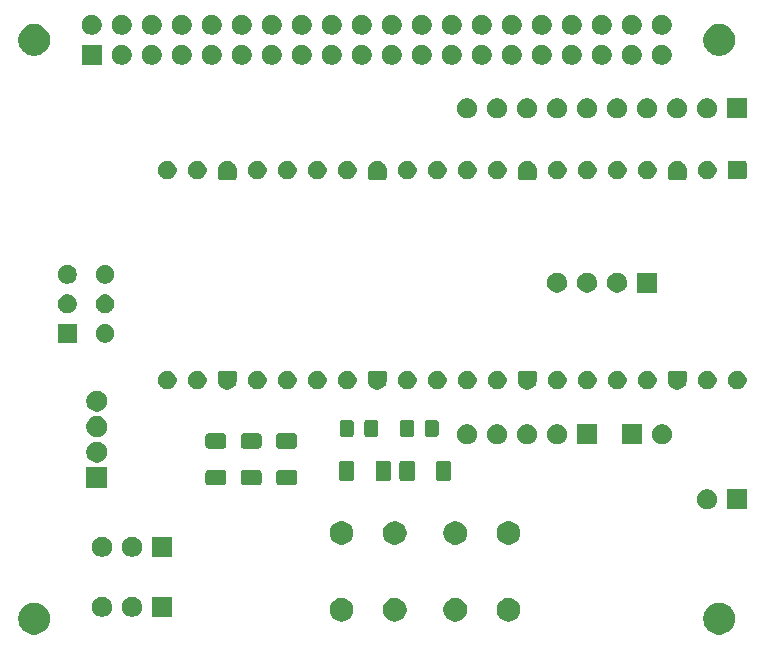
<source format=gbr>
G04 #@! TF.GenerationSoftware,KiCad,Pcbnew,9.0.1-9.0.1-0~ubuntu24.04.1*
G04 #@! TF.CreationDate,2025-04-25T17:18:32-05:00*
G04 #@! TF.ProjectId,pico_driver,7069636f-5f64-4726-9976-65722e6b6963,rev?*
G04 #@! TF.SameCoordinates,Original*
G04 #@! TF.FileFunction,Soldermask,Top*
G04 #@! TF.FilePolarity,Negative*
%FSLAX46Y46*%
G04 Gerber Fmt 4.6, Leading zero omitted, Abs format (unit mm)*
G04 Created by KiCad (PCBNEW 9.0.1-9.0.1-0~ubuntu24.04.1) date 2025-04-25 17:18:32*
%MOMM*%
%LPD*%
G01*
G04 APERTURE LIST*
G04 APERTURE END LIST*
G36*
X103815151Y-95187301D02*
G01*
X104016623Y-95252763D01*
X104205373Y-95348936D01*
X104376755Y-95473452D01*
X104526548Y-95623245D01*
X104651064Y-95794627D01*
X104747237Y-95983377D01*
X104812699Y-96184849D01*
X104845838Y-96394080D01*
X104845838Y-96605920D01*
X104812699Y-96815151D01*
X104747237Y-97016623D01*
X104651064Y-97205373D01*
X104526548Y-97376755D01*
X104376755Y-97526548D01*
X104205373Y-97651064D01*
X104016623Y-97747237D01*
X103815151Y-97812699D01*
X103605920Y-97845838D01*
X103394080Y-97845838D01*
X103184849Y-97812699D01*
X102983377Y-97747237D01*
X102794627Y-97651064D01*
X102623245Y-97526548D01*
X102473452Y-97376755D01*
X102348936Y-97205373D01*
X102252763Y-97016623D01*
X102187301Y-96815151D01*
X102154162Y-96605920D01*
X102154162Y-96394080D01*
X102187301Y-96184849D01*
X102252763Y-95983377D01*
X102348936Y-95794627D01*
X102473452Y-95623245D01*
X102623245Y-95473452D01*
X102794627Y-95348936D01*
X102983377Y-95252763D01*
X103184849Y-95187301D01*
X103394080Y-95154162D01*
X103605920Y-95154162D01*
X103815151Y-95187301D01*
G37*
G36*
X161815151Y-95187301D02*
G01*
X162016623Y-95252763D01*
X162205373Y-95348936D01*
X162376755Y-95473452D01*
X162526548Y-95623245D01*
X162651064Y-95794627D01*
X162747237Y-95983377D01*
X162812699Y-96184849D01*
X162845838Y-96394080D01*
X162845838Y-96605920D01*
X162812699Y-96815151D01*
X162747237Y-97016623D01*
X162651064Y-97205373D01*
X162526548Y-97376755D01*
X162376755Y-97526548D01*
X162205373Y-97651064D01*
X162016623Y-97747237D01*
X161815151Y-97812699D01*
X161605920Y-97845838D01*
X161394080Y-97845838D01*
X161184849Y-97812699D01*
X160983377Y-97747237D01*
X160794627Y-97651064D01*
X160623245Y-97526548D01*
X160473452Y-97376755D01*
X160348936Y-97205373D01*
X160252763Y-97016623D01*
X160187301Y-96815151D01*
X160154162Y-96605920D01*
X160154162Y-96394080D01*
X160187301Y-96184849D01*
X160252763Y-95983377D01*
X160348936Y-95794627D01*
X160473452Y-95623245D01*
X160623245Y-95473452D01*
X160794627Y-95348936D01*
X160983377Y-95252763D01*
X161184849Y-95187301D01*
X161394080Y-95154162D01*
X161605920Y-95154162D01*
X161815151Y-95187301D01*
G37*
G36*
X129829190Y-94788429D02*
G01*
X129920183Y-94826120D01*
X130011178Y-94863811D01*
X130174963Y-94973249D01*
X130314251Y-95112537D01*
X130423689Y-95276322D01*
X130499071Y-95458311D01*
X130537500Y-95651509D01*
X130537500Y-95848491D01*
X130499071Y-96041689D01*
X130423689Y-96223678D01*
X130314251Y-96387463D01*
X130174963Y-96526751D01*
X130011178Y-96636189D01*
X129829189Y-96711571D01*
X129674421Y-96742355D01*
X129635992Y-96750000D01*
X129635991Y-96750000D01*
X129439009Y-96750000D01*
X129439008Y-96750000D01*
X129391036Y-96740457D01*
X129245811Y-96711571D01*
X129063822Y-96636189D01*
X128900037Y-96526751D01*
X128760749Y-96387463D01*
X128651311Y-96223678D01*
X128613620Y-96132683D01*
X128575929Y-96041690D01*
X128537500Y-95848491D01*
X128537500Y-95651508D01*
X128575929Y-95458309D01*
X128651311Y-95276322D01*
X128760750Y-95112535D01*
X128900035Y-94973250D01*
X129063822Y-94863811D01*
X129245809Y-94788429D01*
X129439008Y-94750000D01*
X129635992Y-94750000D01*
X129829190Y-94788429D01*
G37*
G36*
X134329190Y-94788429D02*
G01*
X134420183Y-94826120D01*
X134511178Y-94863811D01*
X134674963Y-94973249D01*
X134814251Y-95112537D01*
X134923689Y-95276322D01*
X134999071Y-95458311D01*
X135037500Y-95651509D01*
X135037500Y-95848491D01*
X134999071Y-96041689D01*
X134923689Y-96223678D01*
X134814251Y-96387463D01*
X134674963Y-96526751D01*
X134511178Y-96636189D01*
X134329189Y-96711571D01*
X134174421Y-96742355D01*
X134135992Y-96750000D01*
X134135991Y-96750000D01*
X133939009Y-96750000D01*
X133939008Y-96750000D01*
X133891036Y-96740457D01*
X133745811Y-96711571D01*
X133563822Y-96636189D01*
X133400037Y-96526751D01*
X133260749Y-96387463D01*
X133151311Y-96223678D01*
X133113620Y-96132683D01*
X133075929Y-96041690D01*
X133037500Y-95848491D01*
X133037500Y-95651508D01*
X133075929Y-95458309D01*
X133151311Y-95276322D01*
X133260750Y-95112535D01*
X133400035Y-94973250D01*
X133563822Y-94863811D01*
X133745809Y-94788429D01*
X133939008Y-94750000D01*
X134135992Y-94750000D01*
X134329190Y-94788429D01*
G37*
G36*
X139441690Y-94788429D02*
G01*
X139532683Y-94826120D01*
X139623678Y-94863811D01*
X139787463Y-94973249D01*
X139926751Y-95112537D01*
X140036189Y-95276322D01*
X140111571Y-95458311D01*
X140150000Y-95651509D01*
X140150000Y-95848491D01*
X140111571Y-96041689D01*
X140036189Y-96223678D01*
X139926751Y-96387463D01*
X139787463Y-96526751D01*
X139623678Y-96636189D01*
X139441689Y-96711571D01*
X139286921Y-96742355D01*
X139248492Y-96750000D01*
X139248491Y-96750000D01*
X139051509Y-96750000D01*
X139051508Y-96750000D01*
X139003536Y-96740457D01*
X138858311Y-96711571D01*
X138676322Y-96636189D01*
X138512537Y-96526751D01*
X138373249Y-96387463D01*
X138263811Y-96223678D01*
X138226120Y-96132683D01*
X138188429Y-96041690D01*
X138150000Y-95848491D01*
X138150000Y-95651508D01*
X138188429Y-95458309D01*
X138263811Y-95276322D01*
X138373250Y-95112535D01*
X138512535Y-94973250D01*
X138676322Y-94863811D01*
X138858309Y-94788429D01*
X139051508Y-94750000D01*
X139248492Y-94750000D01*
X139441690Y-94788429D01*
G37*
G36*
X143941690Y-94788429D02*
G01*
X144032683Y-94826120D01*
X144123678Y-94863811D01*
X144287463Y-94973249D01*
X144426751Y-95112537D01*
X144536189Y-95276322D01*
X144611571Y-95458311D01*
X144650000Y-95651509D01*
X144650000Y-95848491D01*
X144611571Y-96041689D01*
X144536189Y-96223678D01*
X144426751Y-96387463D01*
X144287463Y-96526751D01*
X144123678Y-96636189D01*
X143941689Y-96711571D01*
X143786921Y-96742355D01*
X143748492Y-96750000D01*
X143748491Y-96750000D01*
X143551509Y-96750000D01*
X143551508Y-96750000D01*
X143503536Y-96740457D01*
X143358311Y-96711571D01*
X143176322Y-96636189D01*
X143012537Y-96526751D01*
X142873249Y-96387463D01*
X142763811Y-96223678D01*
X142726120Y-96132683D01*
X142688429Y-96041690D01*
X142650000Y-95848491D01*
X142650000Y-95651508D01*
X142688429Y-95458309D01*
X142763811Y-95276322D01*
X142873250Y-95112535D01*
X143012535Y-94973250D01*
X143176322Y-94863811D01*
X143358309Y-94788429D01*
X143551508Y-94750000D01*
X143748492Y-94750000D01*
X143941690Y-94788429D01*
G37*
G36*
X109487936Y-94682664D02*
G01*
X109642626Y-94746739D01*
X109781845Y-94839762D01*
X109900237Y-94958154D01*
X109993260Y-95097373D01*
X110030573Y-95187453D01*
X110057335Y-95252064D01*
X110090000Y-95416282D01*
X110090000Y-95583718D01*
X110057335Y-95747936D01*
X109993260Y-95902626D01*
X109900238Y-96041844D01*
X109781844Y-96160238D01*
X109642626Y-96253260D01*
X109487936Y-96317335D01*
X109323718Y-96350000D01*
X109156282Y-96350000D01*
X108992063Y-96317335D01*
X108837373Y-96253260D01*
X108698154Y-96160237D01*
X108579762Y-96041845D01*
X108486739Y-95902626D01*
X108422664Y-95747936D01*
X108390000Y-95583717D01*
X108390000Y-95416282D01*
X108422664Y-95252063D01*
X108486739Y-95097373D01*
X108579762Y-94958154D01*
X108698154Y-94839762D01*
X108837373Y-94746739D01*
X108992063Y-94682664D01*
X109156282Y-94650000D01*
X109323718Y-94650000D01*
X109487936Y-94682664D01*
G37*
G36*
X112027936Y-94682664D02*
G01*
X112182626Y-94746739D01*
X112321845Y-94839762D01*
X112440237Y-94958154D01*
X112533260Y-95097373D01*
X112570573Y-95187453D01*
X112597335Y-95252064D01*
X112630000Y-95416282D01*
X112630000Y-95583718D01*
X112597335Y-95747936D01*
X112533260Y-95902626D01*
X112440238Y-96041844D01*
X112321844Y-96160238D01*
X112182626Y-96253260D01*
X112027936Y-96317335D01*
X111863718Y-96350000D01*
X111696282Y-96350000D01*
X111532063Y-96317335D01*
X111377373Y-96253260D01*
X111238154Y-96160237D01*
X111119762Y-96041845D01*
X111026739Y-95902626D01*
X110962664Y-95747936D01*
X110930000Y-95583717D01*
X110930000Y-95416282D01*
X110962664Y-95252063D01*
X111026739Y-95097373D01*
X111119762Y-94958154D01*
X111238154Y-94839762D01*
X111377373Y-94746739D01*
X111532063Y-94682664D01*
X111696282Y-94650000D01*
X111863718Y-94650000D01*
X112027936Y-94682664D01*
G37*
G36*
X115170000Y-96350000D02*
G01*
X113470000Y-96350000D01*
X113470000Y-94650000D01*
X115170000Y-94650000D01*
X115170000Y-96350000D01*
G37*
G36*
X109487936Y-89602664D02*
G01*
X109642626Y-89666739D01*
X109781845Y-89759762D01*
X109900237Y-89878154D01*
X109993260Y-90017373D01*
X110057335Y-90172063D01*
X110090000Y-90336282D01*
X110090000Y-90503718D01*
X110057335Y-90667936D01*
X109993260Y-90822626D01*
X109900238Y-90961844D01*
X109781844Y-91080238D01*
X109642626Y-91173260D01*
X109487936Y-91237335D01*
X109323718Y-91270000D01*
X109156282Y-91270000D01*
X108992063Y-91237335D01*
X108837373Y-91173260D01*
X108698154Y-91080237D01*
X108579762Y-90961845D01*
X108486739Y-90822626D01*
X108422664Y-90667936D01*
X108390000Y-90503717D01*
X108390000Y-90336282D01*
X108422664Y-90172063D01*
X108486739Y-90017373D01*
X108579762Y-89878154D01*
X108698154Y-89759762D01*
X108837373Y-89666739D01*
X108992063Y-89602664D01*
X109156282Y-89570000D01*
X109323718Y-89570000D01*
X109487936Y-89602664D01*
G37*
G36*
X112027936Y-89602664D02*
G01*
X112182626Y-89666739D01*
X112321845Y-89759762D01*
X112440237Y-89878154D01*
X112533260Y-90017373D01*
X112597335Y-90172063D01*
X112630000Y-90336282D01*
X112630000Y-90503718D01*
X112597335Y-90667936D01*
X112533260Y-90822626D01*
X112440238Y-90961844D01*
X112321844Y-91080238D01*
X112182626Y-91173260D01*
X112027936Y-91237335D01*
X111863718Y-91270000D01*
X111696282Y-91270000D01*
X111532063Y-91237335D01*
X111377373Y-91173260D01*
X111238154Y-91080237D01*
X111119762Y-90961845D01*
X111026739Y-90822626D01*
X110962664Y-90667936D01*
X110930000Y-90503717D01*
X110930000Y-90336282D01*
X110962664Y-90172063D01*
X111026739Y-90017373D01*
X111119762Y-89878154D01*
X111238154Y-89759762D01*
X111377373Y-89666739D01*
X111532063Y-89602664D01*
X111696282Y-89570000D01*
X111863718Y-89570000D01*
X112027936Y-89602664D01*
G37*
G36*
X115170000Y-91270000D02*
G01*
X113470000Y-91270000D01*
X113470000Y-89570000D01*
X115170000Y-89570000D01*
X115170000Y-91270000D01*
G37*
G36*
X129829190Y-88288429D02*
G01*
X129920183Y-88326120D01*
X130011178Y-88363811D01*
X130174963Y-88473249D01*
X130314251Y-88612537D01*
X130423689Y-88776322D01*
X130499071Y-88958311D01*
X130537500Y-89151509D01*
X130537500Y-89348491D01*
X130499071Y-89541689D01*
X130423689Y-89723678D01*
X130314251Y-89887463D01*
X130174963Y-90026751D01*
X130011178Y-90136189D01*
X129829189Y-90211571D01*
X129674421Y-90242355D01*
X129635992Y-90250000D01*
X129635991Y-90250000D01*
X129439009Y-90250000D01*
X129439008Y-90250000D01*
X129391036Y-90240457D01*
X129245811Y-90211571D01*
X129063822Y-90136189D01*
X128900037Y-90026751D01*
X128760749Y-89887463D01*
X128651311Y-89723678D01*
X128601186Y-89602665D01*
X128575929Y-89541690D01*
X128537500Y-89348491D01*
X128537500Y-89151508D01*
X128575929Y-88958309D01*
X128651311Y-88776322D01*
X128760750Y-88612535D01*
X128900035Y-88473250D01*
X129063822Y-88363811D01*
X129245809Y-88288429D01*
X129439008Y-88250000D01*
X129635992Y-88250000D01*
X129829190Y-88288429D01*
G37*
G36*
X134329190Y-88288429D02*
G01*
X134420183Y-88326120D01*
X134511178Y-88363811D01*
X134674963Y-88473249D01*
X134814251Y-88612537D01*
X134923689Y-88776322D01*
X134999071Y-88958311D01*
X135037500Y-89151509D01*
X135037500Y-89348491D01*
X134999071Y-89541689D01*
X134923689Y-89723678D01*
X134814251Y-89887463D01*
X134674963Y-90026751D01*
X134511178Y-90136189D01*
X134329189Y-90211571D01*
X134174421Y-90242355D01*
X134135992Y-90250000D01*
X134135991Y-90250000D01*
X133939009Y-90250000D01*
X133939008Y-90250000D01*
X133891036Y-90240457D01*
X133745811Y-90211571D01*
X133563822Y-90136189D01*
X133400037Y-90026751D01*
X133260749Y-89887463D01*
X133151311Y-89723678D01*
X133101186Y-89602665D01*
X133075929Y-89541690D01*
X133037500Y-89348491D01*
X133037500Y-89151508D01*
X133075929Y-88958309D01*
X133151311Y-88776322D01*
X133260750Y-88612535D01*
X133400035Y-88473250D01*
X133563822Y-88363811D01*
X133745809Y-88288429D01*
X133939008Y-88250000D01*
X134135992Y-88250000D01*
X134329190Y-88288429D01*
G37*
G36*
X139441690Y-88288429D02*
G01*
X139532683Y-88326120D01*
X139623678Y-88363811D01*
X139787463Y-88473249D01*
X139926751Y-88612537D01*
X140036189Y-88776322D01*
X140111571Y-88958311D01*
X140150000Y-89151509D01*
X140150000Y-89348491D01*
X140111571Y-89541689D01*
X140036189Y-89723678D01*
X139926751Y-89887463D01*
X139787463Y-90026751D01*
X139623678Y-90136189D01*
X139441689Y-90211571D01*
X139286921Y-90242355D01*
X139248492Y-90250000D01*
X139248491Y-90250000D01*
X139051509Y-90250000D01*
X139051508Y-90250000D01*
X139003536Y-90240457D01*
X138858311Y-90211571D01*
X138676322Y-90136189D01*
X138512537Y-90026751D01*
X138373249Y-89887463D01*
X138263811Y-89723678D01*
X138213686Y-89602665D01*
X138188429Y-89541690D01*
X138150000Y-89348491D01*
X138150000Y-89151508D01*
X138188429Y-88958309D01*
X138263811Y-88776322D01*
X138373250Y-88612535D01*
X138512535Y-88473250D01*
X138676322Y-88363811D01*
X138858309Y-88288429D01*
X139051508Y-88250000D01*
X139248492Y-88250000D01*
X139441690Y-88288429D01*
G37*
G36*
X143941690Y-88288429D02*
G01*
X144032683Y-88326120D01*
X144123678Y-88363811D01*
X144287463Y-88473249D01*
X144426751Y-88612537D01*
X144536189Y-88776322D01*
X144611571Y-88958311D01*
X144650000Y-89151509D01*
X144650000Y-89348491D01*
X144611571Y-89541689D01*
X144536189Y-89723678D01*
X144426751Y-89887463D01*
X144287463Y-90026751D01*
X144123678Y-90136189D01*
X143941689Y-90211571D01*
X143786921Y-90242355D01*
X143748492Y-90250000D01*
X143748491Y-90250000D01*
X143551509Y-90250000D01*
X143551508Y-90250000D01*
X143503536Y-90240457D01*
X143358311Y-90211571D01*
X143176322Y-90136189D01*
X143012537Y-90026751D01*
X142873249Y-89887463D01*
X142763811Y-89723678D01*
X142713686Y-89602665D01*
X142688429Y-89541690D01*
X142650000Y-89348491D01*
X142650000Y-89151508D01*
X142688429Y-88958309D01*
X142763811Y-88776322D01*
X142873250Y-88612535D01*
X143012535Y-88473250D01*
X143176322Y-88363811D01*
X143358309Y-88288429D01*
X143551508Y-88250000D01*
X143748492Y-88250000D01*
X143941690Y-88288429D01*
G37*
G36*
X160727936Y-85582664D02*
G01*
X160882626Y-85646739D01*
X161021845Y-85739762D01*
X161140237Y-85858154D01*
X161233260Y-85997373D01*
X161233260Y-85997374D01*
X161297335Y-86152064D01*
X161330000Y-86316282D01*
X161330000Y-86483718D01*
X161297335Y-86647936D01*
X161233260Y-86802626D01*
X161140238Y-86941844D01*
X161021844Y-87060238D01*
X160882626Y-87153260D01*
X160727936Y-87217335D01*
X160563718Y-87250000D01*
X160396282Y-87250000D01*
X160232063Y-87217335D01*
X160077373Y-87153260D01*
X159938154Y-87060237D01*
X159819762Y-86941845D01*
X159726739Y-86802626D01*
X159662664Y-86647936D01*
X159630000Y-86483717D01*
X159630000Y-86316282D01*
X159662664Y-86152063D01*
X159726739Y-85997373D01*
X159819762Y-85858154D01*
X159938154Y-85739762D01*
X160077373Y-85646739D01*
X160232063Y-85582664D01*
X160396282Y-85550000D01*
X160563718Y-85550000D01*
X160727936Y-85582664D01*
G37*
G36*
X163870000Y-87250000D02*
G01*
X162170000Y-87250000D01*
X162170000Y-85550000D01*
X163870000Y-85550000D01*
X163870000Y-87250000D01*
G37*
G36*
X109700000Y-85460000D02*
G01*
X107900000Y-85460000D01*
X107900000Y-83660000D01*
X109700000Y-83660000D01*
X109700000Y-85460000D01*
G37*
G36*
X119509116Y-83910818D02*
G01*
X119560379Y-83916766D01*
X119577892Y-83924499D01*
X119600671Y-83929030D01*
X119625057Y-83945324D01*
X119645788Y-83954478D01*
X119659946Y-83968636D01*
X119681777Y-83983223D01*
X119696363Y-84005053D01*
X119710521Y-84019211D01*
X119719673Y-84039939D01*
X119735970Y-84064329D01*
X119740501Y-84087109D01*
X119748233Y-84104620D01*
X119754178Y-84155872D01*
X119755000Y-84160000D01*
X119755000Y-84960000D01*
X119754178Y-84964128D01*
X119748233Y-85015379D01*
X119740501Y-85032888D01*
X119735970Y-85055671D01*
X119719672Y-85080062D01*
X119710521Y-85100788D01*
X119696365Y-85114943D01*
X119681777Y-85136777D01*
X119659943Y-85151365D01*
X119645788Y-85165521D01*
X119625062Y-85174672D01*
X119600671Y-85190970D01*
X119577888Y-85195501D01*
X119560379Y-85203233D01*
X119509129Y-85209178D01*
X119505000Y-85210000D01*
X118255000Y-85210000D01*
X118250873Y-85209179D01*
X118199620Y-85203233D01*
X118182109Y-85195501D01*
X118159329Y-85190970D01*
X118134939Y-85174673D01*
X118114211Y-85165521D01*
X118100053Y-85151363D01*
X118078223Y-85136777D01*
X118063636Y-85114946D01*
X118049478Y-85100788D01*
X118040324Y-85080057D01*
X118024030Y-85055671D01*
X118019499Y-85032892D01*
X118011766Y-85015379D01*
X118005818Y-84964117D01*
X118005000Y-84960000D01*
X118005000Y-84160000D01*
X118005818Y-84155885D01*
X118011766Y-84104620D01*
X118019499Y-84087105D01*
X118024030Y-84064329D01*
X118040323Y-84039944D01*
X118049478Y-84019211D01*
X118063638Y-84005050D01*
X118078223Y-83983223D01*
X118100050Y-83968638D01*
X118114211Y-83954478D01*
X118134944Y-83945323D01*
X118159329Y-83929030D01*
X118182105Y-83924499D01*
X118199620Y-83916766D01*
X118250884Y-83910818D01*
X118255000Y-83910000D01*
X119505000Y-83910000D01*
X119509116Y-83910818D01*
G37*
G36*
X122509116Y-83910818D02*
G01*
X122560379Y-83916766D01*
X122577892Y-83924499D01*
X122600671Y-83929030D01*
X122625057Y-83945324D01*
X122645788Y-83954478D01*
X122659946Y-83968636D01*
X122681777Y-83983223D01*
X122696363Y-84005053D01*
X122710521Y-84019211D01*
X122719673Y-84039939D01*
X122735970Y-84064329D01*
X122740501Y-84087109D01*
X122748233Y-84104620D01*
X122754178Y-84155872D01*
X122755000Y-84160000D01*
X122755000Y-84960000D01*
X122754178Y-84964128D01*
X122748233Y-85015379D01*
X122740501Y-85032888D01*
X122735970Y-85055671D01*
X122719672Y-85080062D01*
X122710521Y-85100788D01*
X122696365Y-85114943D01*
X122681777Y-85136777D01*
X122659943Y-85151365D01*
X122645788Y-85165521D01*
X122625062Y-85174672D01*
X122600671Y-85190970D01*
X122577888Y-85195501D01*
X122560379Y-85203233D01*
X122509129Y-85209178D01*
X122505000Y-85210000D01*
X121255000Y-85210000D01*
X121250873Y-85209179D01*
X121199620Y-85203233D01*
X121182109Y-85195501D01*
X121159329Y-85190970D01*
X121134939Y-85174673D01*
X121114211Y-85165521D01*
X121100053Y-85151363D01*
X121078223Y-85136777D01*
X121063636Y-85114946D01*
X121049478Y-85100788D01*
X121040324Y-85080057D01*
X121024030Y-85055671D01*
X121019499Y-85032892D01*
X121011766Y-85015379D01*
X121005818Y-84964117D01*
X121005000Y-84960000D01*
X121005000Y-84160000D01*
X121005818Y-84155885D01*
X121011766Y-84104620D01*
X121019499Y-84087105D01*
X121024030Y-84064329D01*
X121040323Y-84039944D01*
X121049478Y-84019211D01*
X121063638Y-84005050D01*
X121078223Y-83983223D01*
X121100050Y-83968638D01*
X121114211Y-83954478D01*
X121134944Y-83945323D01*
X121159329Y-83929030D01*
X121182105Y-83924499D01*
X121199620Y-83916766D01*
X121250884Y-83910818D01*
X121255000Y-83910000D01*
X122505000Y-83910000D01*
X122509116Y-83910818D01*
G37*
G36*
X125509116Y-83910818D02*
G01*
X125560379Y-83916766D01*
X125577892Y-83924499D01*
X125600671Y-83929030D01*
X125625057Y-83945324D01*
X125645788Y-83954478D01*
X125659946Y-83968636D01*
X125681777Y-83983223D01*
X125696363Y-84005053D01*
X125710521Y-84019211D01*
X125719673Y-84039939D01*
X125735970Y-84064329D01*
X125740501Y-84087109D01*
X125748233Y-84104620D01*
X125754178Y-84155872D01*
X125755000Y-84160000D01*
X125755000Y-84960000D01*
X125754178Y-84964128D01*
X125748233Y-85015379D01*
X125740501Y-85032888D01*
X125735970Y-85055671D01*
X125719672Y-85080062D01*
X125710521Y-85100788D01*
X125696365Y-85114943D01*
X125681777Y-85136777D01*
X125659943Y-85151365D01*
X125645788Y-85165521D01*
X125625062Y-85174672D01*
X125600671Y-85190970D01*
X125577888Y-85195501D01*
X125560379Y-85203233D01*
X125509129Y-85209178D01*
X125505000Y-85210000D01*
X124255000Y-85210000D01*
X124250873Y-85209179D01*
X124199620Y-85203233D01*
X124182109Y-85195501D01*
X124159329Y-85190970D01*
X124134939Y-85174673D01*
X124114211Y-85165521D01*
X124100053Y-85151363D01*
X124078223Y-85136777D01*
X124063636Y-85114946D01*
X124049478Y-85100788D01*
X124040324Y-85080057D01*
X124024030Y-85055671D01*
X124019499Y-85032892D01*
X124011766Y-85015379D01*
X124005818Y-84964117D01*
X124005000Y-84960000D01*
X124005000Y-84160000D01*
X124005818Y-84155885D01*
X124011766Y-84104620D01*
X124019499Y-84087105D01*
X124024030Y-84064329D01*
X124040323Y-84039944D01*
X124049478Y-84019211D01*
X124063638Y-84005050D01*
X124078223Y-83983223D01*
X124100050Y-83968638D01*
X124114211Y-83954478D01*
X124134944Y-83945323D01*
X124159329Y-83929030D01*
X124182105Y-83924499D01*
X124199620Y-83916766D01*
X124250884Y-83910818D01*
X124255000Y-83910000D01*
X125505000Y-83910000D01*
X125509116Y-83910818D01*
G37*
G36*
X130366616Y-83125818D02*
G01*
X130417879Y-83131766D01*
X130435392Y-83139499D01*
X130458171Y-83144030D01*
X130482557Y-83160324D01*
X130503288Y-83169478D01*
X130517446Y-83183636D01*
X130539277Y-83198223D01*
X130553863Y-83220053D01*
X130568021Y-83234211D01*
X130577173Y-83254939D01*
X130593470Y-83279329D01*
X130598001Y-83302109D01*
X130605733Y-83319620D01*
X130611678Y-83370872D01*
X130612500Y-83375000D01*
X130612500Y-84625000D01*
X130611678Y-84629128D01*
X130605733Y-84680379D01*
X130598001Y-84697888D01*
X130593470Y-84720671D01*
X130577172Y-84745062D01*
X130568021Y-84765788D01*
X130553865Y-84779943D01*
X130539277Y-84801777D01*
X130517443Y-84816365D01*
X130503288Y-84830521D01*
X130482562Y-84839672D01*
X130458171Y-84855970D01*
X130435388Y-84860501D01*
X130417879Y-84868233D01*
X130366629Y-84874178D01*
X130362500Y-84875000D01*
X129562500Y-84875000D01*
X129558373Y-84874179D01*
X129507120Y-84868233D01*
X129489609Y-84860501D01*
X129466829Y-84855970D01*
X129442439Y-84839673D01*
X129421711Y-84830521D01*
X129407553Y-84816363D01*
X129385723Y-84801777D01*
X129371136Y-84779946D01*
X129356978Y-84765788D01*
X129347824Y-84745057D01*
X129331530Y-84720671D01*
X129326999Y-84697892D01*
X129319266Y-84680379D01*
X129313318Y-84629117D01*
X129312500Y-84625000D01*
X129312500Y-83375000D01*
X129313318Y-83370885D01*
X129319266Y-83319620D01*
X129326999Y-83302105D01*
X129331530Y-83279329D01*
X129347823Y-83254944D01*
X129356978Y-83234211D01*
X129371138Y-83220050D01*
X129385723Y-83198223D01*
X129407550Y-83183638D01*
X129421711Y-83169478D01*
X129442444Y-83160323D01*
X129466829Y-83144030D01*
X129489605Y-83139499D01*
X129507120Y-83131766D01*
X129558384Y-83125818D01*
X129562500Y-83125000D01*
X130362500Y-83125000D01*
X130366616Y-83125818D01*
G37*
G36*
X133466616Y-83125818D02*
G01*
X133517879Y-83131766D01*
X133535392Y-83139499D01*
X133558171Y-83144030D01*
X133582557Y-83160324D01*
X133603288Y-83169478D01*
X133617446Y-83183636D01*
X133639277Y-83198223D01*
X133653863Y-83220053D01*
X133668021Y-83234211D01*
X133677173Y-83254939D01*
X133693470Y-83279329D01*
X133698001Y-83302109D01*
X133705733Y-83319620D01*
X133711678Y-83370872D01*
X133712500Y-83375000D01*
X133712500Y-84625000D01*
X133711678Y-84629128D01*
X133705733Y-84680379D01*
X133698001Y-84697888D01*
X133693470Y-84720671D01*
X133677172Y-84745062D01*
X133668021Y-84765788D01*
X133653865Y-84779943D01*
X133639277Y-84801777D01*
X133617443Y-84816365D01*
X133603288Y-84830521D01*
X133582562Y-84839672D01*
X133558171Y-84855970D01*
X133535388Y-84860501D01*
X133517879Y-84868233D01*
X133466629Y-84874178D01*
X133462500Y-84875000D01*
X132662500Y-84875000D01*
X132658373Y-84874179D01*
X132607120Y-84868233D01*
X132589609Y-84860501D01*
X132566829Y-84855970D01*
X132542439Y-84839673D01*
X132521711Y-84830521D01*
X132507553Y-84816363D01*
X132485723Y-84801777D01*
X132471136Y-84779946D01*
X132456978Y-84765788D01*
X132447824Y-84745057D01*
X132431530Y-84720671D01*
X132426999Y-84697892D01*
X132419266Y-84680379D01*
X132413318Y-84629117D01*
X132412500Y-84625000D01*
X132412500Y-83375000D01*
X132413318Y-83370885D01*
X132419266Y-83319620D01*
X132426999Y-83302105D01*
X132431530Y-83279329D01*
X132447823Y-83254944D01*
X132456978Y-83234211D01*
X132471138Y-83220050D01*
X132485723Y-83198223D01*
X132507550Y-83183638D01*
X132521711Y-83169478D01*
X132542444Y-83160323D01*
X132566829Y-83144030D01*
X132589605Y-83139499D01*
X132607120Y-83131766D01*
X132658384Y-83125818D01*
X132662500Y-83125000D01*
X133462500Y-83125000D01*
X133466616Y-83125818D01*
G37*
G36*
X135479116Y-83125818D02*
G01*
X135530379Y-83131766D01*
X135547892Y-83139499D01*
X135570671Y-83144030D01*
X135595057Y-83160324D01*
X135615788Y-83169478D01*
X135629946Y-83183636D01*
X135651777Y-83198223D01*
X135666363Y-83220053D01*
X135680521Y-83234211D01*
X135689673Y-83254939D01*
X135705970Y-83279329D01*
X135710501Y-83302109D01*
X135718233Y-83319620D01*
X135724178Y-83370872D01*
X135725000Y-83375000D01*
X135725000Y-84625000D01*
X135724178Y-84629128D01*
X135718233Y-84680379D01*
X135710501Y-84697888D01*
X135705970Y-84720671D01*
X135689672Y-84745062D01*
X135680521Y-84765788D01*
X135666365Y-84779943D01*
X135651777Y-84801777D01*
X135629943Y-84816365D01*
X135615788Y-84830521D01*
X135595062Y-84839672D01*
X135570671Y-84855970D01*
X135547888Y-84860501D01*
X135530379Y-84868233D01*
X135479129Y-84874178D01*
X135475000Y-84875000D01*
X134675000Y-84875000D01*
X134670873Y-84874179D01*
X134619620Y-84868233D01*
X134602109Y-84860501D01*
X134579329Y-84855970D01*
X134554939Y-84839673D01*
X134534211Y-84830521D01*
X134520053Y-84816363D01*
X134498223Y-84801777D01*
X134483636Y-84779946D01*
X134469478Y-84765788D01*
X134460324Y-84745057D01*
X134444030Y-84720671D01*
X134439499Y-84697892D01*
X134431766Y-84680379D01*
X134425818Y-84629117D01*
X134425000Y-84625000D01*
X134425000Y-83375000D01*
X134425818Y-83370885D01*
X134431766Y-83319620D01*
X134439499Y-83302105D01*
X134444030Y-83279329D01*
X134460323Y-83254944D01*
X134469478Y-83234211D01*
X134483638Y-83220050D01*
X134498223Y-83198223D01*
X134520050Y-83183638D01*
X134534211Y-83169478D01*
X134554944Y-83160323D01*
X134579329Y-83144030D01*
X134602105Y-83139499D01*
X134619620Y-83131766D01*
X134670884Y-83125818D01*
X134675000Y-83125000D01*
X135475000Y-83125000D01*
X135479116Y-83125818D01*
G37*
G36*
X138579116Y-83125818D02*
G01*
X138630379Y-83131766D01*
X138647892Y-83139499D01*
X138670671Y-83144030D01*
X138695057Y-83160324D01*
X138715788Y-83169478D01*
X138729946Y-83183636D01*
X138751777Y-83198223D01*
X138766363Y-83220053D01*
X138780521Y-83234211D01*
X138789673Y-83254939D01*
X138805970Y-83279329D01*
X138810501Y-83302109D01*
X138818233Y-83319620D01*
X138824178Y-83370872D01*
X138825000Y-83375000D01*
X138825000Y-84625000D01*
X138824178Y-84629128D01*
X138818233Y-84680379D01*
X138810501Y-84697888D01*
X138805970Y-84720671D01*
X138789672Y-84745062D01*
X138780521Y-84765788D01*
X138766365Y-84779943D01*
X138751777Y-84801777D01*
X138729943Y-84816365D01*
X138715788Y-84830521D01*
X138695062Y-84839672D01*
X138670671Y-84855970D01*
X138647888Y-84860501D01*
X138630379Y-84868233D01*
X138579129Y-84874178D01*
X138575000Y-84875000D01*
X137775000Y-84875000D01*
X137770873Y-84874179D01*
X137719620Y-84868233D01*
X137702109Y-84860501D01*
X137679329Y-84855970D01*
X137654939Y-84839673D01*
X137634211Y-84830521D01*
X137620053Y-84816363D01*
X137598223Y-84801777D01*
X137583636Y-84779946D01*
X137569478Y-84765788D01*
X137560324Y-84745057D01*
X137544030Y-84720671D01*
X137539499Y-84697892D01*
X137531766Y-84680379D01*
X137525818Y-84629117D01*
X137525000Y-84625000D01*
X137525000Y-83375000D01*
X137525818Y-83370885D01*
X137531766Y-83319620D01*
X137539499Y-83302105D01*
X137544030Y-83279329D01*
X137560323Y-83254944D01*
X137569478Y-83234211D01*
X137583638Y-83220050D01*
X137598223Y-83198223D01*
X137620050Y-83183638D01*
X137634211Y-83169478D01*
X137654944Y-83160323D01*
X137679329Y-83144030D01*
X137702105Y-83139499D01*
X137719620Y-83131766D01*
X137770884Y-83125818D01*
X137775000Y-83125000D01*
X138575000Y-83125000D01*
X138579116Y-83125818D01*
G37*
G36*
X109061256Y-81539754D02*
G01*
X109224257Y-81607271D01*
X109370954Y-81705291D01*
X109495709Y-81830046D01*
X109593729Y-81976743D01*
X109661246Y-82139744D01*
X109695666Y-82312785D01*
X109695666Y-82489215D01*
X109661246Y-82662256D01*
X109593729Y-82825257D01*
X109495709Y-82971954D01*
X109370954Y-83096709D01*
X109224257Y-83194729D01*
X109061256Y-83262246D01*
X108888215Y-83296666D01*
X108711785Y-83296666D01*
X108538744Y-83262246D01*
X108375743Y-83194729D01*
X108229046Y-83096709D01*
X108104291Y-82971954D01*
X108006271Y-82825257D01*
X107938754Y-82662256D01*
X107904334Y-82489215D01*
X107904334Y-82312785D01*
X107938754Y-82139744D01*
X108006271Y-81976743D01*
X108104291Y-81830046D01*
X108229046Y-81705291D01*
X108375743Y-81607271D01*
X108538744Y-81539754D01*
X108711785Y-81505334D01*
X108888215Y-81505334D01*
X109061256Y-81539754D01*
G37*
G36*
X119509116Y-80810818D02*
G01*
X119560379Y-80816766D01*
X119577892Y-80824499D01*
X119600671Y-80829030D01*
X119625057Y-80845324D01*
X119645788Y-80854478D01*
X119659946Y-80868636D01*
X119681777Y-80883223D01*
X119696363Y-80905053D01*
X119710521Y-80919211D01*
X119719673Y-80939939D01*
X119735970Y-80964329D01*
X119740501Y-80987109D01*
X119748233Y-81004620D01*
X119754178Y-81055872D01*
X119755000Y-81060000D01*
X119755000Y-81860000D01*
X119754178Y-81864128D01*
X119748233Y-81915379D01*
X119740501Y-81932888D01*
X119735970Y-81955671D01*
X119719672Y-81980062D01*
X119710521Y-82000788D01*
X119696365Y-82014943D01*
X119681777Y-82036777D01*
X119659943Y-82051365D01*
X119645788Y-82065521D01*
X119625062Y-82074672D01*
X119600671Y-82090970D01*
X119577888Y-82095501D01*
X119560379Y-82103233D01*
X119509129Y-82109178D01*
X119505000Y-82110000D01*
X118255000Y-82110000D01*
X118250873Y-82109179D01*
X118199620Y-82103233D01*
X118182109Y-82095501D01*
X118159329Y-82090970D01*
X118134939Y-82074673D01*
X118114211Y-82065521D01*
X118100053Y-82051363D01*
X118078223Y-82036777D01*
X118063636Y-82014946D01*
X118049478Y-82000788D01*
X118040324Y-81980057D01*
X118024030Y-81955671D01*
X118019499Y-81932892D01*
X118011766Y-81915379D01*
X118005818Y-81864117D01*
X118005000Y-81860000D01*
X118005000Y-81060000D01*
X118005818Y-81055885D01*
X118011766Y-81004620D01*
X118019499Y-80987105D01*
X118024030Y-80964329D01*
X118040323Y-80939944D01*
X118049478Y-80919211D01*
X118063638Y-80905050D01*
X118078223Y-80883223D01*
X118100050Y-80868638D01*
X118114211Y-80854478D01*
X118134944Y-80845323D01*
X118159329Y-80829030D01*
X118182105Y-80824499D01*
X118199620Y-80816766D01*
X118250884Y-80810818D01*
X118255000Y-80810000D01*
X119505000Y-80810000D01*
X119509116Y-80810818D01*
G37*
G36*
X122509116Y-80810818D02*
G01*
X122560379Y-80816766D01*
X122577892Y-80824499D01*
X122600671Y-80829030D01*
X122625057Y-80845324D01*
X122645788Y-80854478D01*
X122659946Y-80868636D01*
X122681777Y-80883223D01*
X122696363Y-80905053D01*
X122710521Y-80919211D01*
X122719673Y-80939939D01*
X122735970Y-80964329D01*
X122740501Y-80987109D01*
X122748233Y-81004620D01*
X122754178Y-81055872D01*
X122755000Y-81060000D01*
X122755000Y-81860000D01*
X122754178Y-81864128D01*
X122748233Y-81915379D01*
X122740501Y-81932888D01*
X122735970Y-81955671D01*
X122719672Y-81980062D01*
X122710521Y-82000788D01*
X122696365Y-82014943D01*
X122681777Y-82036777D01*
X122659943Y-82051365D01*
X122645788Y-82065521D01*
X122625062Y-82074672D01*
X122600671Y-82090970D01*
X122577888Y-82095501D01*
X122560379Y-82103233D01*
X122509129Y-82109178D01*
X122505000Y-82110000D01*
X121255000Y-82110000D01*
X121250873Y-82109179D01*
X121199620Y-82103233D01*
X121182109Y-82095501D01*
X121159329Y-82090970D01*
X121134939Y-82074673D01*
X121114211Y-82065521D01*
X121100053Y-82051363D01*
X121078223Y-82036777D01*
X121063636Y-82014946D01*
X121049478Y-82000788D01*
X121040324Y-81980057D01*
X121024030Y-81955671D01*
X121019499Y-81932892D01*
X121011766Y-81915379D01*
X121005818Y-81864117D01*
X121005000Y-81860000D01*
X121005000Y-81060000D01*
X121005818Y-81055885D01*
X121011766Y-81004620D01*
X121019499Y-80987105D01*
X121024030Y-80964329D01*
X121040323Y-80939944D01*
X121049478Y-80919211D01*
X121063638Y-80905050D01*
X121078223Y-80883223D01*
X121100050Y-80868638D01*
X121114211Y-80854478D01*
X121134944Y-80845323D01*
X121159329Y-80829030D01*
X121182105Y-80824499D01*
X121199620Y-80816766D01*
X121250884Y-80810818D01*
X121255000Y-80810000D01*
X122505000Y-80810000D01*
X122509116Y-80810818D01*
G37*
G36*
X125509116Y-80810818D02*
G01*
X125560379Y-80816766D01*
X125577892Y-80824499D01*
X125600671Y-80829030D01*
X125625057Y-80845324D01*
X125645788Y-80854478D01*
X125659946Y-80868636D01*
X125681777Y-80883223D01*
X125696363Y-80905053D01*
X125710521Y-80919211D01*
X125719673Y-80939939D01*
X125735970Y-80964329D01*
X125740501Y-80987109D01*
X125748233Y-81004620D01*
X125754178Y-81055872D01*
X125755000Y-81060000D01*
X125755000Y-81860000D01*
X125754178Y-81864128D01*
X125748233Y-81915379D01*
X125740501Y-81932888D01*
X125735970Y-81955671D01*
X125719672Y-81980062D01*
X125710521Y-82000788D01*
X125696365Y-82014943D01*
X125681777Y-82036777D01*
X125659943Y-82051365D01*
X125645788Y-82065521D01*
X125625062Y-82074672D01*
X125600671Y-82090970D01*
X125577888Y-82095501D01*
X125560379Y-82103233D01*
X125509129Y-82109178D01*
X125505000Y-82110000D01*
X124255000Y-82110000D01*
X124250873Y-82109179D01*
X124199620Y-82103233D01*
X124182109Y-82095501D01*
X124159329Y-82090970D01*
X124134939Y-82074673D01*
X124114211Y-82065521D01*
X124100053Y-82051363D01*
X124078223Y-82036777D01*
X124063636Y-82014946D01*
X124049478Y-82000788D01*
X124040324Y-81980057D01*
X124024030Y-81955671D01*
X124019499Y-81932892D01*
X124011766Y-81915379D01*
X124005818Y-81864117D01*
X124005000Y-81860000D01*
X124005000Y-81060000D01*
X124005818Y-81055885D01*
X124011766Y-81004620D01*
X124019499Y-80987105D01*
X124024030Y-80964329D01*
X124040323Y-80939944D01*
X124049478Y-80919211D01*
X124063638Y-80905050D01*
X124078223Y-80883223D01*
X124100050Y-80868638D01*
X124114211Y-80854478D01*
X124134944Y-80845323D01*
X124159329Y-80829030D01*
X124182105Y-80824499D01*
X124199620Y-80816766D01*
X124250884Y-80810818D01*
X124255000Y-80810000D01*
X125505000Y-80810000D01*
X125509116Y-80810818D01*
G37*
G36*
X140407936Y-80082664D02*
G01*
X140562626Y-80146739D01*
X140701845Y-80239762D01*
X140820237Y-80358154D01*
X140913260Y-80497373D01*
X140915697Y-80503256D01*
X140977335Y-80652064D01*
X141010000Y-80816282D01*
X141010000Y-80983718D01*
X140977335Y-81147936D01*
X140913260Y-81302626D01*
X140820238Y-81441844D01*
X140701844Y-81560238D01*
X140562626Y-81653260D01*
X140407936Y-81717335D01*
X140243718Y-81750000D01*
X140076282Y-81750000D01*
X139912063Y-81717335D01*
X139757373Y-81653260D01*
X139618154Y-81560237D01*
X139499762Y-81441845D01*
X139406739Y-81302626D01*
X139342664Y-81147936D01*
X139310000Y-80983717D01*
X139310000Y-80816282D01*
X139342664Y-80652063D01*
X139406739Y-80497373D01*
X139499762Y-80358154D01*
X139618154Y-80239762D01*
X139757373Y-80146739D01*
X139912063Y-80082664D01*
X140076282Y-80050000D01*
X140243718Y-80050000D01*
X140407936Y-80082664D01*
G37*
G36*
X142947936Y-80082664D02*
G01*
X143102626Y-80146739D01*
X143241845Y-80239762D01*
X143360237Y-80358154D01*
X143453260Y-80497373D01*
X143455697Y-80503256D01*
X143517335Y-80652064D01*
X143550000Y-80816282D01*
X143550000Y-80983718D01*
X143517335Y-81147936D01*
X143453260Y-81302626D01*
X143360238Y-81441844D01*
X143241844Y-81560238D01*
X143102626Y-81653260D01*
X142947936Y-81717335D01*
X142783718Y-81750000D01*
X142616282Y-81750000D01*
X142452063Y-81717335D01*
X142297373Y-81653260D01*
X142158154Y-81560237D01*
X142039762Y-81441845D01*
X141946739Y-81302626D01*
X141882664Y-81147936D01*
X141850000Y-80983717D01*
X141850000Y-80816282D01*
X141882664Y-80652063D01*
X141946739Y-80497373D01*
X142039762Y-80358154D01*
X142158154Y-80239762D01*
X142297373Y-80146739D01*
X142452063Y-80082664D01*
X142616282Y-80050000D01*
X142783718Y-80050000D01*
X142947936Y-80082664D01*
G37*
G36*
X145487936Y-80082664D02*
G01*
X145642626Y-80146739D01*
X145781845Y-80239762D01*
X145900237Y-80358154D01*
X145993260Y-80497373D01*
X145995697Y-80503256D01*
X146057335Y-80652064D01*
X146090000Y-80816282D01*
X146090000Y-80983718D01*
X146057335Y-81147936D01*
X145993260Y-81302626D01*
X145900238Y-81441844D01*
X145781844Y-81560238D01*
X145642626Y-81653260D01*
X145487936Y-81717335D01*
X145323718Y-81750000D01*
X145156282Y-81750000D01*
X144992063Y-81717335D01*
X144837373Y-81653260D01*
X144698154Y-81560237D01*
X144579762Y-81441845D01*
X144486739Y-81302626D01*
X144422664Y-81147936D01*
X144390000Y-80983717D01*
X144390000Y-80816282D01*
X144422664Y-80652063D01*
X144486739Y-80497373D01*
X144579762Y-80358154D01*
X144698154Y-80239762D01*
X144837373Y-80146739D01*
X144992063Y-80082664D01*
X145156282Y-80050000D01*
X145323718Y-80050000D01*
X145487936Y-80082664D01*
G37*
G36*
X148027936Y-80082664D02*
G01*
X148182626Y-80146739D01*
X148321845Y-80239762D01*
X148440237Y-80358154D01*
X148533260Y-80497373D01*
X148535697Y-80503256D01*
X148597335Y-80652064D01*
X148630000Y-80816282D01*
X148630000Y-80983718D01*
X148597335Y-81147936D01*
X148533260Y-81302626D01*
X148440238Y-81441844D01*
X148321844Y-81560238D01*
X148182626Y-81653260D01*
X148027936Y-81717335D01*
X147863718Y-81750000D01*
X147696282Y-81750000D01*
X147532063Y-81717335D01*
X147377373Y-81653260D01*
X147238154Y-81560237D01*
X147119762Y-81441845D01*
X147026739Y-81302626D01*
X146962664Y-81147936D01*
X146930000Y-80983717D01*
X146930000Y-80816282D01*
X146962664Y-80652063D01*
X147026739Y-80497373D01*
X147119762Y-80358154D01*
X147238154Y-80239762D01*
X147377373Y-80146739D01*
X147532063Y-80082664D01*
X147696282Y-80050000D01*
X147863718Y-80050000D01*
X148027936Y-80082664D01*
G37*
G36*
X151170000Y-81750000D02*
G01*
X149470000Y-81750000D01*
X149470000Y-80050000D01*
X151170000Y-80050000D01*
X151170000Y-81750000D01*
G37*
G36*
X154975000Y-81750000D02*
G01*
X153275000Y-81750000D01*
X153275000Y-80050000D01*
X154975000Y-80050000D01*
X154975000Y-81750000D01*
G37*
G36*
X156912936Y-80082664D02*
G01*
X157067626Y-80146739D01*
X157206845Y-80239762D01*
X157325237Y-80358154D01*
X157418260Y-80497373D01*
X157420697Y-80503256D01*
X157482335Y-80652064D01*
X157515000Y-80816282D01*
X157515000Y-80983718D01*
X157482335Y-81147936D01*
X157418260Y-81302626D01*
X157325238Y-81441844D01*
X157206844Y-81560238D01*
X157067626Y-81653260D01*
X156912936Y-81717335D01*
X156748718Y-81750000D01*
X156581282Y-81750000D01*
X156417063Y-81717335D01*
X156262373Y-81653260D01*
X156123154Y-81560237D01*
X156004762Y-81441845D01*
X155911739Y-81302626D01*
X155847664Y-81147936D01*
X155815000Y-80983717D01*
X155815000Y-80816282D01*
X155847664Y-80652063D01*
X155911739Y-80497373D01*
X156004762Y-80358154D01*
X156123154Y-80239762D01*
X156262373Y-80146739D01*
X156417063Y-80082664D01*
X156581282Y-80050000D01*
X156748718Y-80050000D01*
X156912936Y-80082664D01*
G37*
G36*
X109061256Y-79380754D02*
G01*
X109224257Y-79448271D01*
X109370954Y-79546291D01*
X109495709Y-79671046D01*
X109593729Y-79817743D01*
X109661246Y-79980744D01*
X109695666Y-80153785D01*
X109695666Y-80330215D01*
X109661246Y-80503256D01*
X109593729Y-80666257D01*
X109495709Y-80812954D01*
X109370954Y-80937709D01*
X109224257Y-81035729D01*
X109061256Y-81103246D01*
X108888215Y-81137666D01*
X108711785Y-81137666D01*
X108538744Y-81103246D01*
X108375743Y-81035729D01*
X108229046Y-80937709D01*
X108104291Y-80812954D01*
X108006271Y-80666257D01*
X107938754Y-80503256D01*
X107904334Y-80330215D01*
X107904334Y-80153785D01*
X107938754Y-79980744D01*
X108006271Y-79817743D01*
X108104291Y-79671046D01*
X108229046Y-79546291D01*
X108375743Y-79448271D01*
X108538744Y-79380754D01*
X108711785Y-79346334D01*
X108888215Y-79346334D01*
X109061256Y-79380754D01*
G37*
G36*
X130356572Y-79676694D02*
G01*
X130375782Y-79685176D01*
X130397545Y-79689505D01*
X130420842Y-79705072D01*
X130443733Y-79715179D01*
X130459367Y-79730813D01*
X130480240Y-79744760D01*
X130494186Y-79765632D01*
X130509820Y-79781266D01*
X130519926Y-79804154D01*
X130535495Y-79827455D01*
X130539824Y-79849220D01*
X130548305Y-79868427D01*
X130550000Y-79883031D01*
X130550000Y-80916968D01*
X130548305Y-80931572D01*
X130539824Y-80950778D01*
X130535495Y-80972545D01*
X130519924Y-80995847D01*
X130509820Y-81018733D01*
X130494188Y-81034364D01*
X130480240Y-81055240D01*
X130459364Y-81069188D01*
X130443733Y-81084820D01*
X130420847Y-81094924D01*
X130397545Y-81110495D01*
X130375778Y-81114824D01*
X130356572Y-81123305D01*
X130341968Y-81125000D01*
X130324624Y-81125000D01*
X129600376Y-81125000D01*
X129583032Y-81125000D01*
X129568427Y-81123305D01*
X129549220Y-81114824D01*
X129527455Y-81110495D01*
X129504154Y-81094926D01*
X129481266Y-81084820D01*
X129465632Y-81069186D01*
X129444760Y-81055240D01*
X129430813Y-81034367D01*
X129415179Y-81018733D01*
X129405072Y-80995842D01*
X129389505Y-80972545D01*
X129385176Y-80950782D01*
X129376694Y-80931572D01*
X129375000Y-80916968D01*
X129375000Y-79883031D01*
X129376694Y-79868427D01*
X129385176Y-79849215D01*
X129389505Y-79827455D01*
X129405070Y-79804159D01*
X129415179Y-79781266D01*
X129430815Y-79765629D01*
X129444760Y-79744760D01*
X129465629Y-79730815D01*
X129481266Y-79715179D01*
X129504159Y-79705070D01*
X129527455Y-79689505D01*
X129549215Y-79685176D01*
X129568427Y-79676694D01*
X129583032Y-79675000D01*
X130341968Y-79675000D01*
X130356572Y-79676694D01*
G37*
G36*
X132431572Y-79676694D02*
G01*
X132450782Y-79685176D01*
X132472545Y-79689505D01*
X132495842Y-79705072D01*
X132518733Y-79715179D01*
X132534367Y-79730813D01*
X132555240Y-79744760D01*
X132569186Y-79765632D01*
X132584820Y-79781266D01*
X132594926Y-79804154D01*
X132610495Y-79827455D01*
X132614824Y-79849220D01*
X132623305Y-79868427D01*
X132625000Y-79883031D01*
X132625000Y-80916968D01*
X132623305Y-80931572D01*
X132614824Y-80950778D01*
X132610495Y-80972545D01*
X132594924Y-80995847D01*
X132584820Y-81018733D01*
X132569188Y-81034364D01*
X132555240Y-81055240D01*
X132534364Y-81069188D01*
X132518733Y-81084820D01*
X132495847Y-81094924D01*
X132472545Y-81110495D01*
X132450778Y-81114824D01*
X132431572Y-81123305D01*
X132416968Y-81125000D01*
X132399624Y-81125000D01*
X131675376Y-81125000D01*
X131658032Y-81125000D01*
X131643427Y-81123305D01*
X131624220Y-81114824D01*
X131602455Y-81110495D01*
X131579154Y-81094926D01*
X131556266Y-81084820D01*
X131540632Y-81069186D01*
X131519760Y-81055240D01*
X131505813Y-81034367D01*
X131490179Y-81018733D01*
X131480072Y-80995842D01*
X131464505Y-80972545D01*
X131460176Y-80950782D01*
X131451694Y-80931572D01*
X131450000Y-80916968D01*
X131450000Y-79883031D01*
X131451694Y-79868427D01*
X131460176Y-79849215D01*
X131464505Y-79827455D01*
X131480070Y-79804159D01*
X131490179Y-79781266D01*
X131505815Y-79765629D01*
X131519760Y-79744760D01*
X131540629Y-79730815D01*
X131556266Y-79715179D01*
X131579159Y-79705070D01*
X131602455Y-79689505D01*
X131624215Y-79685176D01*
X131643427Y-79676694D01*
X131658032Y-79675000D01*
X132416968Y-79675000D01*
X132431572Y-79676694D01*
G37*
G36*
X135469072Y-79676694D02*
G01*
X135488282Y-79685176D01*
X135510045Y-79689505D01*
X135533342Y-79705072D01*
X135556233Y-79715179D01*
X135571867Y-79730813D01*
X135592740Y-79744760D01*
X135606686Y-79765632D01*
X135622320Y-79781266D01*
X135632426Y-79804154D01*
X135647995Y-79827455D01*
X135652324Y-79849220D01*
X135660805Y-79868427D01*
X135662500Y-79883031D01*
X135662500Y-80916968D01*
X135660805Y-80931572D01*
X135652324Y-80950778D01*
X135647995Y-80972545D01*
X135632424Y-80995847D01*
X135622320Y-81018733D01*
X135606688Y-81034364D01*
X135592740Y-81055240D01*
X135571864Y-81069188D01*
X135556233Y-81084820D01*
X135533347Y-81094924D01*
X135510045Y-81110495D01*
X135488278Y-81114824D01*
X135469072Y-81123305D01*
X135454468Y-81125000D01*
X135437124Y-81125000D01*
X134712876Y-81125000D01*
X134695532Y-81125000D01*
X134680927Y-81123305D01*
X134661720Y-81114824D01*
X134639955Y-81110495D01*
X134616654Y-81094926D01*
X134593766Y-81084820D01*
X134578132Y-81069186D01*
X134557260Y-81055240D01*
X134543313Y-81034367D01*
X134527679Y-81018733D01*
X134517572Y-80995842D01*
X134502005Y-80972545D01*
X134497676Y-80950782D01*
X134489194Y-80931572D01*
X134487500Y-80916968D01*
X134487500Y-79883031D01*
X134489194Y-79868427D01*
X134497676Y-79849215D01*
X134502005Y-79827455D01*
X134517570Y-79804159D01*
X134527679Y-79781266D01*
X134543315Y-79765629D01*
X134557260Y-79744760D01*
X134578129Y-79730815D01*
X134593766Y-79715179D01*
X134616659Y-79705070D01*
X134639955Y-79689505D01*
X134661715Y-79685176D01*
X134680927Y-79676694D01*
X134695532Y-79675000D01*
X135454468Y-79675000D01*
X135469072Y-79676694D01*
G37*
G36*
X137544072Y-79676694D02*
G01*
X137563282Y-79685176D01*
X137585045Y-79689505D01*
X137608342Y-79705072D01*
X137631233Y-79715179D01*
X137646867Y-79730813D01*
X137667740Y-79744760D01*
X137681686Y-79765632D01*
X137697320Y-79781266D01*
X137707426Y-79804154D01*
X137722995Y-79827455D01*
X137727324Y-79849220D01*
X137735805Y-79868427D01*
X137737500Y-79883031D01*
X137737500Y-80916968D01*
X137735805Y-80931572D01*
X137727324Y-80950778D01*
X137722995Y-80972545D01*
X137707424Y-80995847D01*
X137697320Y-81018733D01*
X137681688Y-81034364D01*
X137667740Y-81055240D01*
X137646864Y-81069188D01*
X137631233Y-81084820D01*
X137608347Y-81094924D01*
X137585045Y-81110495D01*
X137563278Y-81114824D01*
X137544072Y-81123305D01*
X137529468Y-81125000D01*
X137512124Y-81125000D01*
X136787876Y-81125000D01*
X136770532Y-81125000D01*
X136755927Y-81123305D01*
X136736720Y-81114824D01*
X136714955Y-81110495D01*
X136691654Y-81094926D01*
X136668766Y-81084820D01*
X136653132Y-81069186D01*
X136632260Y-81055240D01*
X136618313Y-81034367D01*
X136602679Y-81018733D01*
X136592572Y-80995842D01*
X136577005Y-80972545D01*
X136572676Y-80950782D01*
X136564194Y-80931572D01*
X136562500Y-80916968D01*
X136562500Y-79883031D01*
X136564194Y-79868427D01*
X136572676Y-79849215D01*
X136577005Y-79827455D01*
X136592570Y-79804159D01*
X136602679Y-79781266D01*
X136618315Y-79765629D01*
X136632260Y-79744760D01*
X136653129Y-79730815D01*
X136668766Y-79715179D01*
X136691659Y-79705070D01*
X136714955Y-79689505D01*
X136736715Y-79685176D01*
X136755927Y-79676694D01*
X136770532Y-79675000D01*
X137529468Y-79675000D01*
X137544072Y-79676694D01*
G37*
G36*
X109061256Y-77221754D02*
G01*
X109224257Y-77289271D01*
X109370954Y-77387291D01*
X109495709Y-77512046D01*
X109593729Y-77658743D01*
X109661246Y-77821744D01*
X109695666Y-77994785D01*
X109695666Y-78171215D01*
X109661246Y-78344256D01*
X109593729Y-78507257D01*
X109495709Y-78653954D01*
X109370954Y-78778709D01*
X109224257Y-78876729D01*
X109061256Y-78944246D01*
X108888215Y-78978666D01*
X108711785Y-78978666D01*
X108538744Y-78944246D01*
X108375743Y-78876729D01*
X108229046Y-78778709D01*
X108104291Y-78653954D01*
X108006271Y-78507257D01*
X107938754Y-78344256D01*
X107904334Y-78171215D01*
X107904334Y-77994785D01*
X107938754Y-77821744D01*
X108006271Y-77658743D01*
X108104291Y-77512046D01*
X108229046Y-77387291D01*
X108375743Y-77289271D01*
X108538744Y-77221754D01*
X108711785Y-77187334D01*
X108888215Y-77187334D01*
X109061256Y-77221754D01*
G37*
G36*
X120481695Y-75495381D02*
G01*
X120486313Y-75497294D01*
X120486318Y-75497295D01*
X120550581Y-75523913D01*
X120550585Y-75523915D01*
X120555204Y-75525829D01*
X120556827Y-75526912D01*
X120613088Y-75583173D01*
X120614171Y-75584796D01*
X120616084Y-75589415D01*
X120616086Y-75589418D01*
X120642704Y-75653681D01*
X120644619Y-75658305D01*
X120645000Y-75660218D01*
X120645000Y-76378793D01*
X120644904Y-76379768D01*
X120614161Y-76534326D01*
X120613876Y-76535264D01*
X120612922Y-76537566D01*
X120612920Y-76537574D01*
X120554529Y-76678542D01*
X120554524Y-76678549D01*
X120553570Y-76680855D01*
X120553108Y-76681720D01*
X120465558Y-76812748D01*
X120464937Y-76813506D01*
X120353506Y-76924937D01*
X120352748Y-76925558D01*
X120221720Y-77013108D01*
X120220855Y-77013570D01*
X120218549Y-77014524D01*
X120218542Y-77014529D01*
X120077574Y-77072920D01*
X120077566Y-77072922D01*
X120075264Y-77073876D01*
X120074326Y-77074161D01*
X119919768Y-77104904D01*
X119918793Y-77105000D01*
X119916303Y-77105000D01*
X119763697Y-77105000D01*
X119761207Y-77105000D01*
X119760232Y-77104904D01*
X119757789Y-77104418D01*
X119757788Y-77104418D01*
X119681400Y-77089223D01*
X119605674Y-77074161D01*
X119604736Y-77073876D01*
X119602436Y-77072923D01*
X119602425Y-77072920D01*
X119461457Y-77014529D01*
X119461445Y-77014523D01*
X119459145Y-77013570D01*
X119458280Y-77013108D01*
X119422534Y-76989223D01*
X119329330Y-76926947D01*
X119329326Y-76926944D01*
X119327252Y-76925558D01*
X119326494Y-76924937D01*
X119215063Y-76813506D01*
X119214442Y-76812748D01*
X119213056Y-76810674D01*
X119213052Y-76810669D01*
X119128281Y-76683799D01*
X119128280Y-76683797D01*
X119126892Y-76681720D01*
X119126430Y-76680855D01*
X119125478Y-76678557D01*
X119125470Y-76678542D01*
X119067079Y-76537574D01*
X119067073Y-76537557D01*
X119066124Y-76535264D01*
X119065839Y-76534326D01*
X119065352Y-76531882D01*
X119065351Y-76531876D01*
X119035581Y-76382211D01*
X119035580Y-76382201D01*
X119035096Y-76379768D01*
X119035000Y-76378793D01*
X119035000Y-75660218D01*
X119035381Y-75658305D01*
X119037293Y-75653687D01*
X119037295Y-75653681D01*
X119063913Y-75589418D01*
X119063917Y-75589411D01*
X119065829Y-75584796D01*
X119066912Y-75583173D01*
X119070448Y-75579636D01*
X119070451Y-75579633D01*
X119119633Y-75530451D01*
X119119636Y-75530448D01*
X119123173Y-75526912D01*
X119124796Y-75525829D01*
X119129411Y-75523917D01*
X119129418Y-75523913D01*
X119193681Y-75497295D01*
X119193687Y-75497293D01*
X119198305Y-75495381D01*
X119200218Y-75495000D01*
X120479782Y-75495000D01*
X120481695Y-75495381D01*
G37*
G36*
X133181695Y-75495381D02*
G01*
X133186313Y-75497294D01*
X133186318Y-75497295D01*
X133250581Y-75523913D01*
X133250585Y-75523915D01*
X133255204Y-75525829D01*
X133256827Y-75526912D01*
X133313088Y-75583173D01*
X133314171Y-75584796D01*
X133316084Y-75589415D01*
X133316086Y-75589418D01*
X133342704Y-75653681D01*
X133344619Y-75658305D01*
X133345000Y-75660218D01*
X133345000Y-76378793D01*
X133344904Y-76379768D01*
X133314161Y-76534326D01*
X133313876Y-76535264D01*
X133312922Y-76537566D01*
X133312920Y-76537574D01*
X133254529Y-76678542D01*
X133254524Y-76678549D01*
X133253570Y-76680855D01*
X133253108Y-76681720D01*
X133165558Y-76812748D01*
X133164937Y-76813506D01*
X133053506Y-76924937D01*
X133052748Y-76925558D01*
X132921720Y-77013108D01*
X132920855Y-77013570D01*
X132918549Y-77014524D01*
X132918542Y-77014529D01*
X132777574Y-77072920D01*
X132777566Y-77072922D01*
X132775264Y-77073876D01*
X132774326Y-77074161D01*
X132619768Y-77104904D01*
X132618793Y-77105000D01*
X132616303Y-77105000D01*
X132463697Y-77105000D01*
X132461207Y-77105000D01*
X132460232Y-77104904D01*
X132457789Y-77104418D01*
X132457788Y-77104418D01*
X132381400Y-77089223D01*
X132305674Y-77074161D01*
X132304736Y-77073876D01*
X132302436Y-77072923D01*
X132302425Y-77072920D01*
X132161457Y-77014529D01*
X132161445Y-77014523D01*
X132159145Y-77013570D01*
X132158280Y-77013108D01*
X132122534Y-76989223D01*
X132029330Y-76926947D01*
X132029326Y-76926944D01*
X132027252Y-76925558D01*
X132026494Y-76924937D01*
X131915063Y-76813506D01*
X131914442Y-76812748D01*
X131913056Y-76810674D01*
X131913052Y-76810669D01*
X131828281Y-76683799D01*
X131828280Y-76683797D01*
X131826892Y-76681720D01*
X131826430Y-76680855D01*
X131825478Y-76678557D01*
X131825470Y-76678542D01*
X131767079Y-76537574D01*
X131767073Y-76537557D01*
X131766124Y-76535264D01*
X131765839Y-76534326D01*
X131765352Y-76531882D01*
X131765351Y-76531876D01*
X131735581Y-76382211D01*
X131735580Y-76382201D01*
X131735096Y-76379768D01*
X131735000Y-76378793D01*
X131735000Y-75660218D01*
X131735381Y-75658305D01*
X131737293Y-75653687D01*
X131737295Y-75653681D01*
X131763913Y-75589418D01*
X131763917Y-75589411D01*
X131765829Y-75584796D01*
X131766912Y-75583173D01*
X131770448Y-75579636D01*
X131770451Y-75579633D01*
X131819633Y-75530451D01*
X131819636Y-75530448D01*
X131823173Y-75526912D01*
X131824796Y-75525829D01*
X131829411Y-75523917D01*
X131829418Y-75523913D01*
X131893681Y-75497295D01*
X131893687Y-75497293D01*
X131898305Y-75495381D01*
X131900218Y-75495000D01*
X133179782Y-75495000D01*
X133181695Y-75495381D01*
G37*
G36*
X145881695Y-75495381D02*
G01*
X145886313Y-75497294D01*
X145886318Y-75497295D01*
X145950581Y-75523913D01*
X145950585Y-75523915D01*
X145955204Y-75525829D01*
X145956827Y-75526912D01*
X146013088Y-75583173D01*
X146014171Y-75584796D01*
X146016084Y-75589415D01*
X146016086Y-75589418D01*
X146042704Y-75653681D01*
X146044619Y-75658305D01*
X146045000Y-75660218D01*
X146045000Y-76378793D01*
X146044904Y-76379768D01*
X146014161Y-76534326D01*
X146013876Y-76535264D01*
X146012922Y-76537566D01*
X146012920Y-76537574D01*
X145954529Y-76678542D01*
X145954524Y-76678549D01*
X145953570Y-76680855D01*
X145953108Y-76681720D01*
X145865558Y-76812748D01*
X145864937Y-76813506D01*
X145753506Y-76924937D01*
X145752748Y-76925558D01*
X145621720Y-77013108D01*
X145620855Y-77013570D01*
X145618549Y-77014524D01*
X145618542Y-77014529D01*
X145477574Y-77072920D01*
X145477566Y-77072922D01*
X145475264Y-77073876D01*
X145474326Y-77074161D01*
X145319768Y-77104904D01*
X145318793Y-77105000D01*
X145316303Y-77105000D01*
X145163697Y-77105000D01*
X145161207Y-77105000D01*
X145160232Y-77104904D01*
X145157789Y-77104418D01*
X145157788Y-77104418D01*
X145081400Y-77089223D01*
X145005674Y-77074161D01*
X145004736Y-77073876D01*
X145002436Y-77072923D01*
X145002425Y-77072920D01*
X144861457Y-77014529D01*
X144861445Y-77014523D01*
X144859145Y-77013570D01*
X144858280Y-77013108D01*
X144822534Y-76989223D01*
X144729330Y-76926947D01*
X144729326Y-76926944D01*
X144727252Y-76925558D01*
X144726494Y-76924937D01*
X144615063Y-76813506D01*
X144614442Y-76812748D01*
X144613056Y-76810674D01*
X144613052Y-76810669D01*
X144528281Y-76683799D01*
X144528280Y-76683797D01*
X144526892Y-76681720D01*
X144526430Y-76680855D01*
X144525478Y-76678557D01*
X144525470Y-76678542D01*
X144467079Y-76537574D01*
X144467073Y-76537557D01*
X144466124Y-76535264D01*
X144465839Y-76534326D01*
X144465352Y-76531882D01*
X144465351Y-76531876D01*
X144435581Y-76382211D01*
X144435580Y-76382201D01*
X144435096Y-76379768D01*
X144435000Y-76378793D01*
X144435000Y-75660218D01*
X144435381Y-75658305D01*
X144437293Y-75653687D01*
X144437295Y-75653681D01*
X144463913Y-75589418D01*
X144463917Y-75589411D01*
X144465829Y-75584796D01*
X144466912Y-75583173D01*
X144470448Y-75579636D01*
X144470451Y-75579633D01*
X144519633Y-75530451D01*
X144519636Y-75530448D01*
X144523173Y-75526912D01*
X144524796Y-75525829D01*
X144529411Y-75523917D01*
X144529418Y-75523913D01*
X144593681Y-75497295D01*
X144593687Y-75497293D01*
X144598305Y-75495381D01*
X144600218Y-75495000D01*
X145879782Y-75495000D01*
X145881695Y-75495381D01*
G37*
G36*
X158581695Y-75495381D02*
G01*
X158586313Y-75497294D01*
X158586318Y-75497295D01*
X158650581Y-75523913D01*
X158650585Y-75523915D01*
X158655204Y-75525829D01*
X158656827Y-75526912D01*
X158713088Y-75583173D01*
X158714171Y-75584796D01*
X158716084Y-75589415D01*
X158716086Y-75589418D01*
X158742704Y-75653681D01*
X158744619Y-75658305D01*
X158745000Y-75660218D01*
X158745000Y-76378793D01*
X158744904Y-76379768D01*
X158714161Y-76534326D01*
X158713876Y-76535264D01*
X158712922Y-76537566D01*
X158712920Y-76537574D01*
X158654529Y-76678542D01*
X158654524Y-76678549D01*
X158653570Y-76680855D01*
X158653108Y-76681720D01*
X158565558Y-76812748D01*
X158564937Y-76813506D01*
X158453506Y-76924937D01*
X158452748Y-76925558D01*
X158321720Y-77013108D01*
X158320855Y-77013570D01*
X158318549Y-77014524D01*
X158318542Y-77014529D01*
X158177574Y-77072920D01*
X158177566Y-77072922D01*
X158175264Y-77073876D01*
X158174326Y-77074161D01*
X158019768Y-77104904D01*
X158018793Y-77105000D01*
X158016303Y-77105000D01*
X157863697Y-77105000D01*
X157861207Y-77105000D01*
X157860232Y-77104904D01*
X157857789Y-77104418D01*
X157857788Y-77104418D01*
X157781400Y-77089223D01*
X157705674Y-77074161D01*
X157704736Y-77073876D01*
X157702436Y-77072923D01*
X157702425Y-77072920D01*
X157561457Y-77014529D01*
X157561445Y-77014523D01*
X157559145Y-77013570D01*
X157558280Y-77013108D01*
X157522534Y-76989223D01*
X157429330Y-76926947D01*
X157429326Y-76926944D01*
X157427252Y-76925558D01*
X157426494Y-76924937D01*
X157315063Y-76813506D01*
X157314442Y-76812748D01*
X157313056Y-76810674D01*
X157313052Y-76810669D01*
X157228281Y-76683799D01*
X157228280Y-76683797D01*
X157226892Y-76681720D01*
X157226430Y-76680855D01*
X157225478Y-76678557D01*
X157225470Y-76678542D01*
X157167079Y-76537574D01*
X157167073Y-76537557D01*
X157166124Y-76535264D01*
X157165839Y-76534326D01*
X157165352Y-76531882D01*
X157165351Y-76531876D01*
X157135581Y-76382211D01*
X157135580Y-76382201D01*
X157135096Y-76379768D01*
X157135000Y-76378793D01*
X157135000Y-75660218D01*
X157135381Y-75658305D01*
X157137293Y-75653687D01*
X157137295Y-75653681D01*
X157163913Y-75589418D01*
X157163917Y-75589411D01*
X157165829Y-75584796D01*
X157166912Y-75583173D01*
X157170448Y-75579636D01*
X157170451Y-75579633D01*
X157219633Y-75530451D01*
X157219636Y-75530448D01*
X157223173Y-75526912D01*
X157224796Y-75525829D01*
X157229411Y-75523917D01*
X157229418Y-75523913D01*
X157293681Y-75497295D01*
X157293687Y-75497293D01*
X157298305Y-75495381D01*
X157300218Y-75495000D01*
X158579782Y-75495000D01*
X158581695Y-75495381D01*
G37*
G36*
X114993352Y-75530743D02*
G01*
X115138939Y-75591047D01*
X115138941Y-75591048D01*
X115138942Y-75591049D01*
X115249946Y-75665220D01*
X115269974Y-75678602D01*
X115381397Y-75790025D01*
X115381399Y-75790028D01*
X115381401Y-75790030D01*
X115468951Y-75921058D01*
X115529257Y-76066649D01*
X115560000Y-76221207D01*
X115560000Y-76378793D01*
X115529257Y-76533351D01*
X115468951Y-76678942D01*
X115381401Y-76809970D01*
X115269970Y-76921401D01*
X115138942Y-77008951D01*
X114993351Y-77069257D01*
X114838793Y-77100000D01*
X114681207Y-77100000D01*
X114526649Y-77069257D01*
X114392209Y-77013570D01*
X114381060Y-77008952D01*
X114381059Y-77008951D01*
X114381058Y-77008951D01*
X114250030Y-76921401D01*
X114250028Y-76921399D01*
X114250025Y-76921397D01*
X114138602Y-76809974D01*
X114051047Y-76678939D01*
X113990743Y-76533352D01*
X113960000Y-76378792D01*
X113960000Y-76221207D01*
X113990743Y-76066647D01*
X114051047Y-75921060D01*
X114138602Y-75790025D01*
X114250025Y-75678602D01*
X114381060Y-75591047D01*
X114526647Y-75530743D01*
X114681207Y-75500000D01*
X114838793Y-75500000D01*
X114993352Y-75530743D01*
G37*
G36*
X117533352Y-75530743D02*
G01*
X117678939Y-75591047D01*
X117678941Y-75591048D01*
X117678942Y-75591049D01*
X117789946Y-75665220D01*
X117809974Y-75678602D01*
X117921397Y-75790025D01*
X117921399Y-75790028D01*
X117921401Y-75790030D01*
X118008951Y-75921058D01*
X118069257Y-76066649D01*
X118100000Y-76221207D01*
X118100000Y-76378793D01*
X118069257Y-76533351D01*
X118008951Y-76678942D01*
X117921401Y-76809970D01*
X117809970Y-76921401D01*
X117678942Y-77008951D01*
X117533351Y-77069257D01*
X117378793Y-77100000D01*
X117221207Y-77100000D01*
X117066649Y-77069257D01*
X116932209Y-77013570D01*
X116921060Y-77008952D01*
X116921059Y-77008951D01*
X116921058Y-77008951D01*
X116790030Y-76921401D01*
X116790028Y-76921399D01*
X116790025Y-76921397D01*
X116678602Y-76809974D01*
X116591047Y-76678939D01*
X116530743Y-76533352D01*
X116500000Y-76378792D01*
X116500000Y-76221207D01*
X116530743Y-76066647D01*
X116591047Y-75921060D01*
X116678602Y-75790025D01*
X116790025Y-75678602D01*
X116921060Y-75591047D01*
X117066647Y-75530743D01*
X117221207Y-75500000D01*
X117378793Y-75500000D01*
X117533352Y-75530743D01*
G37*
G36*
X122613352Y-75530743D02*
G01*
X122758939Y-75591047D01*
X122758941Y-75591048D01*
X122758942Y-75591049D01*
X122869946Y-75665220D01*
X122889974Y-75678602D01*
X123001397Y-75790025D01*
X123001399Y-75790028D01*
X123001401Y-75790030D01*
X123088951Y-75921058D01*
X123149257Y-76066649D01*
X123180000Y-76221207D01*
X123180000Y-76378793D01*
X123149257Y-76533351D01*
X123088951Y-76678942D01*
X123001401Y-76809970D01*
X122889970Y-76921401D01*
X122758942Y-77008951D01*
X122613351Y-77069257D01*
X122458793Y-77100000D01*
X122301207Y-77100000D01*
X122146649Y-77069257D01*
X122012209Y-77013570D01*
X122001060Y-77008952D01*
X122001059Y-77008951D01*
X122001058Y-77008951D01*
X121870030Y-76921401D01*
X121870028Y-76921399D01*
X121870025Y-76921397D01*
X121758602Y-76809974D01*
X121671047Y-76678939D01*
X121610743Y-76533352D01*
X121580000Y-76378792D01*
X121580000Y-76221207D01*
X121610743Y-76066647D01*
X121671047Y-75921060D01*
X121758602Y-75790025D01*
X121870025Y-75678602D01*
X122001060Y-75591047D01*
X122146647Y-75530743D01*
X122301207Y-75500000D01*
X122458793Y-75500000D01*
X122613352Y-75530743D01*
G37*
G36*
X125153352Y-75530743D02*
G01*
X125298939Y-75591047D01*
X125298941Y-75591048D01*
X125298942Y-75591049D01*
X125409946Y-75665220D01*
X125429974Y-75678602D01*
X125541397Y-75790025D01*
X125541399Y-75790028D01*
X125541401Y-75790030D01*
X125628951Y-75921058D01*
X125689257Y-76066649D01*
X125720000Y-76221207D01*
X125720000Y-76378793D01*
X125689257Y-76533351D01*
X125628951Y-76678942D01*
X125541401Y-76809970D01*
X125429970Y-76921401D01*
X125298942Y-77008951D01*
X125153351Y-77069257D01*
X124998793Y-77100000D01*
X124841207Y-77100000D01*
X124686649Y-77069257D01*
X124552209Y-77013570D01*
X124541060Y-77008952D01*
X124541059Y-77008951D01*
X124541058Y-77008951D01*
X124410030Y-76921401D01*
X124410028Y-76921399D01*
X124410025Y-76921397D01*
X124298602Y-76809974D01*
X124211047Y-76678939D01*
X124150743Y-76533352D01*
X124120000Y-76378792D01*
X124120000Y-76221207D01*
X124150743Y-76066647D01*
X124211047Y-75921060D01*
X124298602Y-75790025D01*
X124410025Y-75678602D01*
X124541060Y-75591047D01*
X124686647Y-75530743D01*
X124841207Y-75500000D01*
X124998793Y-75500000D01*
X125153352Y-75530743D01*
G37*
G36*
X127693352Y-75530743D02*
G01*
X127838939Y-75591047D01*
X127838941Y-75591048D01*
X127838942Y-75591049D01*
X127949946Y-75665220D01*
X127969974Y-75678602D01*
X128081397Y-75790025D01*
X128081399Y-75790028D01*
X128081401Y-75790030D01*
X128168951Y-75921058D01*
X128229257Y-76066649D01*
X128260000Y-76221207D01*
X128260000Y-76378793D01*
X128229257Y-76533351D01*
X128168951Y-76678942D01*
X128081401Y-76809970D01*
X127969970Y-76921401D01*
X127838942Y-77008951D01*
X127693351Y-77069257D01*
X127538793Y-77100000D01*
X127381207Y-77100000D01*
X127226649Y-77069257D01*
X127092209Y-77013570D01*
X127081060Y-77008952D01*
X127081059Y-77008951D01*
X127081058Y-77008951D01*
X126950030Y-76921401D01*
X126950028Y-76921399D01*
X126950025Y-76921397D01*
X126838602Y-76809974D01*
X126751047Y-76678939D01*
X126690743Y-76533352D01*
X126660000Y-76378792D01*
X126660000Y-76221207D01*
X126690743Y-76066647D01*
X126751047Y-75921060D01*
X126838602Y-75790025D01*
X126950025Y-75678602D01*
X127081060Y-75591047D01*
X127226647Y-75530743D01*
X127381207Y-75500000D01*
X127538793Y-75500000D01*
X127693352Y-75530743D01*
G37*
G36*
X130233352Y-75530743D02*
G01*
X130378939Y-75591047D01*
X130378941Y-75591048D01*
X130378942Y-75591049D01*
X130489946Y-75665220D01*
X130509974Y-75678602D01*
X130621397Y-75790025D01*
X130621399Y-75790028D01*
X130621401Y-75790030D01*
X130708951Y-75921058D01*
X130769257Y-76066649D01*
X130800000Y-76221207D01*
X130800000Y-76378793D01*
X130769257Y-76533351D01*
X130708951Y-76678942D01*
X130621401Y-76809970D01*
X130509970Y-76921401D01*
X130378942Y-77008951D01*
X130233351Y-77069257D01*
X130078793Y-77100000D01*
X129921207Y-77100000D01*
X129766649Y-77069257D01*
X129632209Y-77013570D01*
X129621060Y-77008952D01*
X129621059Y-77008951D01*
X129621058Y-77008951D01*
X129490030Y-76921401D01*
X129490028Y-76921399D01*
X129490025Y-76921397D01*
X129378602Y-76809974D01*
X129291047Y-76678939D01*
X129230743Y-76533352D01*
X129200000Y-76378792D01*
X129200000Y-76221207D01*
X129230743Y-76066647D01*
X129291047Y-75921060D01*
X129378602Y-75790025D01*
X129490025Y-75678602D01*
X129621060Y-75591047D01*
X129766647Y-75530743D01*
X129921207Y-75500000D01*
X130078793Y-75500000D01*
X130233352Y-75530743D01*
G37*
G36*
X135313352Y-75530743D02*
G01*
X135458939Y-75591047D01*
X135458941Y-75591048D01*
X135458942Y-75591049D01*
X135569946Y-75665220D01*
X135589974Y-75678602D01*
X135701397Y-75790025D01*
X135701399Y-75790028D01*
X135701401Y-75790030D01*
X135788951Y-75921058D01*
X135849257Y-76066649D01*
X135880000Y-76221207D01*
X135880000Y-76378793D01*
X135849257Y-76533351D01*
X135788951Y-76678942D01*
X135701401Y-76809970D01*
X135589970Y-76921401D01*
X135458942Y-77008951D01*
X135313351Y-77069257D01*
X135158793Y-77100000D01*
X135001207Y-77100000D01*
X134846649Y-77069257D01*
X134712209Y-77013570D01*
X134701060Y-77008952D01*
X134701059Y-77008951D01*
X134701058Y-77008951D01*
X134570030Y-76921401D01*
X134570028Y-76921399D01*
X134570025Y-76921397D01*
X134458602Y-76809974D01*
X134371047Y-76678939D01*
X134310743Y-76533352D01*
X134280000Y-76378792D01*
X134280000Y-76221207D01*
X134310743Y-76066647D01*
X134371047Y-75921060D01*
X134458602Y-75790025D01*
X134570025Y-75678602D01*
X134701060Y-75591047D01*
X134846647Y-75530743D01*
X135001207Y-75500000D01*
X135158793Y-75500000D01*
X135313352Y-75530743D01*
G37*
G36*
X137853352Y-75530743D02*
G01*
X137998939Y-75591047D01*
X137998941Y-75591048D01*
X137998942Y-75591049D01*
X138109946Y-75665220D01*
X138129974Y-75678602D01*
X138241397Y-75790025D01*
X138241399Y-75790028D01*
X138241401Y-75790030D01*
X138328951Y-75921058D01*
X138389257Y-76066649D01*
X138420000Y-76221207D01*
X138420000Y-76378793D01*
X138389257Y-76533351D01*
X138328951Y-76678942D01*
X138241401Y-76809970D01*
X138129970Y-76921401D01*
X137998942Y-77008951D01*
X137853351Y-77069257D01*
X137698793Y-77100000D01*
X137541207Y-77100000D01*
X137386649Y-77069257D01*
X137252209Y-77013570D01*
X137241060Y-77008952D01*
X137241059Y-77008951D01*
X137241058Y-77008951D01*
X137110030Y-76921401D01*
X137110028Y-76921399D01*
X137110025Y-76921397D01*
X136998602Y-76809974D01*
X136911047Y-76678939D01*
X136850743Y-76533352D01*
X136820000Y-76378792D01*
X136820000Y-76221207D01*
X136850743Y-76066647D01*
X136911047Y-75921060D01*
X136998602Y-75790025D01*
X137110025Y-75678602D01*
X137241060Y-75591047D01*
X137386647Y-75530743D01*
X137541207Y-75500000D01*
X137698793Y-75500000D01*
X137853352Y-75530743D01*
G37*
G36*
X140393352Y-75530743D02*
G01*
X140538939Y-75591047D01*
X140538941Y-75591048D01*
X140538942Y-75591049D01*
X140649946Y-75665220D01*
X140669974Y-75678602D01*
X140781397Y-75790025D01*
X140781399Y-75790028D01*
X140781401Y-75790030D01*
X140868951Y-75921058D01*
X140929257Y-76066649D01*
X140960000Y-76221207D01*
X140960000Y-76378793D01*
X140929257Y-76533351D01*
X140868951Y-76678942D01*
X140781401Y-76809970D01*
X140669970Y-76921401D01*
X140538942Y-77008951D01*
X140393351Y-77069257D01*
X140238793Y-77100000D01*
X140081207Y-77100000D01*
X139926649Y-77069257D01*
X139792209Y-77013570D01*
X139781060Y-77008952D01*
X139781059Y-77008951D01*
X139781058Y-77008951D01*
X139650030Y-76921401D01*
X139650028Y-76921399D01*
X139650025Y-76921397D01*
X139538602Y-76809974D01*
X139451047Y-76678939D01*
X139390743Y-76533352D01*
X139360000Y-76378792D01*
X139360000Y-76221207D01*
X139390743Y-76066647D01*
X139451047Y-75921060D01*
X139538602Y-75790025D01*
X139650025Y-75678602D01*
X139781060Y-75591047D01*
X139926647Y-75530743D01*
X140081207Y-75500000D01*
X140238793Y-75500000D01*
X140393352Y-75530743D01*
G37*
G36*
X142933352Y-75530743D02*
G01*
X143078939Y-75591047D01*
X143078941Y-75591048D01*
X143078942Y-75591049D01*
X143189946Y-75665220D01*
X143209974Y-75678602D01*
X143321397Y-75790025D01*
X143321399Y-75790028D01*
X143321401Y-75790030D01*
X143408951Y-75921058D01*
X143469257Y-76066649D01*
X143500000Y-76221207D01*
X143500000Y-76378793D01*
X143469257Y-76533351D01*
X143408951Y-76678942D01*
X143321401Y-76809970D01*
X143209970Y-76921401D01*
X143078942Y-77008951D01*
X142933351Y-77069257D01*
X142778793Y-77100000D01*
X142621207Y-77100000D01*
X142466649Y-77069257D01*
X142332209Y-77013570D01*
X142321060Y-77008952D01*
X142321059Y-77008951D01*
X142321058Y-77008951D01*
X142190030Y-76921401D01*
X142190028Y-76921399D01*
X142190025Y-76921397D01*
X142078602Y-76809974D01*
X141991047Y-76678939D01*
X141930743Y-76533352D01*
X141900000Y-76378792D01*
X141900000Y-76221207D01*
X141930743Y-76066647D01*
X141991047Y-75921060D01*
X142078602Y-75790025D01*
X142190025Y-75678602D01*
X142321060Y-75591047D01*
X142466647Y-75530743D01*
X142621207Y-75500000D01*
X142778793Y-75500000D01*
X142933352Y-75530743D01*
G37*
G36*
X148013352Y-75530743D02*
G01*
X148158939Y-75591047D01*
X148158941Y-75591048D01*
X148158942Y-75591049D01*
X148269946Y-75665220D01*
X148289974Y-75678602D01*
X148401397Y-75790025D01*
X148401399Y-75790028D01*
X148401401Y-75790030D01*
X148488951Y-75921058D01*
X148549257Y-76066649D01*
X148580000Y-76221207D01*
X148580000Y-76378793D01*
X148549257Y-76533351D01*
X148488951Y-76678942D01*
X148401401Y-76809970D01*
X148289970Y-76921401D01*
X148158942Y-77008951D01*
X148013351Y-77069257D01*
X147858793Y-77100000D01*
X147701207Y-77100000D01*
X147546649Y-77069257D01*
X147412209Y-77013570D01*
X147401060Y-77008952D01*
X147401059Y-77008951D01*
X147401058Y-77008951D01*
X147270030Y-76921401D01*
X147270028Y-76921399D01*
X147270025Y-76921397D01*
X147158602Y-76809974D01*
X147071047Y-76678939D01*
X147010743Y-76533352D01*
X146980000Y-76378792D01*
X146980000Y-76221207D01*
X147010743Y-76066647D01*
X147071047Y-75921060D01*
X147158602Y-75790025D01*
X147270025Y-75678602D01*
X147401060Y-75591047D01*
X147546647Y-75530743D01*
X147701207Y-75500000D01*
X147858793Y-75500000D01*
X148013352Y-75530743D01*
G37*
G36*
X150553352Y-75530743D02*
G01*
X150698939Y-75591047D01*
X150698941Y-75591048D01*
X150698942Y-75591049D01*
X150809946Y-75665220D01*
X150829974Y-75678602D01*
X150941397Y-75790025D01*
X150941399Y-75790028D01*
X150941401Y-75790030D01*
X151028951Y-75921058D01*
X151089257Y-76066649D01*
X151120000Y-76221207D01*
X151120000Y-76378793D01*
X151089257Y-76533351D01*
X151028951Y-76678942D01*
X150941401Y-76809970D01*
X150829970Y-76921401D01*
X150698942Y-77008951D01*
X150553351Y-77069257D01*
X150398793Y-77100000D01*
X150241207Y-77100000D01*
X150086649Y-77069257D01*
X149952209Y-77013570D01*
X149941060Y-77008952D01*
X149941059Y-77008951D01*
X149941058Y-77008951D01*
X149810030Y-76921401D01*
X149810028Y-76921399D01*
X149810025Y-76921397D01*
X149698602Y-76809974D01*
X149611047Y-76678939D01*
X149550743Y-76533352D01*
X149520000Y-76378792D01*
X149520000Y-76221207D01*
X149550743Y-76066647D01*
X149611047Y-75921060D01*
X149698602Y-75790025D01*
X149810025Y-75678602D01*
X149941060Y-75591047D01*
X150086647Y-75530743D01*
X150241207Y-75500000D01*
X150398793Y-75500000D01*
X150553352Y-75530743D01*
G37*
G36*
X153093352Y-75530743D02*
G01*
X153238939Y-75591047D01*
X153238941Y-75591048D01*
X153238942Y-75591049D01*
X153349946Y-75665220D01*
X153369974Y-75678602D01*
X153481397Y-75790025D01*
X153481399Y-75790028D01*
X153481401Y-75790030D01*
X153568951Y-75921058D01*
X153629257Y-76066649D01*
X153660000Y-76221207D01*
X153660000Y-76378793D01*
X153629257Y-76533351D01*
X153568951Y-76678942D01*
X153481401Y-76809970D01*
X153369970Y-76921401D01*
X153238942Y-77008951D01*
X153093351Y-77069257D01*
X152938793Y-77100000D01*
X152781207Y-77100000D01*
X152626649Y-77069257D01*
X152492209Y-77013570D01*
X152481060Y-77008952D01*
X152481059Y-77008951D01*
X152481058Y-77008951D01*
X152350030Y-76921401D01*
X152350028Y-76921399D01*
X152350025Y-76921397D01*
X152238602Y-76809974D01*
X152151047Y-76678939D01*
X152090743Y-76533352D01*
X152060000Y-76378792D01*
X152060000Y-76221207D01*
X152090743Y-76066647D01*
X152151047Y-75921060D01*
X152238602Y-75790025D01*
X152350025Y-75678602D01*
X152481060Y-75591047D01*
X152626647Y-75530743D01*
X152781207Y-75500000D01*
X152938793Y-75500000D01*
X153093352Y-75530743D01*
G37*
G36*
X155633352Y-75530743D02*
G01*
X155778939Y-75591047D01*
X155778941Y-75591048D01*
X155778942Y-75591049D01*
X155889946Y-75665220D01*
X155909974Y-75678602D01*
X156021397Y-75790025D01*
X156021399Y-75790028D01*
X156021401Y-75790030D01*
X156108951Y-75921058D01*
X156169257Y-76066649D01*
X156200000Y-76221207D01*
X156200000Y-76378793D01*
X156169257Y-76533351D01*
X156108951Y-76678942D01*
X156021401Y-76809970D01*
X155909970Y-76921401D01*
X155778942Y-77008951D01*
X155633351Y-77069257D01*
X155478793Y-77100000D01*
X155321207Y-77100000D01*
X155166649Y-77069257D01*
X155032209Y-77013570D01*
X155021060Y-77008952D01*
X155021059Y-77008951D01*
X155021058Y-77008951D01*
X154890030Y-76921401D01*
X154890028Y-76921399D01*
X154890025Y-76921397D01*
X154778602Y-76809974D01*
X154691047Y-76678939D01*
X154630743Y-76533352D01*
X154600000Y-76378792D01*
X154600000Y-76221207D01*
X154630743Y-76066647D01*
X154691047Y-75921060D01*
X154778602Y-75790025D01*
X154890025Y-75678602D01*
X155021060Y-75591047D01*
X155166647Y-75530743D01*
X155321207Y-75500000D01*
X155478793Y-75500000D01*
X155633352Y-75530743D01*
G37*
G36*
X160713352Y-75530743D02*
G01*
X160858939Y-75591047D01*
X160858941Y-75591048D01*
X160858942Y-75591049D01*
X160969946Y-75665220D01*
X160989974Y-75678602D01*
X161101397Y-75790025D01*
X161101399Y-75790028D01*
X161101401Y-75790030D01*
X161188951Y-75921058D01*
X161249257Y-76066649D01*
X161280000Y-76221207D01*
X161280000Y-76378793D01*
X161249257Y-76533351D01*
X161188951Y-76678942D01*
X161101401Y-76809970D01*
X160989970Y-76921401D01*
X160858942Y-77008951D01*
X160713351Y-77069257D01*
X160558793Y-77100000D01*
X160401207Y-77100000D01*
X160246649Y-77069257D01*
X160112209Y-77013570D01*
X160101060Y-77008952D01*
X160101059Y-77008951D01*
X160101058Y-77008951D01*
X159970030Y-76921401D01*
X159970028Y-76921399D01*
X159970025Y-76921397D01*
X159858602Y-76809974D01*
X159771047Y-76678939D01*
X159710743Y-76533352D01*
X159680000Y-76378792D01*
X159680000Y-76221207D01*
X159710743Y-76066647D01*
X159771047Y-75921060D01*
X159858602Y-75790025D01*
X159970025Y-75678602D01*
X160101060Y-75591047D01*
X160246647Y-75530743D01*
X160401207Y-75500000D01*
X160558793Y-75500000D01*
X160713352Y-75530743D01*
G37*
G36*
X163253352Y-75530743D02*
G01*
X163398939Y-75591047D01*
X163398941Y-75591048D01*
X163398942Y-75591049D01*
X163509946Y-75665220D01*
X163529974Y-75678602D01*
X163641397Y-75790025D01*
X163641399Y-75790028D01*
X163641401Y-75790030D01*
X163728951Y-75921058D01*
X163789257Y-76066649D01*
X163820000Y-76221207D01*
X163820000Y-76378793D01*
X163789257Y-76533351D01*
X163728951Y-76678942D01*
X163641401Y-76809970D01*
X163529970Y-76921401D01*
X163398942Y-77008951D01*
X163253351Y-77069257D01*
X163098793Y-77100000D01*
X162941207Y-77100000D01*
X162786649Y-77069257D01*
X162652209Y-77013570D01*
X162641060Y-77008952D01*
X162641059Y-77008951D01*
X162641058Y-77008951D01*
X162510030Y-76921401D01*
X162510028Y-76921399D01*
X162510025Y-76921397D01*
X162398602Y-76809974D01*
X162311047Y-76678939D01*
X162250743Y-76533352D01*
X162220000Y-76378792D01*
X162220000Y-76221207D01*
X162250743Y-76066647D01*
X162311047Y-75921060D01*
X162398602Y-75790025D01*
X162510025Y-75678602D01*
X162641060Y-75591047D01*
X162786647Y-75530743D01*
X162941207Y-75500000D01*
X163098793Y-75500000D01*
X163253352Y-75530743D01*
G37*
G36*
X107100000Y-73150000D02*
G01*
X105500000Y-73150000D01*
X105500000Y-71550000D01*
X107100000Y-71550000D01*
X107100000Y-73150000D01*
G37*
G36*
X109733352Y-71580743D02*
G01*
X109878939Y-71641047D01*
X110009974Y-71728602D01*
X110121397Y-71840025D01*
X110121399Y-71840028D01*
X110121401Y-71840030D01*
X110208951Y-71971058D01*
X110269257Y-72116649D01*
X110300000Y-72271207D01*
X110300000Y-72428793D01*
X110269257Y-72583351D01*
X110208951Y-72728942D01*
X110121401Y-72859970D01*
X110009970Y-72971401D01*
X109878942Y-73058951D01*
X109733351Y-73119257D01*
X109578793Y-73150000D01*
X109421207Y-73150000D01*
X109266649Y-73119257D01*
X109121058Y-73058951D01*
X108990030Y-72971401D01*
X108990028Y-72971399D01*
X108990025Y-72971397D01*
X108878602Y-72859974D01*
X108791047Y-72728939D01*
X108730743Y-72583352D01*
X108700000Y-72428792D01*
X108700000Y-72271207D01*
X108730743Y-72116647D01*
X108791047Y-71971060D01*
X108878602Y-71840025D01*
X108990025Y-71728602D01*
X109121060Y-71641047D01*
X109266647Y-71580743D01*
X109421207Y-71550000D01*
X109578793Y-71550000D01*
X109733352Y-71580743D01*
G37*
G36*
X106533352Y-69080743D02*
G01*
X106678939Y-69141047D01*
X106809974Y-69228602D01*
X106921397Y-69340025D01*
X106921399Y-69340028D01*
X106921401Y-69340030D01*
X107008951Y-69471058D01*
X107069257Y-69616649D01*
X107100000Y-69771207D01*
X107100000Y-69928793D01*
X107069257Y-70083351D01*
X107008951Y-70228942D01*
X106921401Y-70359970D01*
X106809970Y-70471401D01*
X106678942Y-70558951D01*
X106533351Y-70619257D01*
X106378793Y-70650000D01*
X106221207Y-70650000D01*
X106066649Y-70619257D01*
X105921058Y-70558951D01*
X105790030Y-70471401D01*
X105790028Y-70471399D01*
X105790025Y-70471397D01*
X105678602Y-70359974D01*
X105591047Y-70228939D01*
X105530743Y-70083352D01*
X105500000Y-69928792D01*
X105500000Y-69771207D01*
X105530743Y-69616647D01*
X105591047Y-69471060D01*
X105678602Y-69340025D01*
X105790025Y-69228602D01*
X105921060Y-69141047D01*
X106066647Y-69080743D01*
X106221207Y-69050000D01*
X106378793Y-69050000D01*
X106533352Y-69080743D01*
G37*
G36*
X109733352Y-69080743D02*
G01*
X109878939Y-69141047D01*
X110009974Y-69228602D01*
X110121397Y-69340025D01*
X110121399Y-69340028D01*
X110121401Y-69340030D01*
X110208951Y-69471058D01*
X110269257Y-69616649D01*
X110300000Y-69771207D01*
X110300000Y-69928793D01*
X110269257Y-70083351D01*
X110208951Y-70228942D01*
X110121401Y-70359970D01*
X110009970Y-70471401D01*
X109878942Y-70558951D01*
X109733351Y-70619257D01*
X109578793Y-70650000D01*
X109421207Y-70650000D01*
X109266649Y-70619257D01*
X109121058Y-70558951D01*
X108990030Y-70471401D01*
X108990028Y-70471399D01*
X108990025Y-70471397D01*
X108878602Y-70359974D01*
X108791047Y-70228939D01*
X108730743Y-70083352D01*
X108700000Y-69928792D01*
X108700000Y-69771207D01*
X108730743Y-69616647D01*
X108791047Y-69471060D01*
X108878602Y-69340025D01*
X108990025Y-69228602D01*
X109121060Y-69141047D01*
X109266647Y-69080743D01*
X109421207Y-69050000D01*
X109578793Y-69050000D01*
X109733352Y-69080743D01*
G37*
G36*
X148027936Y-67232664D02*
G01*
X148182626Y-67296739D01*
X148321845Y-67389762D01*
X148440237Y-67508154D01*
X148533260Y-67647373D01*
X148567046Y-67728939D01*
X148597335Y-67802064D01*
X148630000Y-67966282D01*
X148630000Y-68133718D01*
X148597335Y-68297936D01*
X148533260Y-68452626D01*
X148440238Y-68591844D01*
X148321844Y-68710238D01*
X148182626Y-68803260D01*
X148027936Y-68867335D01*
X147863718Y-68900000D01*
X147696282Y-68900000D01*
X147532063Y-68867335D01*
X147377373Y-68803260D01*
X147238154Y-68710237D01*
X147119762Y-68591845D01*
X147026739Y-68452626D01*
X146962664Y-68297936D01*
X146930000Y-68133717D01*
X146930000Y-67966282D01*
X146962664Y-67802063D01*
X147026739Y-67647373D01*
X147119762Y-67508154D01*
X147238154Y-67389762D01*
X147377373Y-67296739D01*
X147532063Y-67232664D01*
X147696282Y-67200000D01*
X147863718Y-67200000D01*
X148027936Y-67232664D01*
G37*
G36*
X150567936Y-67232664D02*
G01*
X150722626Y-67296739D01*
X150861845Y-67389762D01*
X150980237Y-67508154D01*
X151073260Y-67647373D01*
X151107046Y-67728939D01*
X151137335Y-67802064D01*
X151170000Y-67966282D01*
X151170000Y-68133718D01*
X151137335Y-68297936D01*
X151073260Y-68452626D01*
X150980238Y-68591844D01*
X150861844Y-68710238D01*
X150722626Y-68803260D01*
X150567936Y-68867335D01*
X150403718Y-68900000D01*
X150236282Y-68900000D01*
X150072063Y-68867335D01*
X149917373Y-68803260D01*
X149778154Y-68710237D01*
X149659762Y-68591845D01*
X149566739Y-68452626D01*
X149502664Y-68297936D01*
X149470000Y-68133717D01*
X149470000Y-67966282D01*
X149502664Y-67802063D01*
X149566739Y-67647373D01*
X149659762Y-67508154D01*
X149778154Y-67389762D01*
X149917373Y-67296739D01*
X150072063Y-67232664D01*
X150236282Y-67200000D01*
X150403718Y-67200000D01*
X150567936Y-67232664D01*
G37*
G36*
X153107936Y-67232664D02*
G01*
X153262626Y-67296739D01*
X153401845Y-67389762D01*
X153520237Y-67508154D01*
X153613260Y-67647373D01*
X153647046Y-67728939D01*
X153677335Y-67802064D01*
X153710000Y-67966282D01*
X153710000Y-68133718D01*
X153677335Y-68297936D01*
X153613260Y-68452626D01*
X153520238Y-68591844D01*
X153401844Y-68710238D01*
X153262626Y-68803260D01*
X153107936Y-68867335D01*
X152943718Y-68900000D01*
X152776282Y-68900000D01*
X152612063Y-68867335D01*
X152457373Y-68803260D01*
X152318154Y-68710237D01*
X152199762Y-68591845D01*
X152106739Y-68452626D01*
X152042664Y-68297936D01*
X152010000Y-68133717D01*
X152010000Y-67966282D01*
X152042664Y-67802063D01*
X152106739Y-67647373D01*
X152199762Y-67508154D01*
X152318154Y-67389762D01*
X152457373Y-67296739D01*
X152612063Y-67232664D01*
X152776282Y-67200000D01*
X152943718Y-67200000D01*
X153107936Y-67232664D01*
G37*
G36*
X156250000Y-68900000D02*
G01*
X154550000Y-68900000D01*
X154550000Y-67200000D01*
X156250000Y-67200000D01*
X156250000Y-68900000D01*
G37*
G36*
X106533352Y-66580743D02*
G01*
X106678939Y-66641047D01*
X106809974Y-66728602D01*
X106921397Y-66840025D01*
X106921399Y-66840028D01*
X106921401Y-66840030D01*
X107008951Y-66971058D01*
X107069257Y-67116649D01*
X107100000Y-67271207D01*
X107100000Y-67428793D01*
X107069257Y-67583351D01*
X107008951Y-67728942D01*
X106921401Y-67859970D01*
X106809970Y-67971401D01*
X106678942Y-68058951D01*
X106533351Y-68119257D01*
X106378793Y-68150000D01*
X106221207Y-68150000D01*
X106066649Y-68119257D01*
X105921058Y-68058951D01*
X105790030Y-67971401D01*
X105790028Y-67971399D01*
X105790025Y-67971397D01*
X105678602Y-67859974D01*
X105639907Y-67802064D01*
X105591049Y-67728942D01*
X105591048Y-67728941D01*
X105591047Y-67728939D01*
X105530743Y-67583352D01*
X105500000Y-67428792D01*
X105500000Y-67271207D01*
X105530743Y-67116647D01*
X105591047Y-66971060D01*
X105678602Y-66840025D01*
X105790025Y-66728602D01*
X105921060Y-66641047D01*
X106066647Y-66580743D01*
X106221207Y-66550000D01*
X106378793Y-66550000D01*
X106533352Y-66580743D01*
G37*
G36*
X109733352Y-66580743D02*
G01*
X109878939Y-66641047D01*
X110009974Y-66728602D01*
X110121397Y-66840025D01*
X110121399Y-66840028D01*
X110121401Y-66840030D01*
X110208951Y-66971058D01*
X110269257Y-67116649D01*
X110300000Y-67271207D01*
X110300000Y-67428793D01*
X110269257Y-67583351D01*
X110208951Y-67728942D01*
X110121401Y-67859970D01*
X110009970Y-67971401D01*
X109878942Y-68058951D01*
X109733351Y-68119257D01*
X109578793Y-68150000D01*
X109421207Y-68150000D01*
X109266649Y-68119257D01*
X109121058Y-68058951D01*
X108990030Y-67971401D01*
X108990028Y-67971399D01*
X108990025Y-67971397D01*
X108878602Y-67859974D01*
X108839907Y-67802064D01*
X108791049Y-67728942D01*
X108791048Y-67728941D01*
X108791047Y-67728939D01*
X108730743Y-67583352D01*
X108700000Y-67428792D01*
X108700000Y-67271207D01*
X108730743Y-67116647D01*
X108791047Y-66971060D01*
X108878602Y-66840025D01*
X108990025Y-66728602D01*
X109121060Y-66641047D01*
X109266647Y-66580743D01*
X109421207Y-66550000D01*
X109578793Y-66550000D01*
X109733352Y-66580743D01*
G37*
G36*
X119919768Y-57715096D02*
G01*
X119922201Y-57715580D01*
X119922211Y-57715581D01*
X120071876Y-57745351D01*
X120071882Y-57745352D01*
X120074326Y-57745839D01*
X120075264Y-57746124D01*
X120077557Y-57747073D01*
X120077574Y-57747079D01*
X120218542Y-57805470D01*
X120218557Y-57805478D01*
X120220855Y-57806430D01*
X120221720Y-57806892D01*
X120223797Y-57808280D01*
X120223799Y-57808281D01*
X120350669Y-57893052D01*
X120350674Y-57893056D01*
X120352748Y-57894442D01*
X120353506Y-57895063D01*
X120464937Y-58006494D01*
X120465558Y-58007252D01*
X120466944Y-58009326D01*
X120466947Y-58009330D01*
X120529223Y-58102534D01*
X120553108Y-58138280D01*
X120553570Y-58139145D01*
X120554523Y-58141445D01*
X120554529Y-58141457D01*
X120612920Y-58282425D01*
X120612923Y-58282436D01*
X120613876Y-58284736D01*
X120614161Y-58285674D01*
X120644904Y-58440232D01*
X120645000Y-58441207D01*
X120645000Y-59159782D01*
X120644619Y-59161695D01*
X120614171Y-59235204D01*
X120613088Y-59236827D01*
X120556827Y-59293088D01*
X120555204Y-59294171D01*
X120481695Y-59324619D01*
X120479782Y-59325000D01*
X120474779Y-59325000D01*
X119205221Y-59325000D01*
X119200218Y-59325000D01*
X119198305Y-59324619D01*
X119193682Y-59322704D01*
X119193681Y-59322704D01*
X119129418Y-59296086D01*
X119129415Y-59296084D01*
X119124796Y-59294171D01*
X119123173Y-59293088D01*
X119066912Y-59236827D01*
X119065829Y-59235204D01*
X119063915Y-59230585D01*
X119063913Y-59230581D01*
X119037295Y-59166318D01*
X119037294Y-59166313D01*
X119035381Y-59161695D01*
X119035000Y-59159782D01*
X119035000Y-58441207D01*
X119035096Y-58440232D01*
X119035579Y-58437799D01*
X119035581Y-58437788D01*
X119065351Y-58288123D01*
X119065353Y-58288114D01*
X119065839Y-58285674D01*
X119066124Y-58284736D01*
X119067072Y-58282445D01*
X119067079Y-58282425D01*
X119125470Y-58141457D01*
X119125480Y-58141437D01*
X119126430Y-58139145D01*
X119126892Y-58138280D01*
X119128277Y-58136206D01*
X119128281Y-58136200D01*
X119213052Y-58009330D01*
X119213060Y-58009319D01*
X119214442Y-58007252D01*
X119215063Y-58006494D01*
X119216829Y-58004727D01*
X119216834Y-58004722D01*
X119324722Y-57896834D01*
X119324727Y-57896829D01*
X119326494Y-57895063D01*
X119327252Y-57894442D01*
X119329319Y-57893060D01*
X119329330Y-57893052D01*
X119456200Y-57808281D01*
X119456206Y-57808277D01*
X119458280Y-57806892D01*
X119459145Y-57806430D01*
X119461437Y-57805480D01*
X119461457Y-57805470D01*
X119602425Y-57747079D01*
X119602445Y-57747072D01*
X119604736Y-57746124D01*
X119605674Y-57745839D01*
X119608114Y-57745353D01*
X119608123Y-57745351D01*
X119757788Y-57715581D01*
X119757799Y-57715579D01*
X119760232Y-57715096D01*
X119761207Y-57715000D01*
X119918793Y-57715000D01*
X119919768Y-57715096D01*
G37*
G36*
X132619768Y-57715096D02*
G01*
X132622201Y-57715580D01*
X132622211Y-57715581D01*
X132771876Y-57745351D01*
X132771882Y-57745352D01*
X132774326Y-57745839D01*
X132775264Y-57746124D01*
X132777557Y-57747073D01*
X132777574Y-57747079D01*
X132918542Y-57805470D01*
X132918557Y-57805478D01*
X132920855Y-57806430D01*
X132921720Y-57806892D01*
X132923797Y-57808280D01*
X132923799Y-57808281D01*
X133050669Y-57893052D01*
X133050674Y-57893056D01*
X133052748Y-57894442D01*
X133053506Y-57895063D01*
X133164937Y-58006494D01*
X133165558Y-58007252D01*
X133166944Y-58009326D01*
X133166947Y-58009330D01*
X133229223Y-58102534D01*
X133253108Y-58138280D01*
X133253570Y-58139145D01*
X133254523Y-58141445D01*
X133254529Y-58141457D01*
X133312920Y-58282425D01*
X133312923Y-58282436D01*
X133313876Y-58284736D01*
X133314161Y-58285674D01*
X133344904Y-58440232D01*
X133345000Y-58441207D01*
X133345000Y-59159782D01*
X133344619Y-59161695D01*
X133314171Y-59235204D01*
X133313088Y-59236827D01*
X133256827Y-59293088D01*
X133255204Y-59294171D01*
X133181695Y-59324619D01*
X133179782Y-59325000D01*
X133174779Y-59325000D01*
X131905221Y-59325000D01*
X131900218Y-59325000D01*
X131898305Y-59324619D01*
X131893682Y-59322704D01*
X131893681Y-59322704D01*
X131829418Y-59296086D01*
X131829415Y-59296084D01*
X131824796Y-59294171D01*
X131823173Y-59293088D01*
X131766912Y-59236827D01*
X131765829Y-59235204D01*
X131763915Y-59230585D01*
X131763913Y-59230581D01*
X131737295Y-59166318D01*
X131737294Y-59166313D01*
X131735381Y-59161695D01*
X131735000Y-59159782D01*
X131735000Y-58441207D01*
X131735096Y-58440232D01*
X131735579Y-58437799D01*
X131735581Y-58437788D01*
X131765351Y-58288123D01*
X131765353Y-58288114D01*
X131765839Y-58285674D01*
X131766124Y-58284736D01*
X131767072Y-58282445D01*
X131767079Y-58282425D01*
X131825470Y-58141457D01*
X131825480Y-58141437D01*
X131826430Y-58139145D01*
X131826892Y-58138280D01*
X131828277Y-58136206D01*
X131828281Y-58136200D01*
X131913052Y-58009330D01*
X131913060Y-58009319D01*
X131914442Y-58007252D01*
X131915063Y-58006494D01*
X131916829Y-58004727D01*
X131916834Y-58004722D01*
X132024722Y-57896834D01*
X132024727Y-57896829D01*
X132026494Y-57895063D01*
X132027252Y-57894442D01*
X132029319Y-57893060D01*
X132029330Y-57893052D01*
X132156200Y-57808281D01*
X132156206Y-57808277D01*
X132158280Y-57806892D01*
X132159145Y-57806430D01*
X132161437Y-57805480D01*
X132161457Y-57805470D01*
X132302425Y-57747079D01*
X132302445Y-57747072D01*
X132304736Y-57746124D01*
X132305674Y-57745839D01*
X132308114Y-57745353D01*
X132308123Y-57745351D01*
X132457788Y-57715581D01*
X132457799Y-57715579D01*
X132460232Y-57715096D01*
X132461207Y-57715000D01*
X132618793Y-57715000D01*
X132619768Y-57715096D01*
G37*
G36*
X145319768Y-57715096D02*
G01*
X145322201Y-57715580D01*
X145322211Y-57715581D01*
X145471876Y-57745351D01*
X145471882Y-57745352D01*
X145474326Y-57745839D01*
X145475264Y-57746124D01*
X145477557Y-57747073D01*
X145477574Y-57747079D01*
X145618542Y-57805470D01*
X145618557Y-57805478D01*
X145620855Y-57806430D01*
X145621720Y-57806892D01*
X145623797Y-57808280D01*
X145623799Y-57808281D01*
X145750669Y-57893052D01*
X145750674Y-57893056D01*
X145752748Y-57894442D01*
X145753506Y-57895063D01*
X145864937Y-58006494D01*
X145865558Y-58007252D01*
X145866944Y-58009326D01*
X145866947Y-58009330D01*
X145929223Y-58102534D01*
X145953108Y-58138280D01*
X145953570Y-58139145D01*
X145954523Y-58141445D01*
X145954529Y-58141457D01*
X146012920Y-58282425D01*
X146012923Y-58282436D01*
X146013876Y-58284736D01*
X146014161Y-58285674D01*
X146044904Y-58440232D01*
X146045000Y-58441207D01*
X146045000Y-59159782D01*
X146044619Y-59161695D01*
X146014171Y-59235204D01*
X146013088Y-59236827D01*
X145956827Y-59293088D01*
X145955204Y-59294171D01*
X145881695Y-59324619D01*
X145879782Y-59325000D01*
X145874779Y-59325000D01*
X144605221Y-59325000D01*
X144600218Y-59325000D01*
X144598305Y-59324619D01*
X144593682Y-59322704D01*
X144593681Y-59322704D01*
X144529418Y-59296086D01*
X144529415Y-59296084D01*
X144524796Y-59294171D01*
X144523173Y-59293088D01*
X144466912Y-59236827D01*
X144465829Y-59235204D01*
X144463915Y-59230585D01*
X144463913Y-59230581D01*
X144437295Y-59166318D01*
X144437294Y-59166313D01*
X144435381Y-59161695D01*
X144435000Y-59159782D01*
X144435000Y-58441207D01*
X144435096Y-58440232D01*
X144435579Y-58437799D01*
X144435581Y-58437788D01*
X144465351Y-58288123D01*
X144465353Y-58288114D01*
X144465839Y-58285674D01*
X144466124Y-58284736D01*
X144467072Y-58282445D01*
X144467079Y-58282425D01*
X144525470Y-58141457D01*
X144525480Y-58141437D01*
X144526430Y-58139145D01*
X144526892Y-58138280D01*
X144528277Y-58136206D01*
X144528281Y-58136200D01*
X144613052Y-58009330D01*
X144613060Y-58009319D01*
X144614442Y-58007252D01*
X144615063Y-58006494D01*
X144616829Y-58004727D01*
X144616834Y-58004722D01*
X144724722Y-57896834D01*
X144724727Y-57896829D01*
X144726494Y-57895063D01*
X144727252Y-57894442D01*
X144729319Y-57893060D01*
X144729330Y-57893052D01*
X144856200Y-57808281D01*
X144856206Y-57808277D01*
X144858280Y-57806892D01*
X144859145Y-57806430D01*
X144861437Y-57805480D01*
X144861457Y-57805470D01*
X145002425Y-57747079D01*
X145002445Y-57747072D01*
X145004736Y-57746124D01*
X145005674Y-57745839D01*
X145008114Y-57745353D01*
X145008123Y-57745351D01*
X145157788Y-57715581D01*
X145157799Y-57715579D01*
X145160232Y-57715096D01*
X145161207Y-57715000D01*
X145318793Y-57715000D01*
X145319768Y-57715096D01*
G37*
G36*
X158019768Y-57715096D02*
G01*
X158022201Y-57715580D01*
X158022211Y-57715581D01*
X158171876Y-57745351D01*
X158171882Y-57745352D01*
X158174326Y-57745839D01*
X158175264Y-57746124D01*
X158177557Y-57747073D01*
X158177574Y-57747079D01*
X158318542Y-57805470D01*
X158318557Y-57805478D01*
X158320855Y-57806430D01*
X158321720Y-57806892D01*
X158323797Y-57808280D01*
X158323799Y-57808281D01*
X158450669Y-57893052D01*
X158450674Y-57893056D01*
X158452748Y-57894442D01*
X158453506Y-57895063D01*
X158564937Y-58006494D01*
X158565558Y-58007252D01*
X158566944Y-58009326D01*
X158566947Y-58009330D01*
X158629223Y-58102534D01*
X158653108Y-58138280D01*
X158653570Y-58139145D01*
X158654523Y-58141445D01*
X158654529Y-58141457D01*
X158712920Y-58282425D01*
X158712923Y-58282436D01*
X158713876Y-58284736D01*
X158714161Y-58285674D01*
X158744904Y-58440232D01*
X158745000Y-58441207D01*
X158745000Y-59159782D01*
X158744619Y-59161695D01*
X158714171Y-59235204D01*
X158713088Y-59236827D01*
X158656827Y-59293088D01*
X158655204Y-59294171D01*
X158581695Y-59324619D01*
X158579782Y-59325000D01*
X158574779Y-59325000D01*
X157305221Y-59325000D01*
X157300218Y-59325000D01*
X157298305Y-59324619D01*
X157293682Y-59322704D01*
X157293681Y-59322704D01*
X157229418Y-59296086D01*
X157229415Y-59296084D01*
X157224796Y-59294171D01*
X157223173Y-59293088D01*
X157166912Y-59236827D01*
X157165829Y-59235204D01*
X157163915Y-59230585D01*
X157163913Y-59230581D01*
X157137295Y-59166318D01*
X157137294Y-59166313D01*
X157135381Y-59161695D01*
X157135000Y-59159782D01*
X157135000Y-58441207D01*
X157135096Y-58440232D01*
X157135579Y-58437799D01*
X157135581Y-58437788D01*
X157165351Y-58288123D01*
X157165353Y-58288114D01*
X157165839Y-58285674D01*
X157166124Y-58284736D01*
X157167072Y-58282445D01*
X157167079Y-58282425D01*
X157225470Y-58141457D01*
X157225480Y-58141437D01*
X157226430Y-58139145D01*
X157226892Y-58138280D01*
X157228277Y-58136206D01*
X157228281Y-58136200D01*
X157313052Y-58009330D01*
X157313060Y-58009319D01*
X157314442Y-58007252D01*
X157315063Y-58006494D01*
X157316829Y-58004727D01*
X157316834Y-58004722D01*
X157424722Y-57896834D01*
X157424727Y-57896829D01*
X157426494Y-57895063D01*
X157427252Y-57894442D01*
X157429319Y-57893060D01*
X157429330Y-57893052D01*
X157556200Y-57808281D01*
X157556206Y-57808277D01*
X157558280Y-57806892D01*
X157559145Y-57806430D01*
X157561437Y-57805480D01*
X157561457Y-57805470D01*
X157702425Y-57747079D01*
X157702445Y-57747072D01*
X157704736Y-57746124D01*
X157705674Y-57745839D01*
X157708114Y-57745353D01*
X157708123Y-57745351D01*
X157857788Y-57715581D01*
X157857799Y-57715579D01*
X157860232Y-57715096D01*
X157861207Y-57715000D01*
X158018793Y-57715000D01*
X158019768Y-57715096D01*
G37*
G36*
X114993352Y-57750743D02*
G01*
X115138939Y-57811047D01*
X115138941Y-57811048D01*
X115138942Y-57811049D01*
X115263748Y-57894442D01*
X115269974Y-57898602D01*
X115381397Y-58010025D01*
X115381399Y-58010028D01*
X115381401Y-58010030D01*
X115468951Y-58141058D01*
X115529257Y-58286649D01*
X115560000Y-58441207D01*
X115560000Y-58598793D01*
X115529257Y-58753351D01*
X115468951Y-58898942D01*
X115381401Y-59029970D01*
X115269970Y-59141401D01*
X115138942Y-59228951D01*
X114993351Y-59289257D01*
X114838793Y-59320000D01*
X114681207Y-59320000D01*
X114526649Y-59289257D01*
X114381058Y-59228951D01*
X114250030Y-59141401D01*
X114250028Y-59141399D01*
X114250025Y-59141397D01*
X114138602Y-59029974D01*
X114051047Y-58898939D01*
X113990743Y-58753352D01*
X113960000Y-58598792D01*
X113960000Y-58441207D01*
X113990743Y-58286647D01*
X114051047Y-58141060D01*
X114138602Y-58010025D01*
X114250025Y-57898602D01*
X114381060Y-57811047D01*
X114526647Y-57750743D01*
X114681207Y-57720000D01*
X114838793Y-57720000D01*
X114993352Y-57750743D01*
G37*
G36*
X117533352Y-57750743D02*
G01*
X117678939Y-57811047D01*
X117678941Y-57811048D01*
X117678942Y-57811049D01*
X117803748Y-57894442D01*
X117809974Y-57898602D01*
X117921397Y-58010025D01*
X117921399Y-58010028D01*
X117921401Y-58010030D01*
X118008951Y-58141058D01*
X118069257Y-58286649D01*
X118100000Y-58441207D01*
X118100000Y-58598793D01*
X118069257Y-58753351D01*
X118008951Y-58898942D01*
X117921401Y-59029970D01*
X117809970Y-59141401D01*
X117678942Y-59228951D01*
X117533351Y-59289257D01*
X117378793Y-59320000D01*
X117221207Y-59320000D01*
X117066649Y-59289257D01*
X116921058Y-59228951D01*
X116790030Y-59141401D01*
X116790028Y-59141399D01*
X116790025Y-59141397D01*
X116678602Y-59029974D01*
X116591047Y-58898939D01*
X116530743Y-58753352D01*
X116500000Y-58598792D01*
X116500000Y-58441207D01*
X116530743Y-58286647D01*
X116591047Y-58141060D01*
X116678602Y-58010025D01*
X116790025Y-57898602D01*
X116921060Y-57811047D01*
X117066647Y-57750743D01*
X117221207Y-57720000D01*
X117378793Y-57720000D01*
X117533352Y-57750743D01*
G37*
G36*
X122613352Y-57750743D02*
G01*
X122758939Y-57811047D01*
X122758941Y-57811048D01*
X122758942Y-57811049D01*
X122883748Y-57894442D01*
X122889974Y-57898602D01*
X123001397Y-58010025D01*
X123001399Y-58010028D01*
X123001401Y-58010030D01*
X123088951Y-58141058D01*
X123149257Y-58286649D01*
X123180000Y-58441207D01*
X123180000Y-58598793D01*
X123149257Y-58753351D01*
X123088951Y-58898942D01*
X123001401Y-59029970D01*
X122889970Y-59141401D01*
X122758942Y-59228951D01*
X122613351Y-59289257D01*
X122458793Y-59320000D01*
X122301207Y-59320000D01*
X122146649Y-59289257D01*
X122001058Y-59228951D01*
X121870030Y-59141401D01*
X121870028Y-59141399D01*
X121870025Y-59141397D01*
X121758602Y-59029974D01*
X121671047Y-58898939D01*
X121610743Y-58753352D01*
X121580000Y-58598792D01*
X121580000Y-58441207D01*
X121610743Y-58286647D01*
X121671047Y-58141060D01*
X121758602Y-58010025D01*
X121870025Y-57898602D01*
X122001060Y-57811047D01*
X122146647Y-57750743D01*
X122301207Y-57720000D01*
X122458793Y-57720000D01*
X122613352Y-57750743D01*
G37*
G36*
X125153352Y-57750743D02*
G01*
X125298939Y-57811047D01*
X125298941Y-57811048D01*
X125298942Y-57811049D01*
X125423748Y-57894442D01*
X125429974Y-57898602D01*
X125541397Y-58010025D01*
X125541399Y-58010028D01*
X125541401Y-58010030D01*
X125628951Y-58141058D01*
X125689257Y-58286649D01*
X125720000Y-58441207D01*
X125720000Y-58598793D01*
X125689257Y-58753351D01*
X125628951Y-58898942D01*
X125541401Y-59029970D01*
X125429970Y-59141401D01*
X125298942Y-59228951D01*
X125153351Y-59289257D01*
X124998793Y-59320000D01*
X124841207Y-59320000D01*
X124686649Y-59289257D01*
X124541058Y-59228951D01*
X124410030Y-59141401D01*
X124410028Y-59141399D01*
X124410025Y-59141397D01*
X124298602Y-59029974D01*
X124211047Y-58898939D01*
X124150743Y-58753352D01*
X124120000Y-58598792D01*
X124120000Y-58441207D01*
X124150743Y-58286647D01*
X124211047Y-58141060D01*
X124298602Y-58010025D01*
X124410025Y-57898602D01*
X124541060Y-57811047D01*
X124686647Y-57750743D01*
X124841207Y-57720000D01*
X124998793Y-57720000D01*
X125153352Y-57750743D01*
G37*
G36*
X127693352Y-57750743D02*
G01*
X127838939Y-57811047D01*
X127838941Y-57811048D01*
X127838942Y-57811049D01*
X127963748Y-57894442D01*
X127969974Y-57898602D01*
X128081397Y-58010025D01*
X128081399Y-58010028D01*
X128081401Y-58010030D01*
X128168951Y-58141058D01*
X128229257Y-58286649D01*
X128260000Y-58441207D01*
X128260000Y-58598793D01*
X128229257Y-58753351D01*
X128168951Y-58898942D01*
X128081401Y-59029970D01*
X127969970Y-59141401D01*
X127838942Y-59228951D01*
X127693351Y-59289257D01*
X127538793Y-59320000D01*
X127381207Y-59320000D01*
X127226649Y-59289257D01*
X127081058Y-59228951D01*
X126950030Y-59141401D01*
X126950028Y-59141399D01*
X126950025Y-59141397D01*
X126838602Y-59029974D01*
X126751047Y-58898939D01*
X126690743Y-58753352D01*
X126660000Y-58598792D01*
X126660000Y-58441207D01*
X126690743Y-58286647D01*
X126751047Y-58141060D01*
X126838602Y-58010025D01*
X126950025Y-57898602D01*
X127081060Y-57811047D01*
X127226647Y-57750743D01*
X127381207Y-57720000D01*
X127538793Y-57720000D01*
X127693352Y-57750743D01*
G37*
G36*
X130233352Y-57750743D02*
G01*
X130378939Y-57811047D01*
X130378941Y-57811048D01*
X130378942Y-57811049D01*
X130503748Y-57894442D01*
X130509974Y-57898602D01*
X130621397Y-58010025D01*
X130621399Y-58010028D01*
X130621401Y-58010030D01*
X130708951Y-58141058D01*
X130769257Y-58286649D01*
X130800000Y-58441207D01*
X130800000Y-58598793D01*
X130769257Y-58753351D01*
X130708951Y-58898942D01*
X130621401Y-59029970D01*
X130509970Y-59141401D01*
X130378942Y-59228951D01*
X130233351Y-59289257D01*
X130078793Y-59320000D01*
X129921207Y-59320000D01*
X129766649Y-59289257D01*
X129621058Y-59228951D01*
X129490030Y-59141401D01*
X129490028Y-59141399D01*
X129490025Y-59141397D01*
X129378602Y-59029974D01*
X129291047Y-58898939D01*
X129230743Y-58753352D01*
X129200000Y-58598792D01*
X129200000Y-58441207D01*
X129230743Y-58286647D01*
X129291047Y-58141060D01*
X129378602Y-58010025D01*
X129490025Y-57898602D01*
X129621060Y-57811047D01*
X129766647Y-57750743D01*
X129921207Y-57720000D01*
X130078793Y-57720000D01*
X130233352Y-57750743D01*
G37*
G36*
X135313352Y-57750743D02*
G01*
X135458939Y-57811047D01*
X135458941Y-57811048D01*
X135458942Y-57811049D01*
X135583748Y-57894442D01*
X135589974Y-57898602D01*
X135701397Y-58010025D01*
X135701399Y-58010028D01*
X135701401Y-58010030D01*
X135788951Y-58141058D01*
X135849257Y-58286649D01*
X135880000Y-58441207D01*
X135880000Y-58598793D01*
X135849257Y-58753351D01*
X135788951Y-58898942D01*
X135701401Y-59029970D01*
X135589970Y-59141401D01*
X135458942Y-59228951D01*
X135313351Y-59289257D01*
X135158793Y-59320000D01*
X135001207Y-59320000D01*
X134846649Y-59289257D01*
X134701058Y-59228951D01*
X134570030Y-59141401D01*
X134570028Y-59141399D01*
X134570025Y-59141397D01*
X134458602Y-59029974D01*
X134371047Y-58898939D01*
X134310743Y-58753352D01*
X134280000Y-58598792D01*
X134280000Y-58441207D01*
X134310743Y-58286647D01*
X134371047Y-58141060D01*
X134458602Y-58010025D01*
X134570025Y-57898602D01*
X134701060Y-57811047D01*
X134846647Y-57750743D01*
X135001207Y-57720000D01*
X135158793Y-57720000D01*
X135313352Y-57750743D01*
G37*
G36*
X137853352Y-57750743D02*
G01*
X137998939Y-57811047D01*
X137998941Y-57811048D01*
X137998942Y-57811049D01*
X138123748Y-57894442D01*
X138129974Y-57898602D01*
X138241397Y-58010025D01*
X138241399Y-58010028D01*
X138241401Y-58010030D01*
X138328951Y-58141058D01*
X138389257Y-58286649D01*
X138420000Y-58441207D01*
X138420000Y-58598793D01*
X138389257Y-58753351D01*
X138328951Y-58898942D01*
X138241401Y-59029970D01*
X138129970Y-59141401D01*
X137998942Y-59228951D01*
X137853351Y-59289257D01*
X137698793Y-59320000D01*
X137541207Y-59320000D01*
X137386649Y-59289257D01*
X137241058Y-59228951D01*
X137110030Y-59141401D01*
X137110028Y-59141399D01*
X137110025Y-59141397D01*
X136998602Y-59029974D01*
X136911047Y-58898939D01*
X136850743Y-58753352D01*
X136820000Y-58598792D01*
X136820000Y-58441207D01*
X136850743Y-58286647D01*
X136911047Y-58141060D01*
X136998602Y-58010025D01*
X137110025Y-57898602D01*
X137241060Y-57811047D01*
X137386647Y-57750743D01*
X137541207Y-57720000D01*
X137698793Y-57720000D01*
X137853352Y-57750743D01*
G37*
G36*
X140393352Y-57750743D02*
G01*
X140538939Y-57811047D01*
X140538941Y-57811048D01*
X140538942Y-57811049D01*
X140663748Y-57894442D01*
X140669974Y-57898602D01*
X140781397Y-58010025D01*
X140781399Y-58010028D01*
X140781401Y-58010030D01*
X140868951Y-58141058D01*
X140929257Y-58286649D01*
X140960000Y-58441207D01*
X140960000Y-58598793D01*
X140929257Y-58753351D01*
X140868951Y-58898942D01*
X140781401Y-59029970D01*
X140669970Y-59141401D01*
X140538942Y-59228951D01*
X140393351Y-59289257D01*
X140238793Y-59320000D01*
X140081207Y-59320000D01*
X139926649Y-59289257D01*
X139781058Y-59228951D01*
X139650030Y-59141401D01*
X139650028Y-59141399D01*
X139650025Y-59141397D01*
X139538602Y-59029974D01*
X139451047Y-58898939D01*
X139390743Y-58753352D01*
X139360000Y-58598792D01*
X139360000Y-58441207D01*
X139390743Y-58286647D01*
X139451047Y-58141060D01*
X139538602Y-58010025D01*
X139650025Y-57898602D01*
X139781060Y-57811047D01*
X139926647Y-57750743D01*
X140081207Y-57720000D01*
X140238793Y-57720000D01*
X140393352Y-57750743D01*
G37*
G36*
X142933352Y-57750743D02*
G01*
X143078939Y-57811047D01*
X143078941Y-57811048D01*
X143078942Y-57811049D01*
X143203748Y-57894442D01*
X143209974Y-57898602D01*
X143321397Y-58010025D01*
X143321399Y-58010028D01*
X143321401Y-58010030D01*
X143408951Y-58141058D01*
X143469257Y-58286649D01*
X143500000Y-58441207D01*
X143500000Y-58598793D01*
X143469257Y-58753351D01*
X143408951Y-58898942D01*
X143321401Y-59029970D01*
X143209970Y-59141401D01*
X143078942Y-59228951D01*
X142933351Y-59289257D01*
X142778793Y-59320000D01*
X142621207Y-59320000D01*
X142466649Y-59289257D01*
X142321058Y-59228951D01*
X142190030Y-59141401D01*
X142190028Y-59141399D01*
X142190025Y-59141397D01*
X142078602Y-59029974D01*
X141991047Y-58898939D01*
X141930743Y-58753352D01*
X141900000Y-58598792D01*
X141900000Y-58441207D01*
X141930743Y-58286647D01*
X141991047Y-58141060D01*
X142078602Y-58010025D01*
X142190025Y-57898602D01*
X142321060Y-57811047D01*
X142466647Y-57750743D01*
X142621207Y-57720000D01*
X142778793Y-57720000D01*
X142933352Y-57750743D01*
G37*
G36*
X148013352Y-57750743D02*
G01*
X148158939Y-57811047D01*
X148158941Y-57811048D01*
X148158942Y-57811049D01*
X148283748Y-57894442D01*
X148289974Y-57898602D01*
X148401397Y-58010025D01*
X148401399Y-58010028D01*
X148401401Y-58010030D01*
X148488951Y-58141058D01*
X148549257Y-58286649D01*
X148580000Y-58441207D01*
X148580000Y-58598793D01*
X148549257Y-58753351D01*
X148488951Y-58898942D01*
X148401401Y-59029970D01*
X148289970Y-59141401D01*
X148158942Y-59228951D01*
X148013351Y-59289257D01*
X147858793Y-59320000D01*
X147701207Y-59320000D01*
X147546649Y-59289257D01*
X147401058Y-59228951D01*
X147270030Y-59141401D01*
X147270028Y-59141399D01*
X147270025Y-59141397D01*
X147158602Y-59029974D01*
X147071047Y-58898939D01*
X147010743Y-58753352D01*
X146980000Y-58598792D01*
X146980000Y-58441207D01*
X147010743Y-58286647D01*
X147071047Y-58141060D01*
X147158602Y-58010025D01*
X147270025Y-57898602D01*
X147401060Y-57811047D01*
X147546647Y-57750743D01*
X147701207Y-57720000D01*
X147858793Y-57720000D01*
X148013352Y-57750743D01*
G37*
G36*
X150553352Y-57750743D02*
G01*
X150698939Y-57811047D01*
X150698941Y-57811048D01*
X150698942Y-57811049D01*
X150823748Y-57894442D01*
X150829974Y-57898602D01*
X150941397Y-58010025D01*
X150941399Y-58010028D01*
X150941401Y-58010030D01*
X151028951Y-58141058D01*
X151089257Y-58286649D01*
X151120000Y-58441207D01*
X151120000Y-58598793D01*
X151089257Y-58753351D01*
X151028951Y-58898942D01*
X150941401Y-59029970D01*
X150829970Y-59141401D01*
X150698942Y-59228951D01*
X150553351Y-59289257D01*
X150398793Y-59320000D01*
X150241207Y-59320000D01*
X150086649Y-59289257D01*
X149941058Y-59228951D01*
X149810030Y-59141401D01*
X149810028Y-59141399D01*
X149810025Y-59141397D01*
X149698602Y-59029974D01*
X149611047Y-58898939D01*
X149550743Y-58753352D01*
X149520000Y-58598792D01*
X149520000Y-58441207D01*
X149550743Y-58286647D01*
X149611047Y-58141060D01*
X149698602Y-58010025D01*
X149810025Y-57898602D01*
X149941060Y-57811047D01*
X150086647Y-57750743D01*
X150241207Y-57720000D01*
X150398793Y-57720000D01*
X150553352Y-57750743D01*
G37*
G36*
X153093352Y-57750743D02*
G01*
X153238939Y-57811047D01*
X153238941Y-57811048D01*
X153238942Y-57811049D01*
X153363748Y-57894442D01*
X153369974Y-57898602D01*
X153481397Y-58010025D01*
X153481399Y-58010028D01*
X153481401Y-58010030D01*
X153568951Y-58141058D01*
X153629257Y-58286649D01*
X153660000Y-58441207D01*
X153660000Y-58598793D01*
X153629257Y-58753351D01*
X153568951Y-58898942D01*
X153481401Y-59029970D01*
X153369970Y-59141401D01*
X153238942Y-59228951D01*
X153093351Y-59289257D01*
X152938793Y-59320000D01*
X152781207Y-59320000D01*
X152626649Y-59289257D01*
X152481058Y-59228951D01*
X152350030Y-59141401D01*
X152350028Y-59141399D01*
X152350025Y-59141397D01*
X152238602Y-59029974D01*
X152151047Y-58898939D01*
X152090743Y-58753352D01*
X152060000Y-58598792D01*
X152060000Y-58441207D01*
X152090743Y-58286647D01*
X152151047Y-58141060D01*
X152238602Y-58010025D01*
X152350025Y-57898602D01*
X152481060Y-57811047D01*
X152626647Y-57750743D01*
X152781207Y-57720000D01*
X152938793Y-57720000D01*
X153093352Y-57750743D01*
G37*
G36*
X155633352Y-57750743D02*
G01*
X155778939Y-57811047D01*
X155778941Y-57811048D01*
X155778942Y-57811049D01*
X155903748Y-57894442D01*
X155909974Y-57898602D01*
X156021397Y-58010025D01*
X156021399Y-58010028D01*
X156021401Y-58010030D01*
X156108951Y-58141058D01*
X156169257Y-58286649D01*
X156200000Y-58441207D01*
X156200000Y-58598793D01*
X156169257Y-58753351D01*
X156108951Y-58898942D01*
X156021401Y-59029970D01*
X155909970Y-59141401D01*
X155778942Y-59228951D01*
X155633351Y-59289257D01*
X155478793Y-59320000D01*
X155321207Y-59320000D01*
X155166649Y-59289257D01*
X155021058Y-59228951D01*
X154890030Y-59141401D01*
X154890028Y-59141399D01*
X154890025Y-59141397D01*
X154778602Y-59029974D01*
X154691047Y-58898939D01*
X154630743Y-58753352D01*
X154600000Y-58598792D01*
X154600000Y-58441207D01*
X154630743Y-58286647D01*
X154691047Y-58141060D01*
X154778602Y-58010025D01*
X154890025Y-57898602D01*
X155021060Y-57811047D01*
X155166647Y-57750743D01*
X155321207Y-57720000D01*
X155478793Y-57720000D01*
X155633352Y-57750743D01*
G37*
G36*
X160713352Y-57750743D02*
G01*
X160858939Y-57811047D01*
X160858941Y-57811048D01*
X160858942Y-57811049D01*
X160983748Y-57894442D01*
X160989974Y-57898602D01*
X161101397Y-58010025D01*
X161101399Y-58010028D01*
X161101401Y-58010030D01*
X161188951Y-58141058D01*
X161249257Y-58286649D01*
X161280000Y-58441207D01*
X161280000Y-58598793D01*
X161249257Y-58753351D01*
X161188951Y-58898942D01*
X161101401Y-59029970D01*
X160989970Y-59141401D01*
X160858942Y-59228951D01*
X160713351Y-59289257D01*
X160558793Y-59320000D01*
X160401207Y-59320000D01*
X160246649Y-59289257D01*
X160101058Y-59228951D01*
X159970030Y-59141401D01*
X159970028Y-59141399D01*
X159970025Y-59141397D01*
X159858602Y-59029974D01*
X159771047Y-58898939D01*
X159710743Y-58753352D01*
X159680000Y-58598792D01*
X159680000Y-58441207D01*
X159710743Y-58286647D01*
X159771047Y-58141060D01*
X159858602Y-58010025D01*
X159970025Y-57898602D01*
X160101060Y-57811047D01*
X160246647Y-57750743D01*
X160401207Y-57720000D01*
X160558793Y-57720000D01*
X160713352Y-57750743D01*
G37*
G36*
X163698036Y-57731604D02*
G01*
X163764192Y-57775808D01*
X163808396Y-57841964D01*
X163820000Y-57900302D01*
X163820000Y-59139698D01*
X163808396Y-59198036D01*
X163764192Y-59264192D01*
X163698036Y-59308396D01*
X163639698Y-59320000D01*
X163639696Y-59320000D01*
X162400304Y-59320000D01*
X162400302Y-59320000D01*
X162341964Y-59308396D01*
X162275808Y-59264192D01*
X162231604Y-59198036D01*
X162220000Y-59139698D01*
X162220000Y-57900302D01*
X162231604Y-57841964D01*
X162231604Y-57841963D01*
X162275808Y-57775808D01*
X162341963Y-57731604D01*
X162361410Y-57727736D01*
X162400302Y-57720000D01*
X163639698Y-57720000D01*
X163698036Y-57731604D01*
G37*
G36*
X140407936Y-52482664D02*
G01*
X140562626Y-52546739D01*
X140701845Y-52639762D01*
X140820237Y-52758154D01*
X140913260Y-52897373D01*
X140913260Y-52897374D01*
X140977335Y-53052064D01*
X141010000Y-53216282D01*
X141010000Y-53383718D01*
X140977335Y-53547936D01*
X140913260Y-53702626D01*
X140820238Y-53841844D01*
X140701844Y-53960238D01*
X140562626Y-54053260D01*
X140407936Y-54117335D01*
X140243718Y-54150000D01*
X140076282Y-54150000D01*
X139912063Y-54117335D01*
X139757373Y-54053260D01*
X139618154Y-53960237D01*
X139499762Y-53841845D01*
X139406739Y-53702626D01*
X139342664Y-53547936D01*
X139310000Y-53383717D01*
X139310000Y-53216282D01*
X139342664Y-53052063D01*
X139406739Y-52897373D01*
X139499762Y-52758154D01*
X139618154Y-52639762D01*
X139757373Y-52546739D01*
X139912063Y-52482664D01*
X140076282Y-52450000D01*
X140243718Y-52450000D01*
X140407936Y-52482664D01*
G37*
G36*
X142947936Y-52482664D02*
G01*
X143102626Y-52546739D01*
X143241845Y-52639762D01*
X143360237Y-52758154D01*
X143453260Y-52897373D01*
X143453260Y-52897374D01*
X143517335Y-53052064D01*
X143550000Y-53216282D01*
X143550000Y-53383718D01*
X143517335Y-53547936D01*
X143453260Y-53702626D01*
X143360238Y-53841844D01*
X143241844Y-53960238D01*
X143102626Y-54053260D01*
X142947936Y-54117335D01*
X142783718Y-54150000D01*
X142616282Y-54150000D01*
X142452063Y-54117335D01*
X142297373Y-54053260D01*
X142158154Y-53960237D01*
X142039762Y-53841845D01*
X141946739Y-53702626D01*
X141882664Y-53547936D01*
X141850000Y-53383717D01*
X141850000Y-53216282D01*
X141882664Y-53052063D01*
X141946739Y-52897373D01*
X142039762Y-52758154D01*
X142158154Y-52639762D01*
X142297373Y-52546739D01*
X142452063Y-52482664D01*
X142616282Y-52450000D01*
X142783718Y-52450000D01*
X142947936Y-52482664D01*
G37*
G36*
X145487936Y-52482664D02*
G01*
X145642626Y-52546739D01*
X145781845Y-52639762D01*
X145900237Y-52758154D01*
X145993260Y-52897373D01*
X145993260Y-52897374D01*
X146057335Y-53052064D01*
X146090000Y-53216282D01*
X146090000Y-53383718D01*
X146057335Y-53547936D01*
X145993260Y-53702626D01*
X145900238Y-53841844D01*
X145781844Y-53960238D01*
X145642626Y-54053260D01*
X145487936Y-54117335D01*
X145323718Y-54150000D01*
X145156282Y-54150000D01*
X144992063Y-54117335D01*
X144837373Y-54053260D01*
X144698154Y-53960237D01*
X144579762Y-53841845D01*
X144486739Y-53702626D01*
X144422664Y-53547936D01*
X144390000Y-53383717D01*
X144390000Y-53216282D01*
X144422664Y-53052063D01*
X144486739Y-52897373D01*
X144579762Y-52758154D01*
X144698154Y-52639762D01*
X144837373Y-52546739D01*
X144992063Y-52482664D01*
X145156282Y-52450000D01*
X145323718Y-52450000D01*
X145487936Y-52482664D01*
G37*
G36*
X148027936Y-52482664D02*
G01*
X148182626Y-52546739D01*
X148321845Y-52639762D01*
X148440237Y-52758154D01*
X148533260Y-52897373D01*
X148533260Y-52897374D01*
X148597335Y-53052064D01*
X148630000Y-53216282D01*
X148630000Y-53383718D01*
X148597335Y-53547936D01*
X148533260Y-53702626D01*
X148440238Y-53841844D01*
X148321844Y-53960238D01*
X148182626Y-54053260D01*
X148027936Y-54117335D01*
X147863718Y-54150000D01*
X147696282Y-54150000D01*
X147532063Y-54117335D01*
X147377373Y-54053260D01*
X147238154Y-53960237D01*
X147119762Y-53841845D01*
X147026739Y-53702626D01*
X146962664Y-53547936D01*
X146930000Y-53383717D01*
X146930000Y-53216282D01*
X146962664Y-53052063D01*
X147026739Y-52897373D01*
X147119762Y-52758154D01*
X147238154Y-52639762D01*
X147377373Y-52546739D01*
X147532063Y-52482664D01*
X147696282Y-52450000D01*
X147863718Y-52450000D01*
X148027936Y-52482664D01*
G37*
G36*
X150567936Y-52482664D02*
G01*
X150722626Y-52546739D01*
X150861845Y-52639762D01*
X150980237Y-52758154D01*
X151073260Y-52897373D01*
X151073260Y-52897374D01*
X151137335Y-53052064D01*
X151170000Y-53216282D01*
X151170000Y-53383718D01*
X151137335Y-53547936D01*
X151073260Y-53702626D01*
X150980238Y-53841844D01*
X150861844Y-53960238D01*
X150722626Y-54053260D01*
X150567936Y-54117335D01*
X150403718Y-54150000D01*
X150236282Y-54150000D01*
X150072063Y-54117335D01*
X149917373Y-54053260D01*
X149778154Y-53960237D01*
X149659762Y-53841845D01*
X149566739Y-53702626D01*
X149502664Y-53547936D01*
X149470000Y-53383717D01*
X149470000Y-53216282D01*
X149502664Y-53052063D01*
X149566739Y-52897373D01*
X149659762Y-52758154D01*
X149778154Y-52639762D01*
X149917373Y-52546739D01*
X150072063Y-52482664D01*
X150236282Y-52450000D01*
X150403718Y-52450000D01*
X150567936Y-52482664D01*
G37*
G36*
X153107936Y-52482664D02*
G01*
X153262626Y-52546739D01*
X153401845Y-52639762D01*
X153520237Y-52758154D01*
X153613260Y-52897373D01*
X153613260Y-52897374D01*
X153677335Y-53052064D01*
X153710000Y-53216282D01*
X153710000Y-53383718D01*
X153677335Y-53547936D01*
X153613260Y-53702626D01*
X153520238Y-53841844D01*
X153401844Y-53960238D01*
X153262626Y-54053260D01*
X153107936Y-54117335D01*
X152943718Y-54150000D01*
X152776282Y-54150000D01*
X152612063Y-54117335D01*
X152457373Y-54053260D01*
X152318154Y-53960237D01*
X152199762Y-53841845D01*
X152106739Y-53702626D01*
X152042664Y-53547936D01*
X152010000Y-53383717D01*
X152010000Y-53216282D01*
X152042664Y-53052063D01*
X152106739Y-52897373D01*
X152199762Y-52758154D01*
X152318154Y-52639762D01*
X152457373Y-52546739D01*
X152612063Y-52482664D01*
X152776282Y-52450000D01*
X152943718Y-52450000D01*
X153107936Y-52482664D01*
G37*
G36*
X155647936Y-52482664D02*
G01*
X155802626Y-52546739D01*
X155941845Y-52639762D01*
X156060237Y-52758154D01*
X156153260Y-52897373D01*
X156153260Y-52897374D01*
X156217335Y-53052064D01*
X156250000Y-53216282D01*
X156250000Y-53383718D01*
X156217335Y-53547936D01*
X156153260Y-53702626D01*
X156060238Y-53841844D01*
X155941844Y-53960238D01*
X155802626Y-54053260D01*
X155647936Y-54117335D01*
X155483718Y-54150000D01*
X155316282Y-54150000D01*
X155152063Y-54117335D01*
X154997373Y-54053260D01*
X154858154Y-53960237D01*
X154739762Y-53841845D01*
X154646739Y-53702626D01*
X154582664Y-53547936D01*
X154550000Y-53383717D01*
X154550000Y-53216282D01*
X154582664Y-53052063D01*
X154646739Y-52897373D01*
X154739762Y-52758154D01*
X154858154Y-52639762D01*
X154997373Y-52546739D01*
X155152063Y-52482664D01*
X155316282Y-52450000D01*
X155483718Y-52450000D01*
X155647936Y-52482664D01*
G37*
G36*
X158187936Y-52482664D02*
G01*
X158342626Y-52546739D01*
X158481845Y-52639762D01*
X158600237Y-52758154D01*
X158693260Y-52897373D01*
X158693260Y-52897374D01*
X158757335Y-53052064D01*
X158790000Y-53216282D01*
X158790000Y-53383718D01*
X158757335Y-53547936D01*
X158693260Y-53702626D01*
X158600238Y-53841844D01*
X158481844Y-53960238D01*
X158342626Y-54053260D01*
X158187936Y-54117335D01*
X158023718Y-54150000D01*
X157856282Y-54150000D01*
X157692063Y-54117335D01*
X157537373Y-54053260D01*
X157398154Y-53960237D01*
X157279762Y-53841845D01*
X157186739Y-53702626D01*
X157122664Y-53547936D01*
X157090000Y-53383717D01*
X157090000Y-53216282D01*
X157122664Y-53052063D01*
X157186739Y-52897373D01*
X157279762Y-52758154D01*
X157398154Y-52639762D01*
X157537373Y-52546739D01*
X157692063Y-52482664D01*
X157856282Y-52450000D01*
X158023718Y-52450000D01*
X158187936Y-52482664D01*
G37*
G36*
X160727936Y-52482664D02*
G01*
X160882626Y-52546739D01*
X161021845Y-52639762D01*
X161140237Y-52758154D01*
X161233260Y-52897373D01*
X161233260Y-52897374D01*
X161297335Y-53052064D01*
X161330000Y-53216282D01*
X161330000Y-53383718D01*
X161297335Y-53547936D01*
X161233260Y-53702626D01*
X161140238Y-53841844D01*
X161021844Y-53960238D01*
X160882626Y-54053260D01*
X160727936Y-54117335D01*
X160563718Y-54150000D01*
X160396282Y-54150000D01*
X160232063Y-54117335D01*
X160077373Y-54053260D01*
X159938154Y-53960237D01*
X159819762Y-53841845D01*
X159726739Y-53702626D01*
X159662664Y-53547936D01*
X159630000Y-53383717D01*
X159630000Y-53216282D01*
X159662664Y-53052063D01*
X159726739Y-52897373D01*
X159819762Y-52758154D01*
X159938154Y-52639762D01*
X160077373Y-52546739D01*
X160232063Y-52482664D01*
X160396282Y-52450000D01*
X160563718Y-52450000D01*
X160727936Y-52482664D01*
G37*
G36*
X163870000Y-54150000D02*
G01*
X162170000Y-54150000D01*
X162170000Y-52450000D01*
X163870000Y-52450000D01*
X163870000Y-54150000D01*
G37*
G36*
X109220000Y-49620000D02*
G01*
X107520000Y-49620000D01*
X107520000Y-47920000D01*
X109220000Y-47920000D01*
X109220000Y-49620000D01*
G37*
G36*
X111156742Y-47956601D02*
G01*
X111310687Y-48020367D01*
X111449234Y-48112941D01*
X111567059Y-48230766D01*
X111659633Y-48369313D01*
X111723399Y-48523258D01*
X111755907Y-48686685D01*
X111755907Y-48853315D01*
X111723399Y-49016742D01*
X111659633Y-49170687D01*
X111567059Y-49309234D01*
X111449234Y-49427059D01*
X111310687Y-49519633D01*
X111156742Y-49583399D01*
X110993315Y-49615907D01*
X110826685Y-49615907D01*
X110663258Y-49583399D01*
X110509313Y-49519633D01*
X110370766Y-49427059D01*
X110252941Y-49309234D01*
X110160367Y-49170687D01*
X110096601Y-49016742D01*
X110064093Y-48853315D01*
X110064093Y-48686685D01*
X110096601Y-48523258D01*
X110160367Y-48369313D01*
X110252941Y-48230766D01*
X110370766Y-48112941D01*
X110509313Y-48020367D01*
X110663258Y-47956601D01*
X110826685Y-47924093D01*
X110993315Y-47924093D01*
X111156742Y-47956601D01*
G37*
G36*
X113696742Y-47956601D02*
G01*
X113850687Y-48020367D01*
X113989234Y-48112941D01*
X114107059Y-48230766D01*
X114199633Y-48369313D01*
X114263399Y-48523258D01*
X114295907Y-48686685D01*
X114295907Y-48853315D01*
X114263399Y-49016742D01*
X114199633Y-49170687D01*
X114107059Y-49309234D01*
X113989234Y-49427059D01*
X113850687Y-49519633D01*
X113696742Y-49583399D01*
X113533315Y-49615907D01*
X113366685Y-49615907D01*
X113203258Y-49583399D01*
X113049313Y-49519633D01*
X112910766Y-49427059D01*
X112792941Y-49309234D01*
X112700367Y-49170687D01*
X112636601Y-49016742D01*
X112604093Y-48853315D01*
X112604093Y-48686685D01*
X112636601Y-48523258D01*
X112700367Y-48369313D01*
X112792941Y-48230766D01*
X112910766Y-48112941D01*
X113049313Y-48020367D01*
X113203258Y-47956601D01*
X113366685Y-47924093D01*
X113533315Y-47924093D01*
X113696742Y-47956601D01*
G37*
G36*
X116236742Y-47956601D02*
G01*
X116390687Y-48020367D01*
X116529234Y-48112941D01*
X116647059Y-48230766D01*
X116739633Y-48369313D01*
X116803399Y-48523258D01*
X116835907Y-48686685D01*
X116835907Y-48853315D01*
X116803399Y-49016742D01*
X116739633Y-49170687D01*
X116647059Y-49309234D01*
X116529234Y-49427059D01*
X116390687Y-49519633D01*
X116236742Y-49583399D01*
X116073315Y-49615907D01*
X115906685Y-49615907D01*
X115743258Y-49583399D01*
X115589313Y-49519633D01*
X115450766Y-49427059D01*
X115332941Y-49309234D01*
X115240367Y-49170687D01*
X115176601Y-49016742D01*
X115144093Y-48853315D01*
X115144093Y-48686685D01*
X115176601Y-48523258D01*
X115240367Y-48369313D01*
X115332941Y-48230766D01*
X115450766Y-48112941D01*
X115589313Y-48020367D01*
X115743258Y-47956601D01*
X115906685Y-47924093D01*
X116073315Y-47924093D01*
X116236742Y-47956601D01*
G37*
G36*
X118776742Y-47956601D02*
G01*
X118930687Y-48020367D01*
X119069234Y-48112941D01*
X119187059Y-48230766D01*
X119279633Y-48369313D01*
X119343399Y-48523258D01*
X119375907Y-48686685D01*
X119375907Y-48853315D01*
X119343399Y-49016742D01*
X119279633Y-49170687D01*
X119187059Y-49309234D01*
X119069234Y-49427059D01*
X118930687Y-49519633D01*
X118776742Y-49583399D01*
X118613315Y-49615907D01*
X118446685Y-49615907D01*
X118283258Y-49583399D01*
X118129313Y-49519633D01*
X117990766Y-49427059D01*
X117872941Y-49309234D01*
X117780367Y-49170687D01*
X117716601Y-49016742D01*
X117684093Y-48853315D01*
X117684093Y-48686685D01*
X117716601Y-48523258D01*
X117780367Y-48369313D01*
X117872941Y-48230766D01*
X117990766Y-48112941D01*
X118129313Y-48020367D01*
X118283258Y-47956601D01*
X118446685Y-47924093D01*
X118613315Y-47924093D01*
X118776742Y-47956601D01*
G37*
G36*
X121316742Y-47956601D02*
G01*
X121470687Y-48020367D01*
X121609234Y-48112941D01*
X121727059Y-48230766D01*
X121819633Y-48369313D01*
X121883399Y-48523258D01*
X121915907Y-48686685D01*
X121915907Y-48853315D01*
X121883399Y-49016742D01*
X121819633Y-49170687D01*
X121727059Y-49309234D01*
X121609234Y-49427059D01*
X121470687Y-49519633D01*
X121316742Y-49583399D01*
X121153315Y-49615907D01*
X120986685Y-49615907D01*
X120823258Y-49583399D01*
X120669313Y-49519633D01*
X120530766Y-49427059D01*
X120412941Y-49309234D01*
X120320367Y-49170687D01*
X120256601Y-49016742D01*
X120224093Y-48853315D01*
X120224093Y-48686685D01*
X120256601Y-48523258D01*
X120320367Y-48369313D01*
X120412941Y-48230766D01*
X120530766Y-48112941D01*
X120669313Y-48020367D01*
X120823258Y-47956601D01*
X120986685Y-47924093D01*
X121153315Y-47924093D01*
X121316742Y-47956601D01*
G37*
G36*
X123856742Y-47956601D02*
G01*
X124010687Y-48020367D01*
X124149234Y-48112941D01*
X124267059Y-48230766D01*
X124359633Y-48369313D01*
X124423399Y-48523258D01*
X124455907Y-48686685D01*
X124455907Y-48853315D01*
X124423399Y-49016742D01*
X124359633Y-49170687D01*
X124267059Y-49309234D01*
X124149234Y-49427059D01*
X124010687Y-49519633D01*
X123856742Y-49583399D01*
X123693315Y-49615907D01*
X123526685Y-49615907D01*
X123363258Y-49583399D01*
X123209313Y-49519633D01*
X123070766Y-49427059D01*
X122952941Y-49309234D01*
X122860367Y-49170687D01*
X122796601Y-49016742D01*
X122764093Y-48853315D01*
X122764093Y-48686685D01*
X122796601Y-48523258D01*
X122860367Y-48369313D01*
X122952941Y-48230766D01*
X123070766Y-48112941D01*
X123209313Y-48020367D01*
X123363258Y-47956601D01*
X123526685Y-47924093D01*
X123693315Y-47924093D01*
X123856742Y-47956601D01*
G37*
G36*
X126396742Y-47956601D02*
G01*
X126550687Y-48020367D01*
X126689234Y-48112941D01*
X126807059Y-48230766D01*
X126899633Y-48369313D01*
X126963399Y-48523258D01*
X126995907Y-48686685D01*
X126995907Y-48853315D01*
X126963399Y-49016742D01*
X126899633Y-49170687D01*
X126807059Y-49309234D01*
X126689234Y-49427059D01*
X126550687Y-49519633D01*
X126396742Y-49583399D01*
X126233315Y-49615907D01*
X126066685Y-49615907D01*
X125903258Y-49583399D01*
X125749313Y-49519633D01*
X125610766Y-49427059D01*
X125492941Y-49309234D01*
X125400367Y-49170687D01*
X125336601Y-49016742D01*
X125304093Y-48853315D01*
X125304093Y-48686685D01*
X125336601Y-48523258D01*
X125400367Y-48369313D01*
X125492941Y-48230766D01*
X125610766Y-48112941D01*
X125749313Y-48020367D01*
X125903258Y-47956601D01*
X126066685Y-47924093D01*
X126233315Y-47924093D01*
X126396742Y-47956601D01*
G37*
G36*
X128936742Y-47956601D02*
G01*
X129090687Y-48020367D01*
X129229234Y-48112941D01*
X129347059Y-48230766D01*
X129439633Y-48369313D01*
X129503399Y-48523258D01*
X129535907Y-48686685D01*
X129535907Y-48853315D01*
X129503399Y-49016742D01*
X129439633Y-49170687D01*
X129347059Y-49309234D01*
X129229234Y-49427059D01*
X129090687Y-49519633D01*
X128936742Y-49583399D01*
X128773315Y-49615907D01*
X128606685Y-49615907D01*
X128443258Y-49583399D01*
X128289313Y-49519633D01*
X128150766Y-49427059D01*
X128032941Y-49309234D01*
X127940367Y-49170687D01*
X127876601Y-49016742D01*
X127844093Y-48853315D01*
X127844093Y-48686685D01*
X127876601Y-48523258D01*
X127940367Y-48369313D01*
X128032941Y-48230766D01*
X128150766Y-48112941D01*
X128289313Y-48020367D01*
X128443258Y-47956601D01*
X128606685Y-47924093D01*
X128773315Y-47924093D01*
X128936742Y-47956601D01*
G37*
G36*
X131476742Y-47956601D02*
G01*
X131630687Y-48020367D01*
X131769234Y-48112941D01*
X131887059Y-48230766D01*
X131979633Y-48369313D01*
X132043399Y-48523258D01*
X132075907Y-48686685D01*
X132075907Y-48853315D01*
X132043399Y-49016742D01*
X131979633Y-49170687D01*
X131887059Y-49309234D01*
X131769234Y-49427059D01*
X131630687Y-49519633D01*
X131476742Y-49583399D01*
X131313315Y-49615907D01*
X131146685Y-49615907D01*
X130983258Y-49583399D01*
X130829313Y-49519633D01*
X130690766Y-49427059D01*
X130572941Y-49309234D01*
X130480367Y-49170687D01*
X130416601Y-49016742D01*
X130384093Y-48853315D01*
X130384093Y-48686685D01*
X130416601Y-48523258D01*
X130480367Y-48369313D01*
X130572941Y-48230766D01*
X130690766Y-48112941D01*
X130829313Y-48020367D01*
X130983258Y-47956601D01*
X131146685Y-47924093D01*
X131313315Y-47924093D01*
X131476742Y-47956601D01*
G37*
G36*
X134016742Y-47956601D02*
G01*
X134170687Y-48020367D01*
X134309234Y-48112941D01*
X134427059Y-48230766D01*
X134519633Y-48369313D01*
X134583399Y-48523258D01*
X134615907Y-48686685D01*
X134615907Y-48853315D01*
X134583399Y-49016742D01*
X134519633Y-49170687D01*
X134427059Y-49309234D01*
X134309234Y-49427059D01*
X134170687Y-49519633D01*
X134016742Y-49583399D01*
X133853315Y-49615907D01*
X133686685Y-49615907D01*
X133523258Y-49583399D01*
X133369313Y-49519633D01*
X133230766Y-49427059D01*
X133112941Y-49309234D01*
X133020367Y-49170687D01*
X132956601Y-49016742D01*
X132924093Y-48853315D01*
X132924093Y-48686685D01*
X132956601Y-48523258D01*
X133020367Y-48369313D01*
X133112941Y-48230766D01*
X133230766Y-48112941D01*
X133369313Y-48020367D01*
X133523258Y-47956601D01*
X133686685Y-47924093D01*
X133853315Y-47924093D01*
X134016742Y-47956601D01*
G37*
G36*
X136556742Y-47956601D02*
G01*
X136710687Y-48020367D01*
X136849234Y-48112941D01*
X136967059Y-48230766D01*
X137059633Y-48369313D01*
X137123399Y-48523258D01*
X137155907Y-48686685D01*
X137155907Y-48853315D01*
X137123399Y-49016742D01*
X137059633Y-49170687D01*
X136967059Y-49309234D01*
X136849234Y-49427059D01*
X136710687Y-49519633D01*
X136556742Y-49583399D01*
X136393315Y-49615907D01*
X136226685Y-49615907D01*
X136063258Y-49583399D01*
X135909313Y-49519633D01*
X135770766Y-49427059D01*
X135652941Y-49309234D01*
X135560367Y-49170687D01*
X135496601Y-49016742D01*
X135464093Y-48853315D01*
X135464093Y-48686685D01*
X135496601Y-48523258D01*
X135560367Y-48369313D01*
X135652941Y-48230766D01*
X135770766Y-48112941D01*
X135909313Y-48020367D01*
X136063258Y-47956601D01*
X136226685Y-47924093D01*
X136393315Y-47924093D01*
X136556742Y-47956601D01*
G37*
G36*
X139096742Y-47956601D02*
G01*
X139250687Y-48020367D01*
X139389234Y-48112941D01*
X139507059Y-48230766D01*
X139599633Y-48369313D01*
X139663399Y-48523258D01*
X139695907Y-48686685D01*
X139695907Y-48853315D01*
X139663399Y-49016742D01*
X139599633Y-49170687D01*
X139507059Y-49309234D01*
X139389234Y-49427059D01*
X139250687Y-49519633D01*
X139096742Y-49583399D01*
X138933315Y-49615907D01*
X138766685Y-49615907D01*
X138603258Y-49583399D01*
X138449313Y-49519633D01*
X138310766Y-49427059D01*
X138192941Y-49309234D01*
X138100367Y-49170687D01*
X138036601Y-49016742D01*
X138004093Y-48853315D01*
X138004093Y-48686685D01*
X138036601Y-48523258D01*
X138100367Y-48369313D01*
X138192941Y-48230766D01*
X138310766Y-48112941D01*
X138449313Y-48020367D01*
X138603258Y-47956601D01*
X138766685Y-47924093D01*
X138933315Y-47924093D01*
X139096742Y-47956601D01*
G37*
G36*
X141636742Y-47956601D02*
G01*
X141790687Y-48020367D01*
X141929234Y-48112941D01*
X142047059Y-48230766D01*
X142139633Y-48369313D01*
X142203399Y-48523258D01*
X142235907Y-48686685D01*
X142235907Y-48853315D01*
X142203399Y-49016742D01*
X142139633Y-49170687D01*
X142047059Y-49309234D01*
X141929234Y-49427059D01*
X141790687Y-49519633D01*
X141636742Y-49583399D01*
X141473315Y-49615907D01*
X141306685Y-49615907D01*
X141143258Y-49583399D01*
X140989313Y-49519633D01*
X140850766Y-49427059D01*
X140732941Y-49309234D01*
X140640367Y-49170687D01*
X140576601Y-49016742D01*
X140544093Y-48853315D01*
X140544093Y-48686685D01*
X140576601Y-48523258D01*
X140640367Y-48369313D01*
X140732941Y-48230766D01*
X140850766Y-48112941D01*
X140989313Y-48020367D01*
X141143258Y-47956601D01*
X141306685Y-47924093D01*
X141473315Y-47924093D01*
X141636742Y-47956601D01*
G37*
G36*
X144176742Y-47956601D02*
G01*
X144330687Y-48020367D01*
X144469234Y-48112941D01*
X144587059Y-48230766D01*
X144679633Y-48369313D01*
X144743399Y-48523258D01*
X144775907Y-48686685D01*
X144775907Y-48853315D01*
X144743399Y-49016742D01*
X144679633Y-49170687D01*
X144587059Y-49309234D01*
X144469234Y-49427059D01*
X144330687Y-49519633D01*
X144176742Y-49583399D01*
X144013315Y-49615907D01*
X143846685Y-49615907D01*
X143683258Y-49583399D01*
X143529313Y-49519633D01*
X143390766Y-49427059D01*
X143272941Y-49309234D01*
X143180367Y-49170687D01*
X143116601Y-49016742D01*
X143084093Y-48853315D01*
X143084093Y-48686685D01*
X143116601Y-48523258D01*
X143180367Y-48369313D01*
X143272941Y-48230766D01*
X143390766Y-48112941D01*
X143529313Y-48020367D01*
X143683258Y-47956601D01*
X143846685Y-47924093D01*
X144013315Y-47924093D01*
X144176742Y-47956601D01*
G37*
G36*
X146716742Y-47956601D02*
G01*
X146870687Y-48020367D01*
X147009234Y-48112941D01*
X147127059Y-48230766D01*
X147219633Y-48369313D01*
X147283399Y-48523258D01*
X147315907Y-48686685D01*
X147315907Y-48853315D01*
X147283399Y-49016742D01*
X147219633Y-49170687D01*
X147127059Y-49309234D01*
X147009234Y-49427059D01*
X146870687Y-49519633D01*
X146716742Y-49583399D01*
X146553315Y-49615907D01*
X146386685Y-49615907D01*
X146223258Y-49583399D01*
X146069313Y-49519633D01*
X145930766Y-49427059D01*
X145812941Y-49309234D01*
X145720367Y-49170687D01*
X145656601Y-49016742D01*
X145624093Y-48853315D01*
X145624093Y-48686685D01*
X145656601Y-48523258D01*
X145720367Y-48369313D01*
X145812941Y-48230766D01*
X145930766Y-48112941D01*
X146069313Y-48020367D01*
X146223258Y-47956601D01*
X146386685Y-47924093D01*
X146553315Y-47924093D01*
X146716742Y-47956601D01*
G37*
G36*
X149256742Y-47956601D02*
G01*
X149410687Y-48020367D01*
X149549234Y-48112941D01*
X149667059Y-48230766D01*
X149759633Y-48369313D01*
X149823399Y-48523258D01*
X149855907Y-48686685D01*
X149855907Y-48853315D01*
X149823399Y-49016742D01*
X149759633Y-49170687D01*
X149667059Y-49309234D01*
X149549234Y-49427059D01*
X149410687Y-49519633D01*
X149256742Y-49583399D01*
X149093315Y-49615907D01*
X148926685Y-49615907D01*
X148763258Y-49583399D01*
X148609313Y-49519633D01*
X148470766Y-49427059D01*
X148352941Y-49309234D01*
X148260367Y-49170687D01*
X148196601Y-49016742D01*
X148164093Y-48853315D01*
X148164093Y-48686685D01*
X148196601Y-48523258D01*
X148260367Y-48369313D01*
X148352941Y-48230766D01*
X148470766Y-48112941D01*
X148609313Y-48020367D01*
X148763258Y-47956601D01*
X148926685Y-47924093D01*
X149093315Y-47924093D01*
X149256742Y-47956601D01*
G37*
G36*
X151796742Y-47956601D02*
G01*
X151950687Y-48020367D01*
X152089234Y-48112941D01*
X152207059Y-48230766D01*
X152299633Y-48369313D01*
X152363399Y-48523258D01*
X152395907Y-48686685D01*
X152395907Y-48853315D01*
X152363399Y-49016742D01*
X152299633Y-49170687D01*
X152207059Y-49309234D01*
X152089234Y-49427059D01*
X151950687Y-49519633D01*
X151796742Y-49583399D01*
X151633315Y-49615907D01*
X151466685Y-49615907D01*
X151303258Y-49583399D01*
X151149313Y-49519633D01*
X151010766Y-49427059D01*
X150892941Y-49309234D01*
X150800367Y-49170687D01*
X150736601Y-49016742D01*
X150704093Y-48853315D01*
X150704093Y-48686685D01*
X150736601Y-48523258D01*
X150800367Y-48369313D01*
X150892941Y-48230766D01*
X151010766Y-48112941D01*
X151149313Y-48020367D01*
X151303258Y-47956601D01*
X151466685Y-47924093D01*
X151633315Y-47924093D01*
X151796742Y-47956601D01*
G37*
G36*
X154336742Y-47956601D02*
G01*
X154490687Y-48020367D01*
X154629234Y-48112941D01*
X154747059Y-48230766D01*
X154839633Y-48369313D01*
X154903399Y-48523258D01*
X154935907Y-48686685D01*
X154935907Y-48853315D01*
X154903399Y-49016742D01*
X154839633Y-49170687D01*
X154747059Y-49309234D01*
X154629234Y-49427059D01*
X154490687Y-49519633D01*
X154336742Y-49583399D01*
X154173315Y-49615907D01*
X154006685Y-49615907D01*
X153843258Y-49583399D01*
X153689313Y-49519633D01*
X153550766Y-49427059D01*
X153432941Y-49309234D01*
X153340367Y-49170687D01*
X153276601Y-49016742D01*
X153244093Y-48853315D01*
X153244093Y-48686685D01*
X153276601Y-48523258D01*
X153340367Y-48369313D01*
X153432941Y-48230766D01*
X153550766Y-48112941D01*
X153689313Y-48020367D01*
X153843258Y-47956601D01*
X154006685Y-47924093D01*
X154173315Y-47924093D01*
X154336742Y-47956601D01*
G37*
G36*
X156876742Y-47956601D02*
G01*
X157030687Y-48020367D01*
X157169234Y-48112941D01*
X157287059Y-48230766D01*
X157379633Y-48369313D01*
X157443399Y-48523258D01*
X157475907Y-48686685D01*
X157475907Y-48853315D01*
X157443399Y-49016742D01*
X157379633Y-49170687D01*
X157287059Y-49309234D01*
X157169234Y-49427059D01*
X157030687Y-49519633D01*
X156876742Y-49583399D01*
X156713315Y-49615907D01*
X156546685Y-49615907D01*
X156383258Y-49583399D01*
X156229313Y-49519633D01*
X156090766Y-49427059D01*
X155972941Y-49309234D01*
X155880367Y-49170687D01*
X155816601Y-49016742D01*
X155784093Y-48853315D01*
X155784093Y-48686685D01*
X155816601Y-48523258D01*
X155880367Y-48369313D01*
X155972941Y-48230766D01*
X156090766Y-48112941D01*
X156229313Y-48020367D01*
X156383258Y-47956601D01*
X156546685Y-47924093D01*
X156713315Y-47924093D01*
X156876742Y-47956601D01*
G37*
G36*
X103815151Y-46187301D02*
G01*
X104016623Y-46252763D01*
X104205373Y-46348936D01*
X104376755Y-46473452D01*
X104526548Y-46623245D01*
X104651064Y-46794627D01*
X104747237Y-46983377D01*
X104812699Y-47184849D01*
X104845838Y-47394080D01*
X104845838Y-47605920D01*
X104812699Y-47815151D01*
X104747237Y-48016623D01*
X104651064Y-48205373D01*
X104526548Y-48376755D01*
X104376755Y-48526548D01*
X104205373Y-48651064D01*
X104016623Y-48747237D01*
X103815151Y-48812699D01*
X103605920Y-48845838D01*
X103394080Y-48845838D01*
X103184849Y-48812699D01*
X102983377Y-48747237D01*
X102794627Y-48651064D01*
X102623245Y-48526548D01*
X102473452Y-48376755D01*
X102348936Y-48205373D01*
X102252763Y-48016623D01*
X102187301Y-47815151D01*
X102154162Y-47605920D01*
X102154162Y-47394080D01*
X102187301Y-47184849D01*
X102252763Y-46983377D01*
X102348936Y-46794627D01*
X102473452Y-46623245D01*
X102623245Y-46473452D01*
X102794627Y-46348936D01*
X102983377Y-46252763D01*
X103184849Y-46187301D01*
X103394080Y-46154162D01*
X103605920Y-46154162D01*
X103815151Y-46187301D01*
G37*
G36*
X161815151Y-46187301D02*
G01*
X162016623Y-46252763D01*
X162205373Y-46348936D01*
X162376755Y-46473452D01*
X162526548Y-46623245D01*
X162651064Y-46794627D01*
X162747237Y-46983377D01*
X162812699Y-47184849D01*
X162845838Y-47394080D01*
X162845838Y-47605920D01*
X162812699Y-47815151D01*
X162747237Y-48016623D01*
X162651064Y-48205373D01*
X162526548Y-48376755D01*
X162376755Y-48526548D01*
X162205373Y-48651064D01*
X162016623Y-48747237D01*
X161815151Y-48812699D01*
X161605920Y-48845838D01*
X161394080Y-48845838D01*
X161184849Y-48812699D01*
X160983377Y-48747237D01*
X160794627Y-48651064D01*
X160623245Y-48526548D01*
X160473452Y-48376755D01*
X160348936Y-48205373D01*
X160252763Y-48016623D01*
X160187301Y-47815151D01*
X160154162Y-47605920D01*
X160154162Y-47394080D01*
X160187301Y-47184849D01*
X160252763Y-46983377D01*
X160348936Y-46794627D01*
X160473452Y-46623245D01*
X160623245Y-46473452D01*
X160794627Y-46348936D01*
X160983377Y-46252763D01*
X161184849Y-46187301D01*
X161394080Y-46154162D01*
X161605920Y-46154162D01*
X161815151Y-46187301D01*
G37*
G36*
X108616742Y-45416601D02*
G01*
X108770687Y-45480367D01*
X108909234Y-45572941D01*
X109027059Y-45690766D01*
X109119633Y-45829313D01*
X109183399Y-45983258D01*
X109215907Y-46146685D01*
X109215907Y-46313315D01*
X109183399Y-46476742D01*
X109119633Y-46630687D01*
X109027059Y-46769234D01*
X108909234Y-46887059D01*
X108770687Y-46979633D01*
X108616742Y-47043399D01*
X108453315Y-47075907D01*
X108286685Y-47075907D01*
X108123258Y-47043399D01*
X107969313Y-46979633D01*
X107830766Y-46887059D01*
X107712941Y-46769234D01*
X107620367Y-46630687D01*
X107556601Y-46476742D01*
X107524093Y-46313315D01*
X107524093Y-46146685D01*
X107556601Y-45983258D01*
X107620367Y-45829313D01*
X107712941Y-45690766D01*
X107830766Y-45572941D01*
X107969313Y-45480367D01*
X108123258Y-45416601D01*
X108286685Y-45384093D01*
X108453315Y-45384093D01*
X108616742Y-45416601D01*
G37*
G36*
X111156742Y-45416601D02*
G01*
X111310687Y-45480367D01*
X111449234Y-45572941D01*
X111567059Y-45690766D01*
X111659633Y-45829313D01*
X111723399Y-45983258D01*
X111755907Y-46146685D01*
X111755907Y-46313315D01*
X111723399Y-46476742D01*
X111659633Y-46630687D01*
X111567059Y-46769234D01*
X111449234Y-46887059D01*
X111310687Y-46979633D01*
X111156742Y-47043399D01*
X110993315Y-47075907D01*
X110826685Y-47075907D01*
X110663258Y-47043399D01*
X110509313Y-46979633D01*
X110370766Y-46887059D01*
X110252941Y-46769234D01*
X110160367Y-46630687D01*
X110096601Y-46476742D01*
X110064093Y-46313315D01*
X110064093Y-46146685D01*
X110096601Y-45983258D01*
X110160367Y-45829313D01*
X110252941Y-45690766D01*
X110370766Y-45572941D01*
X110509313Y-45480367D01*
X110663258Y-45416601D01*
X110826685Y-45384093D01*
X110993315Y-45384093D01*
X111156742Y-45416601D01*
G37*
G36*
X113696742Y-45416601D02*
G01*
X113850687Y-45480367D01*
X113989234Y-45572941D01*
X114107059Y-45690766D01*
X114199633Y-45829313D01*
X114263399Y-45983258D01*
X114295907Y-46146685D01*
X114295907Y-46313315D01*
X114263399Y-46476742D01*
X114199633Y-46630687D01*
X114107059Y-46769234D01*
X113989234Y-46887059D01*
X113850687Y-46979633D01*
X113696742Y-47043399D01*
X113533315Y-47075907D01*
X113366685Y-47075907D01*
X113203258Y-47043399D01*
X113049313Y-46979633D01*
X112910766Y-46887059D01*
X112792941Y-46769234D01*
X112700367Y-46630687D01*
X112636601Y-46476742D01*
X112604093Y-46313315D01*
X112604093Y-46146685D01*
X112636601Y-45983258D01*
X112700367Y-45829313D01*
X112792941Y-45690766D01*
X112910766Y-45572941D01*
X113049313Y-45480367D01*
X113203258Y-45416601D01*
X113366685Y-45384093D01*
X113533315Y-45384093D01*
X113696742Y-45416601D01*
G37*
G36*
X116236742Y-45416601D02*
G01*
X116390687Y-45480367D01*
X116529234Y-45572941D01*
X116647059Y-45690766D01*
X116739633Y-45829313D01*
X116803399Y-45983258D01*
X116835907Y-46146685D01*
X116835907Y-46313315D01*
X116803399Y-46476742D01*
X116739633Y-46630687D01*
X116647059Y-46769234D01*
X116529234Y-46887059D01*
X116390687Y-46979633D01*
X116236742Y-47043399D01*
X116073315Y-47075907D01*
X115906685Y-47075907D01*
X115743258Y-47043399D01*
X115589313Y-46979633D01*
X115450766Y-46887059D01*
X115332941Y-46769234D01*
X115240367Y-46630687D01*
X115176601Y-46476742D01*
X115144093Y-46313315D01*
X115144093Y-46146685D01*
X115176601Y-45983258D01*
X115240367Y-45829313D01*
X115332941Y-45690766D01*
X115450766Y-45572941D01*
X115589313Y-45480367D01*
X115743258Y-45416601D01*
X115906685Y-45384093D01*
X116073315Y-45384093D01*
X116236742Y-45416601D01*
G37*
G36*
X118776742Y-45416601D02*
G01*
X118930687Y-45480367D01*
X119069234Y-45572941D01*
X119187059Y-45690766D01*
X119279633Y-45829313D01*
X119343399Y-45983258D01*
X119375907Y-46146685D01*
X119375907Y-46313315D01*
X119343399Y-46476742D01*
X119279633Y-46630687D01*
X119187059Y-46769234D01*
X119069234Y-46887059D01*
X118930687Y-46979633D01*
X118776742Y-47043399D01*
X118613315Y-47075907D01*
X118446685Y-47075907D01*
X118283258Y-47043399D01*
X118129313Y-46979633D01*
X117990766Y-46887059D01*
X117872941Y-46769234D01*
X117780367Y-46630687D01*
X117716601Y-46476742D01*
X117684093Y-46313315D01*
X117684093Y-46146685D01*
X117716601Y-45983258D01*
X117780367Y-45829313D01*
X117872941Y-45690766D01*
X117990766Y-45572941D01*
X118129313Y-45480367D01*
X118283258Y-45416601D01*
X118446685Y-45384093D01*
X118613315Y-45384093D01*
X118776742Y-45416601D01*
G37*
G36*
X121316742Y-45416601D02*
G01*
X121470687Y-45480367D01*
X121609234Y-45572941D01*
X121727059Y-45690766D01*
X121819633Y-45829313D01*
X121883399Y-45983258D01*
X121915907Y-46146685D01*
X121915907Y-46313315D01*
X121883399Y-46476742D01*
X121819633Y-46630687D01*
X121727059Y-46769234D01*
X121609234Y-46887059D01*
X121470687Y-46979633D01*
X121316742Y-47043399D01*
X121153315Y-47075907D01*
X120986685Y-47075907D01*
X120823258Y-47043399D01*
X120669313Y-46979633D01*
X120530766Y-46887059D01*
X120412941Y-46769234D01*
X120320367Y-46630687D01*
X120256601Y-46476742D01*
X120224093Y-46313315D01*
X120224093Y-46146685D01*
X120256601Y-45983258D01*
X120320367Y-45829313D01*
X120412941Y-45690766D01*
X120530766Y-45572941D01*
X120669313Y-45480367D01*
X120823258Y-45416601D01*
X120986685Y-45384093D01*
X121153315Y-45384093D01*
X121316742Y-45416601D01*
G37*
G36*
X123856742Y-45416601D02*
G01*
X124010687Y-45480367D01*
X124149234Y-45572941D01*
X124267059Y-45690766D01*
X124359633Y-45829313D01*
X124423399Y-45983258D01*
X124455907Y-46146685D01*
X124455907Y-46313315D01*
X124423399Y-46476742D01*
X124359633Y-46630687D01*
X124267059Y-46769234D01*
X124149234Y-46887059D01*
X124010687Y-46979633D01*
X123856742Y-47043399D01*
X123693315Y-47075907D01*
X123526685Y-47075907D01*
X123363258Y-47043399D01*
X123209313Y-46979633D01*
X123070766Y-46887059D01*
X122952941Y-46769234D01*
X122860367Y-46630687D01*
X122796601Y-46476742D01*
X122764093Y-46313315D01*
X122764093Y-46146685D01*
X122796601Y-45983258D01*
X122860367Y-45829313D01*
X122952941Y-45690766D01*
X123070766Y-45572941D01*
X123209313Y-45480367D01*
X123363258Y-45416601D01*
X123526685Y-45384093D01*
X123693315Y-45384093D01*
X123856742Y-45416601D01*
G37*
G36*
X126396742Y-45416601D02*
G01*
X126550687Y-45480367D01*
X126689234Y-45572941D01*
X126807059Y-45690766D01*
X126899633Y-45829313D01*
X126963399Y-45983258D01*
X126995907Y-46146685D01*
X126995907Y-46313315D01*
X126963399Y-46476742D01*
X126899633Y-46630687D01*
X126807059Y-46769234D01*
X126689234Y-46887059D01*
X126550687Y-46979633D01*
X126396742Y-47043399D01*
X126233315Y-47075907D01*
X126066685Y-47075907D01*
X125903258Y-47043399D01*
X125749313Y-46979633D01*
X125610766Y-46887059D01*
X125492941Y-46769234D01*
X125400367Y-46630687D01*
X125336601Y-46476742D01*
X125304093Y-46313315D01*
X125304093Y-46146685D01*
X125336601Y-45983258D01*
X125400367Y-45829313D01*
X125492941Y-45690766D01*
X125610766Y-45572941D01*
X125749313Y-45480367D01*
X125903258Y-45416601D01*
X126066685Y-45384093D01*
X126233315Y-45384093D01*
X126396742Y-45416601D01*
G37*
G36*
X128936742Y-45416601D02*
G01*
X129090687Y-45480367D01*
X129229234Y-45572941D01*
X129347059Y-45690766D01*
X129439633Y-45829313D01*
X129503399Y-45983258D01*
X129535907Y-46146685D01*
X129535907Y-46313315D01*
X129503399Y-46476742D01*
X129439633Y-46630687D01*
X129347059Y-46769234D01*
X129229234Y-46887059D01*
X129090687Y-46979633D01*
X128936742Y-47043399D01*
X128773315Y-47075907D01*
X128606685Y-47075907D01*
X128443258Y-47043399D01*
X128289313Y-46979633D01*
X128150766Y-46887059D01*
X128032941Y-46769234D01*
X127940367Y-46630687D01*
X127876601Y-46476742D01*
X127844093Y-46313315D01*
X127844093Y-46146685D01*
X127876601Y-45983258D01*
X127940367Y-45829313D01*
X128032941Y-45690766D01*
X128150766Y-45572941D01*
X128289313Y-45480367D01*
X128443258Y-45416601D01*
X128606685Y-45384093D01*
X128773315Y-45384093D01*
X128936742Y-45416601D01*
G37*
G36*
X131476742Y-45416601D02*
G01*
X131630687Y-45480367D01*
X131769234Y-45572941D01*
X131887059Y-45690766D01*
X131979633Y-45829313D01*
X132043399Y-45983258D01*
X132075907Y-46146685D01*
X132075907Y-46313315D01*
X132043399Y-46476742D01*
X131979633Y-46630687D01*
X131887059Y-46769234D01*
X131769234Y-46887059D01*
X131630687Y-46979633D01*
X131476742Y-47043399D01*
X131313315Y-47075907D01*
X131146685Y-47075907D01*
X130983258Y-47043399D01*
X130829313Y-46979633D01*
X130690766Y-46887059D01*
X130572941Y-46769234D01*
X130480367Y-46630687D01*
X130416601Y-46476742D01*
X130384093Y-46313315D01*
X130384093Y-46146685D01*
X130416601Y-45983258D01*
X130480367Y-45829313D01*
X130572941Y-45690766D01*
X130690766Y-45572941D01*
X130829313Y-45480367D01*
X130983258Y-45416601D01*
X131146685Y-45384093D01*
X131313315Y-45384093D01*
X131476742Y-45416601D01*
G37*
G36*
X134016742Y-45416601D02*
G01*
X134170687Y-45480367D01*
X134309234Y-45572941D01*
X134427059Y-45690766D01*
X134519633Y-45829313D01*
X134583399Y-45983258D01*
X134615907Y-46146685D01*
X134615907Y-46313315D01*
X134583399Y-46476742D01*
X134519633Y-46630687D01*
X134427059Y-46769234D01*
X134309234Y-46887059D01*
X134170687Y-46979633D01*
X134016742Y-47043399D01*
X133853315Y-47075907D01*
X133686685Y-47075907D01*
X133523258Y-47043399D01*
X133369313Y-46979633D01*
X133230766Y-46887059D01*
X133112941Y-46769234D01*
X133020367Y-46630687D01*
X132956601Y-46476742D01*
X132924093Y-46313315D01*
X132924093Y-46146685D01*
X132956601Y-45983258D01*
X133020367Y-45829313D01*
X133112941Y-45690766D01*
X133230766Y-45572941D01*
X133369313Y-45480367D01*
X133523258Y-45416601D01*
X133686685Y-45384093D01*
X133853315Y-45384093D01*
X134016742Y-45416601D01*
G37*
G36*
X136556742Y-45416601D02*
G01*
X136710687Y-45480367D01*
X136849234Y-45572941D01*
X136967059Y-45690766D01*
X137059633Y-45829313D01*
X137123399Y-45983258D01*
X137155907Y-46146685D01*
X137155907Y-46313315D01*
X137123399Y-46476742D01*
X137059633Y-46630687D01*
X136967059Y-46769234D01*
X136849234Y-46887059D01*
X136710687Y-46979633D01*
X136556742Y-47043399D01*
X136393315Y-47075907D01*
X136226685Y-47075907D01*
X136063258Y-47043399D01*
X135909313Y-46979633D01*
X135770766Y-46887059D01*
X135652941Y-46769234D01*
X135560367Y-46630687D01*
X135496601Y-46476742D01*
X135464093Y-46313315D01*
X135464093Y-46146685D01*
X135496601Y-45983258D01*
X135560367Y-45829313D01*
X135652941Y-45690766D01*
X135770766Y-45572941D01*
X135909313Y-45480367D01*
X136063258Y-45416601D01*
X136226685Y-45384093D01*
X136393315Y-45384093D01*
X136556742Y-45416601D01*
G37*
G36*
X139096742Y-45416601D02*
G01*
X139250687Y-45480367D01*
X139389234Y-45572941D01*
X139507059Y-45690766D01*
X139599633Y-45829313D01*
X139663399Y-45983258D01*
X139695907Y-46146685D01*
X139695907Y-46313315D01*
X139663399Y-46476742D01*
X139599633Y-46630687D01*
X139507059Y-46769234D01*
X139389234Y-46887059D01*
X139250687Y-46979633D01*
X139096742Y-47043399D01*
X138933315Y-47075907D01*
X138766685Y-47075907D01*
X138603258Y-47043399D01*
X138449313Y-46979633D01*
X138310766Y-46887059D01*
X138192941Y-46769234D01*
X138100367Y-46630687D01*
X138036601Y-46476742D01*
X138004093Y-46313315D01*
X138004093Y-46146685D01*
X138036601Y-45983258D01*
X138100367Y-45829313D01*
X138192941Y-45690766D01*
X138310766Y-45572941D01*
X138449313Y-45480367D01*
X138603258Y-45416601D01*
X138766685Y-45384093D01*
X138933315Y-45384093D01*
X139096742Y-45416601D01*
G37*
G36*
X141636742Y-45416601D02*
G01*
X141790687Y-45480367D01*
X141929234Y-45572941D01*
X142047059Y-45690766D01*
X142139633Y-45829313D01*
X142203399Y-45983258D01*
X142235907Y-46146685D01*
X142235907Y-46313315D01*
X142203399Y-46476742D01*
X142139633Y-46630687D01*
X142047059Y-46769234D01*
X141929234Y-46887059D01*
X141790687Y-46979633D01*
X141636742Y-47043399D01*
X141473315Y-47075907D01*
X141306685Y-47075907D01*
X141143258Y-47043399D01*
X140989313Y-46979633D01*
X140850766Y-46887059D01*
X140732941Y-46769234D01*
X140640367Y-46630687D01*
X140576601Y-46476742D01*
X140544093Y-46313315D01*
X140544093Y-46146685D01*
X140576601Y-45983258D01*
X140640367Y-45829313D01*
X140732941Y-45690766D01*
X140850766Y-45572941D01*
X140989313Y-45480367D01*
X141143258Y-45416601D01*
X141306685Y-45384093D01*
X141473315Y-45384093D01*
X141636742Y-45416601D01*
G37*
G36*
X144176742Y-45416601D02*
G01*
X144330687Y-45480367D01*
X144469234Y-45572941D01*
X144587059Y-45690766D01*
X144679633Y-45829313D01*
X144743399Y-45983258D01*
X144775907Y-46146685D01*
X144775907Y-46313315D01*
X144743399Y-46476742D01*
X144679633Y-46630687D01*
X144587059Y-46769234D01*
X144469234Y-46887059D01*
X144330687Y-46979633D01*
X144176742Y-47043399D01*
X144013315Y-47075907D01*
X143846685Y-47075907D01*
X143683258Y-47043399D01*
X143529313Y-46979633D01*
X143390766Y-46887059D01*
X143272941Y-46769234D01*
X143180367Y-46630687D01*
X143116601Y-46476742D01*
X143084093Y-46313315D01*
X143084093Y-46146685D01*
X143116601Y-45983258D01*
X143180367Y-45829313D01*
X143272941Y-45690766D01*
X143390766Y-45572941D01*
X143529313Y-45480367D01*
X143683258Y-45416601D01*
X143846685Y-45384093D01*
X144013315Y-45384093D01*
X144176742Y-45416601D01*
G37*
G36*
X146716742Y-45416601D02*
G01*
X146870687Y-45480367D01*
X147009234Y-45572941D01*
X147127059Y-45690766D01*
X147219633Y-45829313D01*
X147283399Y-45983258D01*
X147315907Y-46146685D01*
X147315907Y-46313315D01*
X147283399Y-46476742D01*
X147219633Y-46630687D01*
X147127059Y-46769234D01*
X147009234Y-46887059D01*
X146870687Y-46979633D01*
X146716742Y-47043399D01*
X146553315Y-47075907D01*
X146386685Y-47075907D01*
X146223258Y-47043399D01*
X146069313Y-46979633D01*
X145930766Y-46887059D01*
X145812941Y-46769234D01*
X145720367Y-46630687D01*
X145656601Y-46476742D01*
X145624093Y-46313315D01*
X145624093Y-46146685D01*
X145656601Y-45983258D01*
X145720367Y-45829313D01*
X145812941Y-45690766D01*
X145930766Y-45572941D01*
X146069313Y-45480367D01*
X146223258Y-45416601D01*
X146386685Y-45384093D01*
X146553315Y-45384093D01*
X146716742Y-45416601D01*
G37*
G36*
X149256742Y-45416601D02*
G01*
X149410687Y-45480367D01*
X149549234Y-45572941D01*
X149667059Y-45690766D01*
X149759633Y-45829313D01*
X149823399Y-45983258D01*
X149855907Y-46146685D01*
X149855907Y-46313315D01*
X149823399Y-46476742D01*
X149759633Y-46630687D01*
X149667059Y-46769234D01*
X149549234Y-46887059D01*
X149410687Y-46979633D01*
X149256742Y-47043399D01*
X149093315Y-47075907D01*
X148926685Y-47075907D01*
X148763258Y-47043399D01*
X148609313Y-46979633D01*
X148470766Y-46887059D01*
X148352941Y-46769234D01*
X148260367Y-46630687D01*
X148196601Y-46476742D01*
X148164093Y-46313315D01*
X148164093Y-46146685D01*
X148196601Y-45983258D01*
X148260367Y-45829313D01*
X148352941Y-45690766D01*
X148470766Y-45572941D01*
X148609313Y-45480367D01*
X148763258Y-45416601D01*
X148926685Y-45384093D01*
X149093315Y-45384093D01*
X149256742Y-45416601D01*
G37*
G36*
X151796742Y-45416601D02*
G01*
X151950687Y-45480367D01*
X152089234Y-45572941D01*
X152207059Y-45690766D01*
X152299633Y-45829313D01*
X152363399Y-45983258D01*
X152395907Y-46146685D01*
X152395907Y-46313315D01*
X152363399Y-46476742D01*
X152299633Y-46630687D01*
X152207059Y-46769234D01*
X152089234Y-46887059D01*
X151950687Y-46979633D01*
X151796742Y-47043399D01*
X151633315Y-47075907D01*
X151466685Y-47075907D01*
X151303258Y-47043399D01*
X151149313Y-46979633D01*
X151010766Y-46887059D01*
X150892941Y-46769234D01*
X150800367Y-46630687D01*
X150736601Y-46476742D01*
X150704093Y-46313315D01*
X150704093Y-46146685D01*
X150736601Y-45983258D01*
X150800367Y-45829313D01*
X150892941Y-45690766D01*
X151010766Y-45572941D01*
X151149313Y-45480367D01*
X151303258Y-45416601D01*
X151466685Y-45384093D01*
X151633315Y-45384093D01*
X151796742Y-45416601D01*
G37*
G36*
X154336742Y-45416601D02*
G01*
X154490687Y-45480367D01*
X154629234Y-45572941D01*
X154747059Y-45690766D01*
X154839633Y-45829313D01*
X154903399Y-45983258D01*
X154935907Y-46146685D01*
X154935907Y-46313315D01*
X154903399Y-46476742D01*
X154839633Y-46630687D01*
X154747059Y-46769234D01*
X154629234Y-46887059D01*
X154490687Y-46979633D01*
X154336742Y-47043399D01*
X154173315Y-47075907D01*
X154006685Y-47075907D01*
X153843258Y-47043399D01*
X153689313Y-46979633D01*
X153550766Y-46887059D01*
X153432941Y-46769234D01*
X153340367Y-46630687D01*
X153276601Y-46476742D01*
X153244093Y-46313315D01*
X153244093Y-46146685D01*
X153276601Y-45983258D01*
X153340367Y-45829313D01*
X153432941Y-45690766D01*
X153550766Y-45572941D01*
X153689313Y-45480367D01*
X153843258Y-45416601D01*
X154006685Y-45384093D01*
X154173315Y-45384093D01*
X154336742Y-45416601D01*
G37*
G36*
X156876742Y-45416601D02*
G01*
X157030687Y-45480367D01*
X157169234Y-45572941D01*
X157287059Y-45690766D01*
X157379633Y-45829313D01*
X157443399Y-45983258D01*
X157475907Y-46146685D01*
X157475907Y-46313315D01*
X157443399Y-46476742D01*
X157379633Y-46630687D01*
X157287059Y-46769234D01*
X157169234Y-46887059D01*
X157030687Y-46979633D01*
X156876742Y-47043399D01*
X156713315Y-47075907D01*
X156546685Y-47075907D01*
X156383258Y-47043399D01*
X156229313Y-46979633D01*
X156090766Y-46887059D01*
X155972941Y-46769234D01*
X155880367Y-46630687D01*
X155816601Y-46476742D01*
X155784093Y-46313315D01*
X155784093Y-46146685D01*
X155816601Y-45983258D01*
X155880367Y-45829313D01*
X155972941Y-45690766D01*
X156090766Y-45572941D01*
X156229313Y-45480367D01*
X156383258Y-45416601D01*
X156546685Y-45384093D01*
X156713315Y-45384093D01*
X156876742Y-45416601D01*
G37*
M02*

</source>
